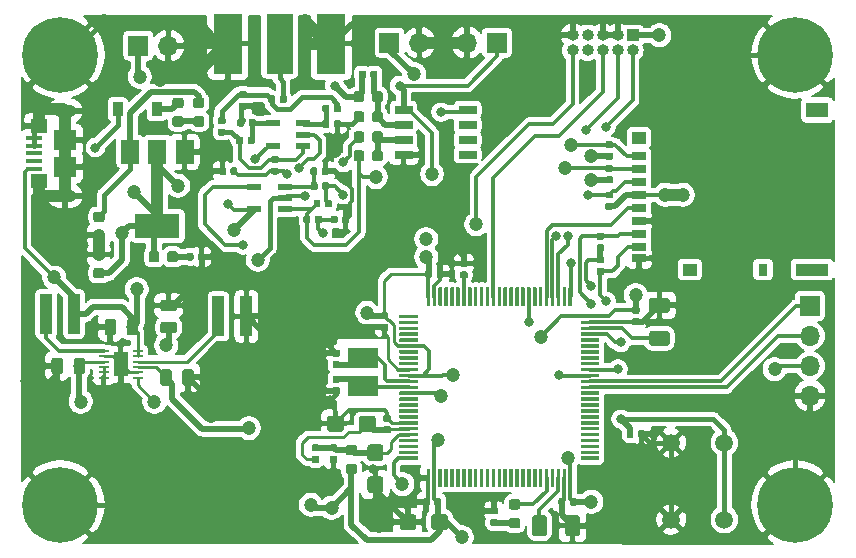
<source format=gbr>
G04 #@! TF.GenerationSoftware,KiCad,Pcbnew,(5.1.4)-1*
G04 #@! TF.CreationDate,2020-09-14T15:12:37+01:00*
G04 #@! TF.ProjectId,F7_100pin,46375f31-3030-4706-996e-2e6b69636164,rev?*
G04 #@! TF.SameCoordinates,Original*
G04 #@! TF.FileFunction,Copper,L1,Top*
G04 #@! TF.FilePolarity,Positive*
%FSLAX46Y46*%
G04 Gerber Fmt 4.6, Leading zero omitted, Abs format (unit mm)*
G04 Created by KiCad (PCBNEW (5.1.4)-1) date 2020-09-14 15:12:37*
%MOMM*%
%LPD*%
G04 APERTURE LIST*
%ADD10R,1.450000X1.150000*%
%ADD11O,1.900000X1.050000*%
%ADD12R,1.900000X1.750000*%
%ADD13R,1.400000X0.400000*%
%ADD14C,1.500000*%
%ADD15C,0.100000*%
%ADD16C,0.590000*%
%ADD17C,0.300000*%
%ADD18R,1.200000X0.700000*%
%ADD19R,1.200000X1.000000*%
%ADD20R,0.800000X1.000000*%
%ADD21R,2.800000X1.000000*%
%ADD22R,1.900000X1.300000*%
%ADD23R,0.980000X3.400000*%
%ADD24R,1.310000X2.120000*%
%ADD25R,0.850000X0.250000*%
%ADD26C,0.975000*%
%ADD27C,1.250000*%
%ADD28C,0.875000*%
%ADD29C,1.350000*%
%ADD30R,0.900000X1.200000*%
%ADD31C,6.400000*%
%ADD32C,0.800000*%
%ADD33R,1.270000X0.558800*%
%ADD34R,1.525000X0.650000*%
%ADD35R,2.413000X5.080000*%
%ADD36R,2.286000X5.080000*%
%ADD37R,1.700000X1.700000*%
%ADD38O,1.700000X1.700000*%
%ADD39R,1.000000X1.000000*%
%ADD40O,1.000000X1.000000*%
%ADD41R,3.800000X2.000000*%
%ADD42R,1.500000X2.000000*%
%ADD43R,2.650000X1.750000*%
%ADD44C,1.200000*%
%ADD45C,0.300000*%
%ADD46C,0.400000*%
%ADD47C,0.500000*%
%ADD48C,0.250000*%
%ADD49C,1.000000*%
%ADD50C,0.200000*%
G04 APERTURE END LIST*
D10*
X64220000Y-34820000D03*
X64220000Y-30180000D03*
D11*
X66450000Y-28925000D03*
X66450000Y-36075000D03*
D12*
X66450000Y-33625000D03*
D13*
X63800000Y-32500000D03*
X63800000Y-31850000D03*
X63800000Y-31200000D03*
X63800000Y-33800000D03*
X63800000Y-33150000D03*
D12*
X66450000Y-31375000D03*
D14*
X117750000Y-63500000D03*
X117750000Y-57000000D03*
X122250000Y-57000000D03*
X122250000Y-63500000D03*
D15*
G36*
X111936958Y-40190710D02*
G01*
X111951276Y-40192834D01*
X111965317Y-40196351D01*
X111978946Y-40201228D01*
X111992031Y-40207417D01*
X112004447Y-40214858D01*
X112016073Y-40223481D01*
X112026798Y-40233202D01*
X112036519Y-40243927D01*
X112045142Y-40255553D01*
X112052583Y-40267969D01*
X112058772Y-40281054D01*
X112063649Y-40294683D01*
X112067166Y-40308724D01*
X112069290Y-40323042D01*
X112070000Y-40337500D01*
X112070000Y-40632500D01*
X112069290Y-40646958D01*
X112067166Y-40661276D01*
X112063649Y-40675317D01*
X112058772Y-40688946D01*
X112052583Y-40702031D01*
X112045142Y-40714447D01*
X112036519Y-40726073D01*
X112026798Y-40736798D01*
X112016073Y-40746519D01*
X112004447Y-40755142D01*
X111992031Y-40762583D01*
X111978946Y-40768772D01*
X111965317Y-40773649D01*
X111951276Y-40777166D01*
X111936958Y-40779290D01*
X111922500Y-40780000D01*
X111577500Y-40780000D01*
X111563042Y-40779290D01*
X111548724Y-40777166D01*
X111534683Y-40773649D01*
X111521054Y-40768772D01*
X111507969Y-40762583D01*
X111495553Y-40755142D01*
X111483927Y-40746519D01*
X111473202Y-40736798D01*
X111463481Y-40726073D01*
X111454858Y-40714447D01*
X111447417Y-40702031D01*
X111441228Y-40688946D01*
X111436351Y-40675317D01*
X111432834Y-40661276D01*
X111430710Y-40646958D01*
X111430000Y-40632500D01*
X111430000Y-40337500D01*
X111430710Y-40323042D01*
X111432834Y-40308724D01*
X111436351Y-40294683D01*
X111441228Y-40281054D01*
X111447417Y-40267969D01*
X111454858Y-40255553D01*
X111463481Y-40243927D01*
X111473202Y-40233202D01*
X111483927Y-40223481D01*
X111495553Y-40214858D01*
X111507969Y-40207417D01*
X111521054Y-40201228D01*
X111534683Y-40196351D01*
X111548724Y-40192834D01*
X111563042Y-40190710D01*
X111577500Y-40190000D01*
X111922500Y-40190000D01*
X111936958Y-40190710D01*
X111936958Y-40190710D01*
G37*
D16*
X111750000Y-40485000D03*
D15*
G36*
X111936958Y-39220710D02*
G01*
X111951276Y-39222834D01*
X111965317Y-39226351D01*
X111978946Y-39231228D01*
X111992031Y-39237417D01*
X112004447Y-39244858D01*
X112016073Y-39253481D01*
X112026798Y-39263202D01*
X112036519Y-39273927D01*
X112045142Y-39285553D01*
X112052583Y-39297969D01*
X112058772Y-39311054D01*
X112063649Y-39324683D01*
X112067166Y-39338724D01*
X112069290Y-39353042D01*
X112070000Y-39367500D01*
X112070000Y-39662500D01*
X112069290Y-39676958D01*
X112067166Y-39691276D01*
X112063649Y-39705317D01*
X112058772Y-39718946D01*
X112052583Y-39732031D01*
X112045142Y-39744447D01*
X112036519Y-39756073D01*
X112026798Y-39766798D01*
X112016073Y-39776519D01*
X112004447Y-39785142D01*
X111992031Y-39792583D01*
X111978946Y-39798772D01*
X111965317Y-39803649D01*
X111951276Y-39807166D01*
X111936958Y-39809290D01*
X111922500Y-39810000D01*
X111577500Y-39810000D01*
X111563042Y-39809290D01*
X111548724Y-39807166D01*
X111534683Y-39803649D01*
X111521054Y-39798772D01*
X111507969Y-39792583D01*
X111495553Y-39785142D01*
X111483927Y-39776519D01*
X111473202Y-39766798D01*
X111463481Y-39756073D01*
X111454858Y-39744447D01*
X111447417Y-39732031D01*
X111441228Y-39718946D01*
X111436351Y-39705317D01*
X111432834Y-39691276D01*
X111430710Y-39676958D01*
X111430000Y-39662500D01*
X111430000Y-39367500D01*
X111430710Y-39353042D01*
X111432834Y-39338724D01*
X111436351Y-39324683D01*
X111441228Y-39311054D01*
X111447417Y-39297969D01*
X111454858Y-39285553D01*
X111463481Y-39273927D01*
X111473202Y-39263202D01*
X111483927Y-39253481D01*
X111495553Y-39244858D01*
X111507969Y-39237417D01*
X111521054Y-39231228D01*
X111534683Y-39226351D01*
X111548724Y-39222834D01*
X111563042Y-39220710D01*
X111577500Y-39220000D01*
X111922500Y-39220000D01*
X111936958Y-39220710D01*
X111936958Y-39220710D01*
G37*
D16*
X111750000Y-39515000D03*
D15*
G36*
X96257351Y-46150361D02*
G01*
X96264632Y-46151441D01*
X96271771Y-46153229D01*
X96278701Y-46155709D01*
X96285355Y-46158856D01*
X96291668Y-46162640D01*
X96297579Y-46167024D01*
X96303033Y-46171967D01*
X96307976Y-46177421D01*
X96312360Y-46183332D01*
X96316144Y-46189645D01*
X96319291Y-46196299D01*
X96321771Y-46203229D01*
X96323559Y-46210368D01*
X96324639Y-46217649D01*
X96325000Y-46225000D01*
X96325000Y-46375000D01*
X96324639Y-46382351D01*
X96323559Y-46389632D01*
X96321771Y-46396771D01*
X96319291Y-46403701D01*
X96316144Y-46410355D01*
X96312360Y-46416668D01*
X96307976Y-46422579D01*
X96303033Y-46428033D01*
X96297579Y-46432976D01*
X96291668Y-46437360D01*
X96285355Y-46441144D01*
X96278701Y-46444291D01*
X96271771Y-46446771D01*
X96264632Y-46448559D01*
X96257351Y-46449639D01*
X96250000Y-46450000D01*
X94800000Y-46450000D01*
X94792649Y-46449639D01*
X94785368Y-46448559D01*
X94778229Y-46446771D01*
X94771299Y-46444291D01*
X94764645Y-46441144D01*
X94758332Y-46437360D01*
X94752421Y-46432976D01*
X94746967Y-46428033D01*
X94742024Y-46422579D01*
X94737640Y-46416668D01*
X94733856Y-46410355D01*
X94730709Y-46403701D01*
X94728229Y-46396771D01*
X94726441Y-46389632D01*
X94725361Y-46382351D01*
X94725000Y-46375000D01*
X94725000Y-46225000D01*
X94725361Y-46217649D01*
X94726441Y-46210368D01*
X94728229Y-46203229D01*
X94730709Y-46196299D01*
X94733856Y-46189645D01*
X94737640Y-46183332D01*
X94742024Y-46177421D01*
X94746967Y-46171967D01*
X94752421Y-46167024D01*
X94758332Y-46162640D01*
X94764645Y-46158856D01*
X94771299Y-46155709D01*
X94778229Y-46153229D01*
X94785368Y-46151441D01*
X94792649Y-46150361D01*
X94800000Y-46150000D01*
X96250000Y-46150000D01*
X96257351Y-46150361D01*
X96257351Y-46150361D01*
G37*
D17*
X95525000Y-46300000D03*
D15*
G36*
X96257351Y-46650361D02*
G01*
X96264632Y-46651441D01*
X96271771Y-46653229D01*
X96278701Y-46655709D01*
X96285355Y-46658856D01*
X96291668Y-46662640D01*
X96297579Y-46667024D01*
X96303033Y-46671967D01*
X96307976Y-46677421D01*
X96312360Y-46683332D01*
X96316144Y-46689645D01*
X96319291Y-46696299D01*
X96321771Y-46703229D01*
X96323559Y-46710368D01*
X96324639Y-46717649D01*
X96325000Y-46725000D01*
X96325000Y-46875000D01*
X96324639Y-46882351D01*
X96323559Y-46889632D01*
X96321771Y-46896771D01*
X96319291Y-46903701D01*
X96316144Y-46910355D01*
X96312360Y-46916668D01*
X96307976Y-46922579D01*
X96303033Y-46928033D01*
X96297579Y-46932976D01*
X96291668Y-46937360D01*
X96285355Y-46941144D01*
X96278701Y-46944291D01*
X96271771Y-46946771D01*
X96264632Y-46948559D01*
X96257351Y-46949639D01*
X96250000Y-46950000D01*
X94800000Y-46950000D01*
X94792649Y-46949639D01*
X94785368Y-46948559D01*
X94778229Y-46946771D01*
X94771299Y-46944291D01*
X94764645Y-46941144D01*
X94758332Y-46937360D01*
X94752421Y-46932976D01*
X94746967Y-46928033D01*
X94742024Y-46922579D01*
X94737640Y-46916668D01*
X94733856Y-46910355D01*
X94730709Y-46903701D01*
X94728229Y-46896771D01*
X94726441Y-46889632D01*
X94725361Y-46882351D01*
X94725000Y-46875000D01*
X94725000Y-46725000D01*
X94725361Y-46717649D01*
X94726441Y-46710368D01*
X94728229Y-46703229D01*
X94730709Y-46696299D01*
X94733856Y-46689645D01*
X94737640Y-46683332D01*
X94742024Y-46677421D01*
X94746967Y-46671967D01*
X94752421Y-46667024D01*
X94758332Y-46662640D01*
X94764645Y-46658856D01*
X94771299Y-46655709D01*
X94778229Y-46653229D01*
X94785368Y-46651441D01*
X94792649Y-46650361D01*
X94800000Y-46650000D01*
X96250000Y-46650000D01*
X96257351Y-46650361D01*
X96257351Y-46650361D01*
G37*
D17*
X95525000Y-46800000D03*
D15*
G36*
X96257351Y-47150361D02*
G01*
X96264632Y-47151441D01*
X96271771Y-47153229D01*
X96278701Y-47155709D01*
X96285355Y-47158856D01*
X96291668Y-47162640D01*
X96297579Y-47167024D01*
X96303033Y-47171967D01*
X96307976Y-47177421D01*
X96312360Y-47183332D01*
X96316144Y-47189645D01*
X96319291Y-47196299D01*
X96321771Y-47203229D01*
X96323559Y-47210368D01*
X96324639Y-47217649D01*
X96325000Y-47225000D01*
X96325000Y-47375000D01*
X96324639Y-47382351D01*
X96323559Y-47389632D01*
X96321771Y-47396771D01*
X96319291Y-47403701D01*
X96316144Y-47410355D01*
X96312360Y-47416668D01*
X96307976Y-47422579D01*
X96303033Y-47428033D01*
X96297579Y-47432976D01*
X96291668Y-47437360D01*
X96285355Y-47441144D01*
X96278701Y-47444291D01*
X96271771Y-47446771D01*
X96264632Y-47448559D01*
X96257351Y-47449639D01*
X96250000Y-47450000D01*
X94800000Y-47450000D01*
X94792649Y-47449639D01*
X94785368Y-47448559D01*
X94778229Y-47446771D01*
X94771299Y-47444291D01*
X94764645Y-47441144D01*
X94758332Y-47437360D01*
X94752421Y-47432976D01*
X94746967Y-47428033D01*
X94742024Y-47422579D01*
X94737640Y-47416668D01*
X94733856Y-47410355D01*
X94730709Y-47403701D01*
X94728229Y-47396771D01*
X94726441Y-47389632D01*
X94725361Y-47382351D01*
X94725000Y-47375000D01*
X94725000Y-47225000D01*
X94725361Y-47217649D01*
X94726441Y-47210368D01*
X94728229Y-47203229D01*
X94730709Y-47196299D01*
X94733856Y-47189645D01*
X94737640Y-47183332D01*
X94742024Y-47177421D01*
X94746967Y-47171967D01*
X94752421Y-47167024D01*
X94758332Y-47162640D01*
X94764645Y-47158856D01*
X94771299Y-47155709D01*
X94778229Y-47153229D01*
X94785368Y-47151441D01*
X94792649Y-47150361D01*
X94800000Y-47150000D01*
X96250000Y-47150000D01*
X96257351Y-47150361D01*
X96257351Y-47150361D01*
G37*
D17*
X95525000Y-47300000D03*
D15*
G36*
X96257351Y-47650361D02*
G01*
X96264632Y-47651441D01*
X96271771Y-47653229D01*
X96278701Y-47655709D01*
X96285355Y-47658856D01*
X96291668Y-47662640D01*
X96297579Y-47667024D01*
X96303033Y-47671967D01*
X96307976Y-47677421D01*
X96312360Y-47683332D01*
X96316144Y-47689645D01*
X96319291Y-47696299D01*
X96321771Y-47703229D01*
X96323559Y-47710368D01*
X96324639Y-47717649D01*
X96325000Y-47725000D01*
X96325000Y-47875000D01*
X96324639Y-47882351D01*
X96323559Y-47889632D01*
X96321771Y-47896771D01*
X96319291Y-47903701D01*
X96316144Y-47910355D01*
X96312360Y-47916668D01*
X96307976Y-47922579D01*
X96303033Y-47928033D01*
X96297579Y-47932976D01*
X96291668Y-47937360D01*
X96285355Y-47941144D01*
X96278701Y-47944291D01*
X96271771Y-47946771D01*
X96264632Y-47948559D01*
X96257351Y-47949639D01*
X96250000Y-47950000D01*
X94800000Y-47950000D01*
X94792649Y-47949639D01*
X94785368Y-47948559D01*
X94778229Y-47946771D01*
X94771299Y-47944291D01*
X94764645Y-47941144D01*
X94758332Y-47937360D01*
X94752421Y-47932976D01*
X94746967Y-47928033D01*
X94742024Y-47922579D01*
X94737640Y-47916668D01*
X94733856Y-47910355D01*
X94730709Y-47903701D01*
X94728229Y-47896771D01*
X94726441Y-47889632D01*
X94725361Y-47882351D01*
X94725000Y-47875000D01*
X94725000Y-47725000D01*
X94725361Y-47717649D01*
X94726441Y-47710368D01*
X94728229Y-47703229D01*
X94730709Y-47696299D01*
X94733856Y-47689645D01*
X94737640Y-47683332D01*
X94742024Y-47677421D01*
X94746967Y-47671967D01*
X94752421Y-47667024D01*
X94758332Y-47662640D01*
X94764645Y-47658856D01*
X94771299Y-47655709D01*
X94778229Y-47653229D01*
X94785368Y-47651441D01*
X94792649Y-47650361D01*
X94800000Y-47650000D01*
X96250000Y-47650000D01*
X96257351Y-47650361D01*
X96257351Y-47650361D01*
G37*
D17*
X95525000Y-47800000D03*
D15*
G36*
X96257351Y-48150361D02*
G01*
X96264632Y-48151441D01*
X96271771Y-48153229D01*
X96278701Y-48155709D01*
X96285355Y-48158856D01*
X96291668Y-48162640D01*
X96297579Y-48167024D01*
X96303033Y-48171967D01*
X96307976Y-48177421D01*
X96312360Y-48183332D01*
X96316144Y-48189645D01*
X96319291Y-48196299D01*
X96321771Y-48203229D01*
X96323559Y-48210368D01*
X96324639Y-48217649D01*
X96325000Y-48225000D01*
X96325000Y-48375000D01*
X96324639Y-48382351D01*
X96323559Y-48389632D01*
X96321771Y-48396771D01*
X96319291Y-48403701D01*
X96316144Y-48410355D01*
X96312360Y-48416668D01*
X96307976Y-48422579D01*
X96303033Y-48428033D01*
X96297579Y-48432976D01*
X96291668Y-48437360D01*
X96285355Y-48441144D01*
X96278701Y-48444291D01*
X96271771Y-48446771D01*
X96264632Y-48448559D01*
X96257351Y-48449639D01*
X96250000Y-48450000D01*
X94800000Y-48450000D01*
X94792649Y-48449639D01*
X94785368Y-48448559D01*
X94778229Y-48446771D01*
X94771299Y-48444291D01*
X94764645Y-48441144D01*
X94758332Y-48437360D01*
X94752421Y-48432976D01*
X94746967Y-48428033D01*
X94742024Y-48422579D01*
X94737640Y-48416668D01*
X94733856Y-48410355D01*
X94730709Y-48403701D01*
X94728229Y-48396771D01*
X94726441Y-48389632D01*
X94725361Y-48382351D01*
X94725000Y-48375000D01*
X94725000Y-48225000D01*
X94725361Y-48217649D01*
X94726441Y-48210368D01*
X94728229Y-48203229D01*
X94730709Y-48196299D01*
X94733856Y-48189645D01*
X94737640Y-48183332D01*
X94742024Y-48177421D01*
X94746967Y-48171967D01*
X94752421Y-48167024D01*
X94758332Y-48162640D01*
X94764645Y-48158856D01*
X94771299Y-48155709D01*
X94778229Y-48153229D01*
X94785368Y-48151441D01*
X94792649Y-48150361D01*
X94800000Y-48150000D01*
X96250000Y-48150000D01*
X96257351Y-48150361D01*
X96257351Y-48150361D01*
G37*
D17*
X95525000Y-48300000D03*
D15*
G36*
X96257351Y-48650361D02*
G01*
X96264632Y-48651441D01*
X96271771Y-48653229D01*
X96278701Y-48655709D01*
X96285355Y-48658856D01*
X96291668Y-48662640D01*
X96297579Y-48667024D01*
X96303033Y-48671967D01*
X96307976Y-48677421D01*
X96312360Y-48683332D01*
X96316144Y-48689645D01*
X96319291Y-48696299D01*
X96321771Y-48703229D01*
X96323559Y-48710368D01*
X96324639Y-48717649D01*
X96325000Y-48725000D01*
X96325000Y-48875000D01*
X96324639Y-48882351D01*
X96323559Y-48889632D01*
X96321771Y-48896771D01*
X96319291Y-48903701D01*
X96316144Y-48910355D01*
X96312360Y-48916668D01*
X96307976Y-48922579D01*
X96303033Y-48928033D01*
X96297579Y-48932976D01*
X96291668Y-48937360D01*
X96285355Y-48941144D01*
X96278701Y-48944291D01*
X96271771Y-48946771D01*
X96264632Y-48948559D01*
X96257351Y-48949639D01*
X96250000Y-48950000D01*
X94800000Y-48950000D01*
X94792649Y-48949639D01*
X94785368Y-48948559D01*
X94778229Y-48946771D01*
X94771299Y-48944291D01*
X94764645Y-48941144D01*
X94758332Y-48937360D01*
X94752421Y-48932976D01*
X94746967Y-48928033D01*
X94742024Y-48922579D01*
X94737640Y-48916668D01*
X94733856Y-48910355D01*
X94730709Y-48903701D01*
X94728229Y-48896771D01*
X94726441Y-48889632D01*
X94725361Y-48882351D01*
X94725000Y-48875000D01*
X94725000Y-48725000D01*
X94725361Y-48717649D01*
X94726441Y-48710368D01*
X94728229Y-48703229D01*
X94730709Y-48696299D01*
X94733856Y-48689645D01*
X94737640Y-48683332D01*
X94742024Y-48677421D01*
X94746967Y-48671967D01*
X94752421Y-48667024D01*
X94758332Y-48662640D01*
X94764645Y-48658856D01*
X94771299Y-48655709D01*
X94778229Y-48653229D01*
X94785368Y-48651441D01*
X94792649Y-48650361D01*
X94800000Y-48650000D01*
X96250000Y-48650000D01*
X96257351Y-48650361D01*
X96257351Y-48650361D01*
G37*
D17*
X95525000Y-48800000D03*
D15*
G36*
X96257351Y-49150361D02*
G01*
X96264632Y-49151441D01*
X96271771Y-49153229D01*
X96278701Y-49155709D01*
X96285355Y-49158856D01*
X96291668Y-49162640D01*
X96297579Y-49167024D01*
X96303033Y-49171967D01*
X96307976Y-49177421D01*
X96312360Y-49183332D01*
X96316144Y-49189645D01*
X96319291Y-49196299D01*
X96321771Y-49203229D01*
X96323559Y-49210368D01*
X96324639Y-49217649D01*
X96325000Y-49225000D01*
X96325000Y-49375000D01*
X96324639Y-49382351D01*
X96323559Y-49389632D01*
X96321771Y-49396771D01*
X96319291Y-49403701D01*
X96316144Y-49410355D01*
X96312360Y-49416668D01*
X96307976Y-49422579D01*
X96303033Y-49428033D01*
X96297579Y-49432976D01*
X96291668Y-49437360D01*
X96285355Y-49441144D01*
X96278701Y-49444291D01*
X96271771Y-49446771D01*
X96264632Y-49448559D01*
X96257351Y-49449639D01*
X96250000Y-49450000D01*
X94800000Y-49450000D01*
X94792649Y-49449639D01*
X94785368Y-49448559D01*
X94778229Y-49446771D01*
X94771299Y-49444291D01*
X94764645Y-49441144D01*
X94758332Y-49437360D01*
X94752421Y-49432976D01*
X94746967Y-49428033D01*
X94742024Y-49422579D01*
X94737640Y-49416668D01*
X94733856Y-49410355D01*
X94730709Y-49403701D01*
X94728229Y-49396771D01*
X94726441Y-49389632D01*
X94725361Y-49382351D01*
X94725000Y-49375000D01*
X94725000Y-49225000D01*
X94725361Y-49217649D01*
X94726441Y-49210368D01*
X94728229Y-49203229D01*
X94730709Y-49196299D01*
X94733856Y-49189645D01*
X94737640Y-49183332D01*
X94742024Y-49177421D01*
X94746967Y-49171967D01*
X94752421Y-49167024D01*
X94758332Y-49162640D01*
X94764645Y-49158856D01*
X94771299Y-49155709D01*
X94778229Y-49153229D01*
X94785368Y-49151441D01*
X94792649Y-49150361D01*
X94800000Y-49150000D01*
X96250000Y-49150000D01*
X96257351Y-49150361D01*
X96257351Y-49150361D01*
G37*
D17*
X95525000Y-49300000D03*
D15*
G36*
X96257351Y-49650361D02*
G01*
X96264632Y-49651441D01*
X96271771Y-49653229D01*
X96278701Y-49655709D01*
X96285355Y-49658856D01*
X96291668Y-49662640D01*
X96297579Y-49667024D01*
X96303033Y-49671967D01*
X96307976Y-49677421D01*
X96312360Y-49683332D01*
X96316144Y-49689645D01*
X96319291Y-49696299D01*
X96321771Y-49703229D01*
X96323559Y-49710368D01*
X96324639Y-49717649D01*
X96325000Y-49725000D01*
X96325000Y-49875000D01*
X96324639Y-49882351D01*
X96323559Y-49889632D01*
X96321771Y-49896771D01*
X96319291Y-49903701D01*
X96316144Y-49910355D01*
X96312360Y-49916668D01*
X96307976Y-49922579D01*
X96303033Y-49928033D01*
X96297579Y-49932976D01*
X96291668Y-49937360D01*
X96285355Y-49941144D01*
X96278701Y-49944291D01*
X96271771Y-49946771D01*
X96264632Y-49948559D01*
X96257351Y-49949639D01*
X96250000Y-49950000D01*
X94800000Y-49950000D01*
X94792649Y-49949639D01*
X94785368Y-49948559D01*
X94778229Y-49946771D01*
X94771299Y-49944291D01*
X94764645Y-49941144D01*
X94758332Y-49937360D01*
X94752421Y-49932976D01*
X94746967Y-49928033D01*
X94742024Y-49922579D01*
X94737640Y-49916668D01*
X94733856Y-49910355D01*
X94730709Y-49903701D01*
X94728229Y-49896771D01*
X94726441Y-49889632D01*
X94725361Y-49882351D01*
X94725000Y-49875000D01*
X94725000Y-49725000D01*
X94725361Y-49717649D01*
X94726441Y-49710368D01*
X94728229Y-49703229D01*
X94730709Y-49696299D01*
X94733856Y-49689645D01*
X94737640Y-49683332D01*
X94742024Y-49677421D01*
X94746967Y-49671967D01*
X94752421Y-49667024D01*
X94758332Y-49662640D01*
X94764645Y-49658856D01*
X94771299Y-49655709D01*
X94778229Y-49653229D01*
X94785368Y-49651441D01*
X94792649Y-49650361D01*
X94800000Y-49650000D01*
X96250000Y-49650000D01*
X96257351Y-49650361D01*
X96257351Y-49650361D01*
G37*
D17*
X95525000Y-49800000D03*
D15*
G36*
X96257351Y-50150361D02*
G01*
X96264632Y-50151441D01*
X96271771Y-50153229D01*
X96278701Y-50155709D01*
X96285355Y-50158856D01*
X96291668Y-50162640D01*
X96297579Y-50167024D01*
X96303033Y-50171967D01*
X96307976Y-50177421D01*
X96312360Y-50183332D01*
X96316144Y-50189645D01*
X96319291Y-50196299D01*
X96321771Y-50203229D01*
X96323559Y-50210368D01*
X96324639Y-50217649D01*
X96325000Y-50225000D01*
X96325000Y-50375000D01*
X96324639Y-50382351D01*
X96323559Y-50389632D01*
X96321771Y-50396771D01*
X96319291Y-50403701D01*
X96316144Y-50410355D01*
X96312360Y-50416668D01*
X96307976Y-50422579D01*
X96303033Y-50428033D01*
X96297579Y-50432976D01*
X96291668Y-50437360D01*
X96285355Y-50441144D01*
X96278701Y-50444291D01*
X96271771Y-50446771D01*
X96264632Y-50448559D01*
X96257351Y-50449639D01*
X96250000Y-50450000D01*
X94800000Y-50450000D01*
X94792649Y-50449639D01*
X94785368Y-50448559D01*
X94778229Y-50446771D01*
X94771299Y-50444291D01*
X94764645Y-50441144D01*
X94758332Y-50437360D01*
X94752421Y-50432976D01*
X94746967Y-50428033D01*
X94742024Y-50422579D01*
X94737640Y-50416668D01*
X94733856Y-50410355D01*
X94730709Y-50403701D01*
X94728229Y-50396771D01*
X94726441Y-50389632D01*
X94725361Y-50382351D01*
X94725000Y-50375000D01*
X94725000Y-50225000D01*
X94725361Y-50217649D01*
X94726441Y-50210368D01*
X94728229Y-50203229D01*
X94730709Y-50196299D01*
X94733856Y-50189645D01*
X94737640Y-50183332D01*
X94742024Y-50177421D01*
X94746967Y-50171967D01*
X94752421Y-50167024D01*
X94758332Y-50162640D01*
X94764645Y-50158856D01*
X94771299Y-50155709D01*
X94778229Y-50153229D01*
X94785368Y-50151441D01*
X94792649Y-50150361D01*
X94800000Y-50150000D01*
X96250000Y-50150000D01*
X96257351Y-50150361D01*
X96257351Y-50150361D01*
G37*
D17*
X95525000Y-50300000D03*
D15*
G36*
X96257351Y-50650361D02*
G01*
X96264632Y-50651441D01*
X96271771Y-50653229D01*
X96278701Y-50655709D01*
X96285355Y-50658856D01*
X96291668Y-50662640D01*
X96297579Y-50667024D01*
X96303033Y-50671967D01*
X96307976Y-50677421D01*
X96312360Y-50683332D01*
X96316144Y-50689645D01*
X96319291Y-50696299D01*
X96321771Y-50703229D01*
X96323559Y-50710368D01*
X96324639Y-50717649D01*
X96325000Y-50725000D01*
X96325000Y-50875000D01*
X96324639Y-50882351D01*
X96323559Y-50889632D01*
X96321771Y-50896771D01*
X96319291Y-50903701D01*
X96316144Y-50910355D01*
X96312360Y-50916668D01*
X96307976Y-50922579D01*
X96303033Y-50928033D01*
X96297579Y-50932976D01*
X96291668Y-50937360D01*
X96285355Y-50941144D01*
X96278701Y-50944291D01*
X96271771Y-50946771D01*
X96264632Y-50948559D01*
X96257351Y-50949639D01*
X96250000Y-50950000D01*
X94800000Y-50950000D01*
X94792649Y-50949639D01*
X94785368Y-50948559D01*
X94778229Y-50946771D01*
X94771299Y-50944291D01*
X94764645Y-50941144D01*
X94758332Y-50937360D01*
X94752421Y-50932976D01*
X94746967Y-50928033D01*
X94742024Y-50922579D01*
X94737640Y-50916668D01*
X94733856Y-50910355D01*
X94730709Y-50903701D01*
X94728229Y-50896771D01*
X94726441Y-50889632D01*
X94725361Y-50882351D01*
X94725000Y-50875000D01*
X94725000Y-50725000D01*
X94725361Y-50717649D01*
X94726441Y-50710368D01*
X94728229Y-50703229D01*
X94730709Y-50696299D01*
X94733856Y-50689645D01*
X94737640Y-50683332D01*
X94742024Y-50677421D01*
X94746967Y-50671967D01*
X94752421Y-50667024D01*
X94758332Y-50662640D01*
X94764645Y-50658856D01*
X94771299Y-50655709D01*
X94778229Y-50653229D01*
X94785368Y-50651441D01*
X94792649Y-50650361D01*
X94800000Y-50650000D01*
X96250000Y-50650000D01*
X96257351Y-50650361D01*
X96257351Y-50650361D01*
G37*
D17*
X95525000Y-50800000D03*
D15*
G36*
X96257351Y-51150361D02*
G01*
X96264632Y-51151441D01*
X96271771Y-51153229D01*
X96278701Y-51155709D01*
X96285355Y-51158856D01*
X96291668Y-51162640D01*
X96297579Y-51167024D01*
X96303033Y-51171967D01*
X96307976Y-51177421D01*
X96312360Y-51183332D01*
X96316144Y-51189645D01*
X96319291Y-51196299D01*
X96321771Y-51203229D01*
X96323559Y-51210368D01*
X96324639Y-51217649D01*
X96325000Y-51225000D01*
X96325000Y-51375000D01*
X96324639Y-51382351D01*
X96323559Y-51389632D01*
X96321771Y-51396771D01*
X96319291Y-51403701D01*
X96316144Y-51410355D01*
X96312360Y-51416668D01*
X96307976Y-51422579D01*
X96303033Y-51428033D01*
X96297579Y-51432976D01*
X96291668Y-51437360D01*
X96285355Y-51441144D01*
X96278701Y-51444291D01*
X96271771Y-51446771D01*
X96264632Y-51448559D01*
X96257351Y-51449639D01*
X96250000Y-51450000D01*
X94800000Y-51450000D01*
X94792649Y-51449639D01*
X94785368Y-51448559D01*
X94778229Y-51446771D01*
X94771299Y-51444291D01*
X94764645Y-51441144D01*
X94758332Y-51437360D01*
X94752421Y-51432976D01*
X94746967Y-51428033D01*
X94742024Y-51422579D01*
X94737640Y-51416668D01*
X94733856Y-51410355D01*
X94730709Y-51403701D01*
X94728229Y-51396771D01*
X94726441Y-51389632D01*
X94725361Y-51382351D01*
X94725000Y-51375000D01*
X94725000Y-51225000D01*
X94725361Y-51217649D01*
X94726441Y-51210368D01*
X94728229Y-51203229D01*
X94730709Y-51196299D01*
X94733856Y-51189645D01*
X94737640Y-51183332D01*
X94742024Y-51177421D01*
X94746967Y-51171967D01*
X94752421Y-51167024D01*
X94758332Y-51162640D01*
X94764645Y-51158856D01*
X94771299Y-51155709D01*
X94778229Y-51153229D01*
X94785368Y-51151441D01*
X94792649Y-51150361D01*
X94800000Y-51150000D01*
X96250000Y-51150000D01*
X96257351Y-51150361D01*
X96257351Y-51150361D01*
G37*
D17*
X95525000Y-51300000D03*
D15*
G36*
X96257351Y-51650361D02*
G01*
X96264632Y-51651441D01*
X96271771Y-51653229D01*
X96278701Y-51655709D01*
X96285355Y-51658856D01*
X96291668Y-51662640D01*
X96297579Y-51667024D01*
X96303033Y-51671967D01*
X96307976Y-51677421D01*
X96312360Y-51683332D01*
X96316144Y-51689645D01*
X96319291Y-51696299D01*
X96321771Y-51703229D01*
X96323559Y-51710368D01*
X96324639Y-51717649D01*
X96325000Y-51725000D01*
X96325000Y-51875000D01*
X96324639Y-51882351D01*
X96323559Y-51889632D01*
X96321771Y-51896771D01*
X96319291Y-51903701D01*
X96316144Y-51910355D01*
X96312360Y-51916668D01*
X96307976Y-51922579D01*
X96303033Y-51928033D01*
X96297579Y-51932976D01*
X96291668Y-51937360D01*
X96285355Y-51941144D01*
X96278701Y-51944291D01*
X96271771Y-51946771D01*
X96264632Y-51948559D01*
X96257351Y-51949639D01*
X96250000Y-51950000D01*
X94800000Y-51950000D01*
X94792649Y-51949639D01*
X94785368Y-51948559D01*
X94778229Y-51946771D01*
X94771299Y-51944291D01*
X94764645Y-51941144D01*
X94758332Y-51937360D01*
X94752421Y-51932976D01*
X94746967Y-51928033D01*
X94742024Y-51922579D01*
X94737640Y-51916668D01*
X94733856Y-51910355D01*
X94730709Y-51903701D01*
X94728229Y-51896771D01*
X94726441Y-51889632D01*
X94725361Y-51882351D01*
X94725000Y-51875000D01*
X94725000Y-51725000D01*
X94725361Y-51717649D01*
X94726441Y-51710368D01*
X94728229Y-51703229D01*
X94730709Y-51696299D01*
X94733856Y-51689645D01*
X94737640Y-51683332D01*
X94742024Y-51677421D01*
X94746967Y-51671967D01*
X94752421Y-51667024D01*
X94758332Y-51662640D01*
X94764645Y-51658856D01*
X94771299Y-51655709D01*
X94778229Y-51653229D01*
X94785368Y-51651441D01*
X94792649Y-51650361D01*
X94800000Y-51650000D01*
X96250000Y-51650000D01*
X96257351Y-51650361D01*
X96257351Y-51650361D01*
G37*
D17*
X95525000Y-51800000D03*
D15*
G36*
X96257351Y-52150361D02*
G01*
X96264632Y-52151441D01*
X96271771Y-52153229D01*
X96278701Y-52155709D01*
X96285355Y-52158856D01*
X96291668Y-52162640D01*
X96297579Y-52167024D01*
X96303033Y-52171967D01*
X96307976Y-52177421D01*
X96312360Y-52183332D01*
X96316144Y-52189645D01*
X96319291Y-52196299D01*
X96321771Y-52203229D01*
X96323559Y-52210368D01*
X96324639Y-52217649D01*
X96325000Y-52225000D01*
X96325000Y-52375000D01*
X96324639Y-52382351D01*
X96323559Y-52389632D01*
X96321771Y-52396771D01*
X96319291Y-52403701D01*
X96316144Y-52410355D01*
X96312360Y-52416668D01*
X96307976Y-52422579D01*
X96303033Y-52428033D01*
X96297579Y-52432976D01*
X96291668Y-52437360D01*
X96285355Y-52441144D01*
X96278701Y-52444291D01*
X96271771Y-52446771D01*
X96264632Y-52448559D01*
X96257351Y-52449639D01*
X96250000Y-52450000D01*
X94800000Y-52450000D01*
X94792649Y-52449639D01*
X94785368Y-52448559D01*
X94778229Y-52446771D01*
X94771299Y-52444291D01*
X94764645Y-52441144D01*
X94758332Y-52437360D01*
X94752421Y-52432976D01*
X94746967Y-52428033D01*
X94742024Y-52422579D01*
X94737640Y-52416668D01*
X94733856Y-52410355D01*
X94730709Y-52403701D01*
X94728229Y-52396771D01*
X94726441Y-52389632D01*
X94725361Y-52382351D01*
X94725000Y-52375000D01*
X94725000Y-52225000D01*
X94725361Y-52217649D01*
X94726441Y-52210368D01*
X94728229Y-52203229D01*
X94730709Y-52196299D01*
X94733856Y-52189645D01*
X94737640Y-52183332D01*
X94742024Y-52177421D01*
X94746967Y-52171967D01*
X94752421Y-52167024D01*
X94758332Y-52162640D01*
X94764645Y-52158856D01*
X94771299Y-52155709D01*
X94778229Y-52153229D01*
X94785368Y-52151441D01*
X94792649Y-52150361D01*
X94800000Y-52150000D01*
X96250000Y-52150000D01*
X96257351Y-52150361D01*
X96257351Y-52150361D01*
G37*
D17*
X95525000Y-52300000D03*
D15*
G36*
X96257351Y-52650361D02*
G01*
X96264632Y-52651441D01*
X96271771Y-52653229D01*
X96278701Y-52655709D01*
X96285355Y-52658856D01*
X96291668Y-52662640D01*
X96297579Y-52667024D01*
X96303033Y-52671967D01*
X96307976Y-52677421D01*
X96312360Y-52683332D01*
X96316144Y-52689645D01*
X96319291Y-52696299D01*
X96321771Y-52703229D01*
X96323559Y-52710368D01*
X96324639Y-52717649D01*
X96325000Y-52725000D01*
X96325000Y-52875000D01*
X96324639Y-52882351D01*
X96323559Y-52889632D01*
X96321771Y-52896771D01*
X96319291Y-52903701D01*
X96316144Y-52910355D01*
X96312360Y-52916668D01*
X96307976Y-52922579D01*
X96303033Y-52928033D01*
X96297579Y-52932976D01*
X96291668Y-52937360D01*
X96285355Y-52941144D01*
X96278701Y-52944291D01*
X96271771Y-52946771D01*
X96264632Y-52948559D01*
X96257351Y-52949639D01*
X96250000Y-52950000D01*
X94800000Y-52950000D01*
X94792649Y-52949639D01*
X94785368Y-52948559D01*
X94778229Y-52946771D01*
X94771299Y-52944291D01*
X94764645Y-52941144D01*
X94758332Y-52937360D01*
X94752421Y-52932976D01*
X94746967Y-52928033D01*
X94742024Y-52922579D01*
X94737640Y-52916668D01*
X94733856Y-52910355D01*
X94730709Y-52903701D01*
X94728229Y-52896771D01*
X94726441Y-52889632D01*
X94725361Y-52882351D01*
X94725000Y-52875000D01*
X94725000Y-52725000D01*
X94725361Y-52717649D01*
X94726441Y-52710368D01*
X94728229Y-52703229D01*
X94730709Y-52696299D01*
X94733856Y-52689645D01*
X94737640Y-52683332D01*
X94742024Y-52677421D01*
X94746967Y-52671967D01*
X94752421Y-52667024D01*
X94758332Y-52662640D01*
X94764645Y-52658856D01*
X94771299Y-52655709D01*
X94778229Y-52653229D01*
X94785368Y-52651441D01*
X94792649Y-52650361D01*
X94800000Y-52650000D01*
X96250000Y-52650000D01*
X96257351Y-52650361D01*
X96257351Y-52650361D01*
G37*
D17*
X95525000Y-52800000D03*
D15*
G36*
X96257351Y-53150361D02*
G01*
X96264632Y-53151441D01*
X96271771Y-53153229D01*
X96278701Y-53155709D01*
X96285355Y-53158856D01*
X96291668Y-53162640D01*
X96297579Y-53167024D01*
X96303033Y-53171967D01*
X96307976Y-53177421D01*
X96312360Y-53183332D01*
X96316144Y-53189645D01*
X96319291Y-53196299D01*
X96321771Y-53203229D01*
X96323559Y-53210368D01*
X96324639Y-53217649D01*
X96325000Y-53225000D01*
X96325000Y-53375000D01*
X96324639Y-53382351D01*
X96323559Y-53389632D01*
X96321771Y-53396771D01*
X96319291Y-53403701D01*
X96316144Y-53410355D01*
X96312360Y-53416668D01*
X96307976Y-53422579D01*
X96303033Y-53428033D01*
X96297579Y-53432976D01*
X96291668Y-53437360D01*
X96285355Y-53441144D01*
X96278701Y-53444291D01*
X96271771Y-53446771D01*
X96264632Y-53448559D01*
X96257351Y-53449639D01*
X96250000Y-53450000D01*
X94800000Y-53450000D01*
X94792649Y-53449639D01*
X94785368Y-53448559D01*
X94778229Y-53446771D01*
X94771299Y-53444291D01*
X94764645Y-53441144D01*
X94758332Y-53437360D01*
X94752421Y-53432976D01*
X94746967Y-53428033D01*
X94742024Y-53422579D01*
X94737640Y-53416668D01*
X94733856Y-53410355D01*
X94730709Y-53403701D01*
X94728229Y-53396771D01*
X94726441Y-53389632D01*
X94725361Y-53382351D01*
X94725000Y-53375000D01*
X94725000Y-53225000D01*
X94725361Y-53217649D01*
X94726441Y-53210368D01*
X94728229Y-53203229D01*
X94730709Y-53196299D01*
X94733856Y-53189645D01*
X94737640Y-53183332D01*
X94742024Y-53177421D01*
X94746967Y-53171967D01*
X94752421Y-53167024D01*
X94758332Y-53162640D01*
X94764645Y-53158856D01*
X94771299Y-53155709D01*
X94778229Y-53153229D01*
X94785368Y-53151441D01*
X94792649Y-53150361D01*
X94800000Y-53150000D01*
X96250000Y-53150000D01*
X96257351Y-53150361D01*
X96257351Y-53150361D01*
G37*
D17*
X95525000Y-53300000D03*
D15*
G36*
X96257351Y-53650361D02*
G01*
X96264632Y-53651441D01*
X96271771Y-53653229D01*
X96278701Y-53655709D01*
X96285355Y-53658856D01*
X96291668Y-53662640D01*
X96297579Y-53667024D01*
X96303033Y-53671967D01*
X96307976Y-53677421D01*
X96312360Y-53683332D01*
X96316144Y-53689645D01*
X96319291Y-53696299D01*
X96321771Y-53703229D01*
X96323559Y-53710368D01*
X96324639Y-53717649D01*
X96325000Y-53725000D01*
X96325000Y-53875000D01*
X96324639Y-53882351D01*
X96323559Y-53889632D01*
X96321771Y-53896771D01*
X96319291Y-53903701D01*
X96316144Y-53910355D01*
X96312360Y-53916668D01*
X96307976Y-53922579D01*
X96303033Y-53928033D01*
X96297579Y-53932976D01*
X96291668Y-53937360D01*
X96285355Y-53941144D01*
X96278701Y-53944291D01*
X96271771Y-53946771D01*
X96264632Y-53948559D01*
X96257351Y-53949639D01*
X96250000Y-53950000D01*
X94800000Y-53950000D01*
X94792649Y-53949639D01*
X94785368Y-53948559D01*
X94778229Y-53946771D01*
X94771299Y-53944291D01*
X94764645Y-53941144D01*
X94758332Y-53937360D01*
X94752421Y-53932976D01*
X94746967Y-53928033D01*
X94742024Y-53922579D01*
X94737640Y-53916668D01*
X94733856Y-53910355D01*
X94730709Y-53903701D01*
X94728229Y-53896771D01*
X94726441Y-53889632D01*
X94725361Y-53882351D01*
X94725000Y-53875000D01*
X94725000Y-53725000D01*
X94725361Y-53717649D01*
X94726441Y-53710368D01*
X94728229Y-53703229D01*
X94730709Y-53696299D01*
X94733856Y-53689645D01*
X94737640Y-53683332D01*
X94742024Y-53677421D01*
X94746967Y-53671967D01*
X94752421Y-53667024D01*
X94758332Y-53662640D01*
X94764645Y-53658856D01*
X94771299Y-53655709D01*
X94778229Y-53653229D01*
X94785368Y-53651441D01*
X94792649Y-53650361D01*
X94800000Y-53650000D01*
X96250000Y-53650000D01*
X96257351Y-53650361D01*
X96257351Y-53650361D01*
G37*
D17*
X95525000Y-53800000D03*
D15*
G36*
X96257351Y-54150361D02*
G01*
X96264632Y-54151441D01*
X96271771Y-54153229D01*
X96278701Y-54155709D01*
X96285355Y-54158856D01*
X96291668Y-54162640D01*
X96297579Y-54167024D01*
X96303033Y-54171967D01*
X96307976Y-54177421D01*
X96312360Y-54183332D01*
X96316144Y-54189645D01*
X96319291Y-54196299D01*
X96321771Y-54203229D01*
X96323559Y-54210368D01*
X96324639Y-54217649D01*
X96325000Y-54225000D01*
X96325000Y-54375000D01*
X96324639Y-54382351D01*
X96323559Y-54389632D01*
X96321771Y-54396771D01*
X96319291Y-54403701D01*
X96316144Y-54410355D01*
X96312360Y-54416668D01*
X96307976Y-54422579D01*
X96303033Y-54428033D01*
X96297579Y-54432976D01*
X96291668Y-54437360D01*
X96285355Y-54441144D01*
X96278701Y-54444291D01*
X96271771Y-54446771D01*
X96264632Y-54448559D01*
X96257351Y-54449639D01*
X96250000Y-54450000D01*
X94800000Y-54450000D01*
X94792649Y-54449639D01*
X94785368Y-54448559D01*
X94778229Y-54446771D01*
X94771299Y-54444291D01*
X94764645Y-54441144D01*
X94758332Y-54437360D01*
X94752421Y-54432976D01*
X94746967Y-54428033D01*
X94742024Y-54422579D01*
X94737640Y-54416668D01*
X94733856Y-54410355D01*
X94730709Y-54403701D01*
X94728229Y-54396771D01*
X94726441Y-54389632D01*
X94725361Y-54382351D01*
X94725000Y-54375000D01*
X94725000Y-54225000D01*
X94725361Y-54217649D01*
X94726441Y-54210368D01*
X94728229Y-54203229D01*
X94730709Y-54196299D01*
X94733856Y-54189645D01*
X94737640Y-54183332D01*
X94742024Y-54177421D01*
X94746967Y-54171967D01*
X94752421Y-54167024D01*
X94758332Y-54162640D01*
X94764645Y-54158856D01*
X94771299Y-54155709D01*
X94778229Y-54153229D01*
X94785368Y-54151441D01*
X94792649Y-54150361D01*
X94800000Y-54150000D01*
X96250000Y-54150000D01*
X96257351Y-54150361D01*
X96257351Y-54150361D01*
G37*
D17*
X95525000Y-54300000D03*
D15*
G36*
X96257351Y-54650361D02*
G01*
X96264632Y-54651441D01*
X96271771Y-54653229D01*
X96278701Y-54655709D01*
X96285355Y-54658856D01*
X96291668Y-54662640D01*
X96297579Y-54667024D01*
X96303033Y-54671967D01*
X96307976Y-54677421D01*
X96312360Y-54683332D01*
X96316144Y-54689645D01*
X96319291Y-54696299D01*
X96321771Y-54703229D01*
X96323559Y-54710368D01*
X96324639Y-54717649D01*
X96325000Y-54725000D01*
X96325000Y-54875000D01*
X96324639Y-54882351D01*
X96323559Y-54889632D01*
X96321771Y-54896771D01*
X96319291Y-54903701D01*
X96316144Y-54910355D01*
X96312360Y-54916668D01*
X96307976Y-54922579D01*
X96303033Y-54928033D01*
X96297579Y-54932976D01*
X96291668Y-54937360D01*
X96285355Y-54941144D01*
X96278701Y-54944291D01*
X96271771Y-54946771D01*
X96264632Y-54948559D01*
X96257351Y-54949639D01*
X96250000Y-54950000D01*
X94800000Y-54950000D01*
X94792649Y-54949639D01*
X94785368Y-54948559D01*
X94778229Y-54946771D01*
X94771299Y-54944291D01*
X94764645Y-54941144D01*
X94758332Y-54937360D01*
X94752421Y-54932976D01*
X94746967Y-54928033D01*
X94742024Y-54922579D01*
X94737640Y-54916668D01*
X94733856Y-54910355D01*
X94730709Y-54903701D01*
X94728229Y-54896771D01*
X94726441Y-54889632D01*
X94725361Y-54882351D01*
X94725000Y-54875000D01*
X94725000Y-54725000D01*
X94725361Y-54717649D01*
X94726441Y-54710368D01*
X94728229Y-54703229D01*
X94730709Y-54696299D01*
X94733856Y-54689645D01*
X94737640Y-54683332D01*
X94742024Y-54677421D01*
X94746967Y-54671967D01*
X94752421Y-54667024D01*
X94758332Y-54662640D01*
X94764645Y-54658856D01*
X94771299Y-54655709D01*
X94778229Y-54653229D01*
X94785368Y-54651441D01*
X94792649Y-54650361D01*
X94800000Y-54650000D01*
X96250000Y-54650000D01*
X96257351Y-54650361D01*
X96257351Y-54650361D01*
G37*
D17*
X95525000Y-54800000D03*
D15*
G36*
X96257351Y-55150361D02*
G01*
X96264632Y-55151441D01*
X96271771Y-55153229D01*
X96278701Y-55155709D01*
X96285355Y-55158856D01*
X96291668Y-55162640D01*
X96297579Y-55167024D01*
X96303033Y-55171967D01*
X96307976Y-55177421D01*
X96312360Y-55183332D01*
X96316144Y-55189645D01*
X96319291Y-55196299D01*
X96321771Y-55203229D01*
X96323559Y-55210368D01*
X96324639Y-55217649D01*
X96325000Y-55225000D01*
X96325000Y-55375000D01*
X96324639Y-55382351D01*
X96323559Y-55389632D01*
X96321771Y-55396771D01*
X96319291Y-55403701D01*
X96316144Y-55410355D01*
X96312360Y-55416668D01*
X96307976Y-55422579D01*
X96303033Y-55428033D01*
X96297579Y-55432976D01*
X96291668Y-55437360D01*
X96285355Y-55441144D01*
X96278701Y-55444291D01*
X96271771Y-55446771D01*
X96264632Y-55448559D01*
X96257351Y-55449639D01*
X96250000Y-55450000D01*
X94800000Y-55450000D01*
X94792649Y-55449639D01*
X94785368Y-55448559D01*
X94778229Y-55446771D01*
X94771299Y-55444291D01*
X94764645Y-55441144D01*
X94758332Y-55437360D01*
X94752421Y-55432976D01*
X94746967Y-55428033D01*
X94742024Y-55422579D01*
X94737640Y-55416668D01*
X94733856Y-55410355D01*
X94730709Y-55403701D01*
X94728229Y-55396771D01*
X94726441Y-55389632D01*
X94725361Y-55382351D01*
X94725000Y-55375000D01*
X94725000Y-55225000D01*
X94725361Y-55217649D01*
X94726441Y-55210368D01*
X94728229Y-55203229D01*
X94730709Y-55196299D01*
X94733856Y-55189645D01*
X94737640Y-55183332D01*
X94742024Y-55177421D01*
X94746967Y-55171967D01*
X94752421Y-55167024D01*
X94758332Y-55162640D01*
X94764645Y-55158856D01*
X94771299Y-55155709D01*
X94778229Y-55153229D01*
X94785368Y-55151441D01*
X94792649Y-55150361D01*
X94800000Y-55150000D01*
X96250000Y-55150000D01*
X96257351Y-55150361D01*
X96257351Y-55150361D01*
G37*
D17*
X95525000Y-55300000D03*
D15*
G36*
X96257351Y-55650361D02*
G01*
X96264632Y-55651441D01*
X96271771Y-55653229D01*
X96278701Y-55655709D01*
X96285355Y-55658856D01*
X96291668Y-55662640D01*
X96297579Y-55667024D01*
X96303033Y-55671967D01*
X96307976Y-55677421D01*
X96312360Y-55683332D01*
X96316144Y-55689645D01*
X96319291Y-55696299D01*
X96321771Y-55703229D01*
X96323559Y-55710368D01*
X96324639Y-55717649D01*
X96325000Y-55725000D01*
X96325000Y-55875000D01*
X96324639Y-55882351D01*
X96323559Y-55889632D01*
X96321771Y-55896771D01*
X96319291Y-55903701D01*
X96316144Y-55910355D01*
X96312360Y-55916668D01*
X96307976Y-55922579D01*
X96303033Y-55928033D01*
X96297579Y-55932976D01*
X96291668Y-55937360D01*
X96285355Y-55941144D01*
X96278701Y-55944291D01*
X96271771Y-55946771D01*
X96264632Y-55948559D01*
X96257351Y-55949639D01*
X96250000Y-55950000D01*
X94800000Y-55950000D01*
X94792649Y-55949639D01*
X94785368Y-55948559D01*
X94778229Y-55946771D01*
X94771299Y-55944291D01*
X94764645Y-55941144D01*
X94758332Y-55937360D01*
X94752421Y-55932976D01*
X94746967Y-55928033D01*
X94742024Y-55922579D01*
X94737640Y-55916668D01*
X94733856Y-55910355D01*
X94730709Y-55903701D01*
X94728229Y-55896771D01*
X94726441Y-55889632D01*
X94725361Y-55882351D01*
X94725000Y-55875000D01*
X94725000Y-55725000D01*
X94725361Y-55717649D01*
X94726441Y-55710368D01*
X94728229Y-55703229D01*
X94730709Y-55696299D01*
X94733856Y-55689645D01*
X94737640Y-55683332D01*
X94742024Y-55677421D01*
X94746967Y-55671967D01*
X94752421Y-55667024D01*
X94758332Y-55662640D01*
X94764645Y-55658856D01*
X94771299Y-55655709D01*
X94778229Y-55653229D01*
X94785368Y-55651441D01*
X94792649Y-55650361D01*
X94800000Y-55650000D01*
X96250000Y-55650000D01*
X96257351Y-55650361D01*
X96257351Y-55650361D01*
G37*
D17*
X95525000Y-55800000D03*
D15*
G36*
X96257351Y-56150361D02*
G01*
X96264632Y-56151441D01*
X96271771Y-56153229D01*
X96278701Y-56155709D01*
X96285355Y-56158856D01*
X96291668Y-56162640D01*
X96297579Y-56167024D01*
X96303033Y-56171967D01*
X96307976Y-56177421D01*
X96312360Y-56183332D01*
X96316144Y-56189645D01*
X96319291Y-56196299D01*
X96321771Y-56203229D01*
X96323559Y-56210368D01*
X96324639Y-56217649D01*
X96325000Y-56225000D01*
X96325000Y-56375000D01*
X96324639Y-56382351D01*
X96323559Y-56389632D01*
X96321771Y-56396771D01*
X96319291Y-56403701D01*
X96316144Y-56410355D01*
X96312360Y-56416668D01*
X96307976Y-56422579D01*
X96303033Y-56428033D01*
X96297579Y-56432976D01*
X96291668Y-56437360D01*
X96285355Y-56441144D01*
X96278701Y-56444291D01*
X96271771Y-56446771D01*
X96264632Y-56448559D01*
X96257351Y-56449639D01*
X96250000Y-56450000D01*
X94800000Y-56450000D01*
X94792649Y-56449639D01*
X94785368Y-56448559D01*
X94778229Y-56446771D01*
X94771299Y-56444291D01*
X94764645Y-56441144D01*
X94758332Y-56437360D01*
X94752421Y-56432976D01*
X94746967Y-56428033D01*
X94742024Y-56422579D01*
X94737640Y-56416668D01*
X94733856Y-56410355D01*
X94730709Y-56403701D01*
X94728229Y-56396771D01*
X94726441Y-56389632D01*
X94725361Y-56382351D01*
X94725000Y-56375000D01*
X94725000Y-56225000D01*
X94725361Y-56217649D01*
X94726441Y-56210368D01*
X94728229Y-56203229D01*
X94730709Y-56196299D01*
X94733856Y-56189645D01*
X94737640Y-56183332D01*
X94742024Y-56177421D01*
X94746967Y-56171967D01*
X94752421Y-56167024D01*
X94758332Y-56162640D01*
X94764645Y-56158856D01*
X94771299Y-56155709D01*
X94778229Y-56153229D01*
X94785368Y-56151441D01*
X94792649Y-56150361D01*
X94800000Y-56150000D01*
X96250000Y-56150000D01*
X96257351Y-56150361D01*
X96257351Y-56150361D01*
G37*
D17*
X95525000Y-56300000D03*
D15*
G36*
X96257351Y-56650361D02*
G01*
X96264632Y-56651441D01*
X96271771Y-56653229D01*
X96278701Y-56655709D01*
X96285355Y-56658856D01*
X96291668Y-56662640D01*
X96297579Y-56667024D01*
X96303033Y-56671967D01*
X96307976Y-56677421D01*
X96312360Y-56683332D01*
X96316144Y-56689645D01*
X96319291Y-56696299D01*
X96321771Y-56703229D01*
X96323559Y-56710368D01*
X96324639Y-56717649D01*
X96325000Y-56725000D01*
X96325000Y-56875000D01*
X96324639Y-56882351D01*
X96323559Y-56889632D01*
X96321771Y-56896771D01*
X96319291Y-56903701D01*
X96316144Y-56910355D01*
X96312360Y-56916668D01*
X96307976Y-56922579D01*
X96303033Y-56928033D01*
X96297579Y-56932976D01*
X96291668Y-56937360D01*
X96285355Y-56941144D01*
X96278701Y-56944291D01*
X96271771Y-56946771D01*
X96264632Y-56948559D01*
X96257351Y-56949639D01*
X96250000Y-56950000D01*
X94800000Y-56950000D01*
X94792649Y-56949639D01*
X94785368Y-56948559D01*
X94778229Y-56946771D01*
X94771299Y-56944291D01*
X94764645Y-56941144D01*
X94758332Y-56937360D01*
X94752421Y-56932976D01*
X94746967Y-56928033D01*
X94742024Y-56922579D01*
X94737640Y-56916668D01*
X94733856Y-56910355D01*
X94730709Y-56903701D01*
X94728229Y-56896771D01*
X94726441Y-56889632D01*
X94725361Y-56882351D01*
X94725000Y-56875000D01*
X94725000Y-56725000D01*
X94725361Y-56717649D01*
X94726441Y-56710368D01*
X94728229Y-56703229D01*
X94730709Y-56696299D01*
X94733856Y-56689645D01*
X94737640Y-56683332D01*
X94742024Y-56677421D01*
X94746967Y-56671967D01*
X94752421Y-56667024D01*
X94758332Y-56662640D01*
X94764645Y-56658856D01*
X94771299Y-56655709D01*
X94778229Y-56653229D01*
X94785368Y-56651441D01*
X94792649Y-56650361D01*
X94800000Y-56650000D01*
X96250000Y-56650000D01*
X96257351Y-56650361D01*
X96257351Y-56650361D01*
G37*
D17*
X95525000Y-56800000D03*
D15*
G36*
X96257351Y-57150361D02*
G01*
X96264632Y-57151441D01*
X96271771Y-57153229D01*
X96278701Y-57155709D01*
X96285355Y-57158856D01*
X96291668Y-57162640D01*
X96297579Y-57167024D01*
X96303033Y-57171967D01*
X96307976Y-57177421D01*
X96312360Y-57183332D01*
X96316144Y-57189645D01*
X96319291Y-57196299D01*
X96321771Y-57203229D01*
X96323559Y-57210368D01*
X96324639Y-57217649D01*
X96325000Y-57225000D01*
X96325000Y-57375000D01*
X96324639Y-57382351D01*
X96323559Y-57389632D01*
X96321771Y-57396771D01*
X96319291Y-57403701D01*
X96316144Y-57410355D01*
X96312360Y-57416668D01*
X96307976Y-57422579D01*
X96303033Y-57428033D01*
X96297579Y-57432976D01*
X96291668Y-57437360D01*
X96285355Y-57441144D01*
X96278701Y-57444291D01*
X96271771Y-57446771D01*
X96264632Y-57448559D01*
X96257351Y-57449639D01*
X96250000Y-57450000D01*
X94800000Y-57450000D01*
X94792649Y-57449639D01*
X94785368Y-57448559D01*
X94778229Y-57446771D01*
X94771299Y-57444291D01*
X94764645Y-57441144D01*
X94758332Y-57437360D01*
X94752421Y-57432976D01*
X94746967Y-57428033D01*
X94742024Y-57422579D01*
X94737640Y-57416668D01*
X94733856Y-57410355D01*
X94730709Y-57403701D01*
X94728229Y-57396771D01*
X94726441Y-57389632D01*
X94725361Y-57382351D01*
X94725000Y-57375000D01*
X94725000Y-57225000D01*
X94725361Y-57217649D01*
X94726441Y-57210368D01*
X94728229Y-57203229D01*
X94730709Y-57196299D01*
X94733856Y-57189645D01*
X94737640Y-57183332D01*
X94742024Y-57177421D01*
X94746967Y-57171967D01*
X94752421Y-57167024D01*
X94758332Y-57162640D01*
X94764645Y-57158856D01*
X94771299Y-57155709D01*
X94778229Y-57153229D01*
X94785368Y-57151441D01*
X94792649Y-57150361D01*
X94800000Y-57150000D01*
X96250000Y-57150000D01*
X96257351Y-57150361D01*
X96257351Y-57150361D01*
G37*
D17*
X95525000Y-57300000D03*
D15*
G36*
X96257351Y-57650361D02*
G01*
X96264632Y-57651441D01*
X96271771Y-57653229D01*
X96278701Y-57655709D01*
X96285355Y-57658856D01*
X96291668Y-57662640D01*
X96297579Y-57667024D01*
X96303033Y-57671967D01*
X96307976Y-57677421D01*
X96312360Y-57683332D01*
X96316144Y-57689645D01*
X96319291Y-57696299D01*
X96321771Y-57703229D01*
X96323559Y-57710368D01*
X96324639Y-57717649D01*
X96325000Y-57725000D01*
X96325000Y-57875000D01*
X96324639Y-57882351D01*
X96323559Y-57889632D01*
X96321771Y-57896771D01*
X96319291Y-57903701D01*
X96316144Y-57910355D01*
X96312360Y-57916668D01*
X96307976Y-57922579D01*
X96303033Y-57928033D01*
X96297579Y-57932976D01*
X96291668Y-57937360D01*
X96285355Y-57941144D01*
X96278701Y-57944291D01*
X96271771Y-57946771D01*
X96264632Y-57948559D01*
X96257351Y-57949639D01*
X96250000Y-57950000D01*
X94800000Y-57950000D01*
X94792649Y-57949639D01*
X94785368Y-57948559D01*
X94778229Y-57946771D01*
X94771299Y-57944291D01*
X94764645Y-57941144D01*
X94758332Y-57937360D01*
X94752421Y-57932976D01*
X94746967Y-57928033D01*
X94742024Y-57922579D01*
X94737640Y-57916668D01*
X94733856Y-57910355D01*
X94730709Y-57903701D01*
X94728229Y-57896771D01*
X94726441Y-57889632D01*
X94725361Y-57882351D01*
X94725000Y-57875000D01*
X94725000Y-57725000D01*
X94725361Y-57717649D01*
X94726441Y-57710368D01*
X94728229Y-57703229D01*
X94730709Y-57696299D01*
X94733856Y-57689645D01*
X94737640Y-57683332D01*
X94742024Y-57677421D01*
X94746967Y-57671967D01*
X94752421Y-57667024D01*
X94758332Y-57662640D01*
X94764645Y-57658856D01*
X94771299Y-57655709D01*
X94778229Y-57653229D01*
X94785368Y-57651441D01*
X94792649Y-57650361D01*
X94800000Y-57650000D01*
X96250000Y-57650000D01*
X96257351Y-57650361D01*
X96257351Y-57650361D01*
G37*
D17*
X95525000Y-57800000D03*
D15*
G36*
X96257351Y-58150361D02*
G01*
X96264632Y-58151441D01*
X96271771Y-58153229D01*
X96278701Y-58155709D01*
X96285355Y-58158856D01*
X96291668Y-58162640D01*
X96297579Y-58167024D01*
X96303033Y-58171967D01*
X96307976Y-58177421D01*
X96312360Y-58183332D01*
X96316144Y-58189645D01*
X96319291Y-58196299D01*
X96321771Y-58203229D01*
X96323559Y-58210368D01*
X96324639Y-58217649D01*
X96325000Y-58225000D01*
X96325000Y-58375000D01*
X96324639Y-58382351D01*
X96323559Y-58389632D01*
X96321771Y-58396771D01*
X96319291Y-58403701D01*
X96316144Y-58410355D01*
X96312360Y-58416668D01*
X96307976Y-58422579D01*
X96303033Y-58428033D01*
X96297579Y-58432976D01*
X96291668Y-58437360D01*
X96285355Y-58441144D01*
X96278701Y-58444291D01*
X96271771Y-58446771D01*
X96264632Y-58448559D01*
X96257351Y-58449639D01*
X96250000Y-58450000D01*
X94800000Y-58450000D01*
X94792649Y-58449639D01*
X94785368Y-58448559D01*
X94778229Y-58446771D01*
X94771299Y-58444291D01*
X94764645Y-58441144D01*
X94758332Y-58437360D01*
X94752421Y-58432976D01*
X94746967Y-58428033D01*
X94742024Y-58422579D01*
X94737640Y-58416668D01*
X94733856Y-58410355D01*
X94730709Y-58403701D01*
X94728229Y-58396771D01*
X94726441Y-58389632D01*
X94725361Y-58382351D01*
X94725000Y-58375000D01*
X94725000Y-58225000D01*
X94725361Y-58217649D01*
X94726441Y-58210368D01*
X94728229Y-58203229D01*
X94730709Y-58196299D01*
X94733856Y-58189645D01*
X94737640Y-58183332D01*
X94742024Y-58177421D01*
X94746967Y-58171967D01*
X94752421Y-58167024D01*
X94758332Y-58162640D01*
X94764645Y-58158856D01*
X94771299Y-58155709D01*
X94778229Y-58153229D01*
X94785368Y-58151441D01*
X94792649Y-58150361D01*
X94800000Y-58150000D01*
X96250000Y-58150000D01*
X96257351Y-58150361D01*
X96257351Y-58150361D01*
G37*
D17*
X95525000Y-58300000D03*
D15*
G36*
X97282351Y-59175361D02*
G01*
X97289632Y-59176441D01*
X97296771Y-59178229D01*
X97303701Y-59180709D01*
X97310355Y-59183856D01*
X97316668Y-59187640D01*
X97322579Y-59192024D01*
X97328033Y-59196967D01*
X97332976Y-59202421D01*
X97337360Y-59208332D01*
X97341144Y-59214645D01*
X97344291Y-59221299D01*
X97346771Y-59228229D01*
X97348559Y-59235368D01*
X97349639Y-59242649D01*
X97350000Y-59250000D01*
X97350000Y-60700000D01*
X97349639Y-60707351D01*
X97348559Y-60714632D01*
X97346771Y-60721771D01*
X97344291Y-60728701D01*
X97341144Y-60735355D01*
X97337360Y-60741668D01*
X97332976Y-60747579D01*
X97328033Y-60753033D01*
X97322579Y-60757976D01*
X97316668Y-60762360D01*
X97310355Y-60766144D01*
X97303701Y-60769291D01*
X97296771Y-60771771D01*
X97289632Y-60773559D01*
X97282351Y-60774639D01*
X97275000Y-60775000D01*
X97125000Y-60775000D01*
X97117649Y-60774639D01*
X97110368Y-60773559D01*
X97103229Y-60771771D01*
X97096299Y-60769291D01*
X97089645Y-60766144D01*
X97083332Y-60762360D01*
X97077421Y-60757976D01*
X97071967Y-60753033D01*
X97067024Y-60747579D01*
X97062640Y-60741668D01*
X97058856Y-60735355D01*
X97055709Y-60728701D01*
X97053229Y-60721771D01*
X97051441Y-60714632D01*
X97050361Y-60707351D01*
X97050000Y-60700000D01*
X97050000Y-59250000D01*
X97050361Y-59242649D01*
X97051441Y-59235368D01*
X97053229Y-59228229D01*
X97055709Y-59221299D01*
X97058856Y-59214645D01*
X97062640Y-59208332D01*
X97067024Y-59202421D01*
X97071967Y-59196967D01*
X97077421Y-59192024D01*
X97083332Y-59187640D01*
X97089645Y-59183856D01*
X97096299Y-59180709D01*
X97103229Y-59178229D01*
X97110368Y-59176441D01*
X97117649Y-59175361D01*
X97125000Y-59175000D01*
X97275000Y-59175000D01*
X97282351Y-59175361D01*
X97282351Y-59175361D01*
G37*
D17*
X97200000Y-59975000D03*
D15*
G36*
X97782351Y-59175361D02*
G01*
X97789632Y-59176441D01*
X97796771Y-59178229D01*
X97803701Y-59180709D01*
X97810355Y-59183856D01*
X97816668Y-59187640D01*
X97822579Y-59192024D01*
X97828033Y-59196967D01*
X97832976Y-59202421D01*
X97837360Y-59208332D01*
X97841144Y-59214645D01*
X97844291Y-59221299D01*
X97846771Y-59228229D01*
X97848559Y-59235368D01*
X97849639Y-59242649D01*
X97850000Y-59250000D01*
X97850000Y-60700000D01*
X97849639Y-60707351D01*
X97848559Y-60714632D01*
X97846771Y-60721771D01*
X97844291Y-60728701D01*
X97841144Y-60735355D01*
X97837360Y-60741668D01*
X97832976Y-60747579D01*
X97828033Y-60753033D01*
X97822579Y-60757976D01*
X97816668Y-60762360D01*
X97810355Y-60766144D01*
X97803701Y-60769291D01*
X97796771Y-60771771D01*
X97789632Y-60773559D01*
X97782351Y-60774639D01*
X97775000Y-60775000D01*
X97625000Y-60775000D01*
X97617649Y-60774639D01*
X97610368Y-60773559D01*
X97603229Y-60771771D01*
X97596299Y-60769291D01*
X97589645Y-60766144D01*
X97583332Y-60762360D01*
X97577421Y-60757976D01*
X97571967Y-60753033D01*
X97567024Y-60747579D01*
X97562640Y-60741668D01*
X97558856Y-60735355D01*
X97555709Y-60728701D01*
X97553229Y-60721771D01*
X97551441Y-60714632D01*
X97550361Y-60707351D01*
X97550000Y-60700000D01*
X97550000Y-59250000D01*
X97550361Y-59242649D01*
X97551441Y-59235368D01*
X97553229Y-59228229D01*
X97555709Y-59221299D01*
X97558856Y-59214645D01*
X97562640Y-59208332D01*
X97567024Y-59202421D01*
X97571967Y-59196967D01*
X97577421Y-59192024D01*
X97583332Y-59187640D01*
X97589645Y-59183856D01*
X97596299Y-59180709D01*
X97603229Y-59178229D01*
X97610368Y-59176441D01*
X97617649Y-59175361D01*
X97625000Y-59175000D01*
X97775000Y-59175000D01*
X97782351Y-59175361D01*
X97782351Y-59175361D01*
G37*
D17*
X97700000Y-59975000D03*
D15*
G36*
X98282351Y-59175361D02*
G01*
X98289632Y-59176441D01*
X98296771Y-59178229D01*
X98303701Y-59180709D01*
X98310355Y-59183856D01*
X98316668Y-59187640D01*
X98322579Y-59192024D01*
X98328033Y-59196967D01*
X98332976Y-59202421D01*
X98337360Y-59208332D01*
X98341144Y-59214645D01*
X98344291Y-59221299D01*
X98346771Y-59228229D01*
X98348559Y-59235368D01*
X98349639Y-59242649D01*
X98350000Y-59250000D01*
X98350000Y-60700000D01*
X98349639Y-60707351D01*
X98348559Y-60714632D01*
X98346771Y-60721771D01*
X98344291Y-60728701D01*
X98341144Y-60735355D01*
X98337360Y-60741668D01*
X98332976Y-60747579D01*
X98328033Y-60753033D01*
X98322579Y-60757976D01*
X98316668Y-60762360D01*
X98310355Y-60766144D01*
X98303701Y-60769291D01*
X98296771Y-60771771D01*
X98289632Y-60773559D01*
X98282351Y-60774639D01*
X98275000Y-60775000D01*
X98125000Y-60775000D01*
X98117649Y-60774639D01*
X98110368Y-60773559D01*
X98103229Y-60771771D01*
X98096299Y-60769291D01*
X98089645Y-60766144D01*
X98083332Y-60762360D01*
X98077421Y-60757976D01*
X98071967Y-60753033D01*
X98067024Y-60747579D01*
X98062640Y-60741668D01*
X98058856Y-60735355D01*
X98055709Y-60728701D01*
X98053229Y-60721771D01*
X98051441Y-60714632D01*
X98050361Y-60707351D01*
X98050000Y-60700000D01*
X98050000Y-59250000D01*
X98050361Y-59242649D01*
X98051441Y-59235368D01*
X98053229Y-59228229D01*
X98055709Y-59221299D01*
X98058856Y-59214645D01*
X98062640Y-59208332D01*
X98067024Y-59202421D01*
X98071967Y-59196967D01*
X98077421Y-59192024D01*
X98083332Y-59187640D01*
X98089645Y-59183856D01*
X98096299Y-59180709D01*
X98103229Y-59178229D01*
X98110368Y-59176441D01*
X98117649Y-59175361D01*
X98125000Y-59175000D01*
X98275000Y-59175000D01*
X98282351Y-59175361D01*
X98282351Y-59175361D01*
G37*
D17*
X98200000Y-59975000D03*
D15*
G36*
X98782351Y-59175361D02*
G01*
X98789632Y-59176441D01*
X98796771Y-59178229D01*
X98803701Y-59180709D01*
X98810355Y-59183856D01*
X98816668Y-59187640D01*
X98822579Y-59192024D01*
X98828033Y-59196967D01*
X98832976Y-59202421D01*
X98837360Y-59208332D01*
X98841144Y-59214645D01*
X98844291Y-59221299D01*
X98846771Y-59228229D01*
X98848559Y-59235368D01*
X98849639Y-59242649D01*
X98850000Y-59250000D01*
X98850000Y-60700000D01*
X98849639Y-60707351D01*
X98848559Y-60714632D01*
X98846771Y-60721771D01*
X98844291Y-60728701D01*
X98841144Y-60735355D01*
X98837360Y-60741668D01*
X98832976Y-60747579D01*
X98828033Y-60753033D01*
X98822579Y-60757976D01*
X98816668Y-60762360D01*
X98810355Y-60766144D01*
X98803701Y-60769291D01*
X98796771Y-60771771D01*
X98789632Y-60773559D01*
X98782351Y-60774639D01*
X98775000Y-60775000D01*
X98625000Y-60775000D01*
X98617649Y-60774639D01*
X98610368Y-60773559D01*
X98603229Y-60771771D01*
X98596299Y-60769291D01*
X98589645Y-60766144D01*
X98583332Y-60762360D01*
X98577421Y-60757976D01*
X98571967Y-60753033D01*
X98567024Y-60747579D01*
X98562640Y-60741668D01*
X98558856Y-60735355D01*
X98555709Y-60728701D01*
X98553229Y-60721771D01*
X98551441Y-60714632D01*
X98550361Y-60707351D01*
X98550000Y-60700000D01*
X98550000Y-59250000D01*
X98550361Y-59242649D01*
X98551441Y-59235368D01*
X98553229Y-59228229D01*
X98555709Y-59221299D01*
X98558856Y-59214645D01*
X98562640Y-59208332D01*
X98567024Y-59202421D01*
X98571967Y-59196967D01*
X98577421Y-59192024D01*
X98583332Y-59187640D01*
X98589645Y-59183856D01*
X98596299Y-59180709D01*
X98603229Y-59178229D01*
X98610368Y-59176441D01*
X98617649Y-59175361D01*
X98625000Y-59175000D01*
X98775000Y-59175000D01*
X98782351Y-59175361D01*
X98782351Y-59175361D01*
G37*
D17*
X98700000Y-59975000D03*
D15*
G36*
X99282351Y-59175361D02*
G01*
X99289632Y-59176441D01*
X99296771Y-59178229D01*
X99303701Y-59180709D01*
X99310355Y-59183856D01*
X99316668Y-59187640D01*
X99322579Y-59192024D01*
X99328033Y-59196967D01*
X99332976Y-59202421D01*
X99337360Y-59208332D01*
X99341144Y-59214645D01*
X99344291Y-59221299D01*
X99346771Y-59228229D01*
X99348559Y-59235368D01*
X99349639Y-59242649D01*
X99350000Y-59250000D01*
X99350000Y-60700000D01*
X99349639Y-60707351D01*
X99348559Y-60714632D01*
X99346771Y-60721771D01*
X99344291Y-60728701D01*
X99341144Y-60735355D01*
X99337360Y-60741668D01*
X99332976Y-60747579D01*
X99328033Y-60753033D01*
X99322579Y-60757976D01*
X99316668Y-60762360D01*
X99310355Y-60766144D01*
X99303701Y-60769291D01*
X99296771Y-60771771D01*
X99289632Y-60773559D01*
X99282351Y-60774639D01*
X99275000Y-60775000D01*
X99125000Y-60775000D01*
X99117649Y-60774639D01*
X99110368Y-60773559D01*
X99103229Y-60771771D01*
X99096299Y-60769291D01*
X99089645Y-60766144D01*
X99083332Y-60762360D01*
X99077421Y-60757976D01*
X99071967Y-60753033D01*
X99067024Y-60747579D01*
X99062640Y-60741668D01*
X99058856Y-60735355D01*
X99055709Y-60728701D01*
X99053229Y-60721771D01*
X99051441Y-60714632D01*
X99050361Y-60707351D01*
X99050000Y-60700000D01*
X99050000Y-59250000D01*
X99050361Y-59242649D01*
X99051441Y-59235368D01*
X99053229Y-59228229D01*
X99055709Y-59221299D01*
X99058856Y-59214645D01*
X99062640Y-59208332D01*
X99067024Y-59202421D01*
X99071967Y-59196967D01*
X99077421Y-59192024D01*
X99083332Y-59187640D01*
X99089645Y-59183856D01*
X99096299Y-59180709D01*
X99103229Y-59178229D01*
X99110368Y-59176441D01*
X99117649Y-59175361D01*
X99125000Y-59175000D01*
X99275000Y-59175000D01*
X99282351Y-59175361D01*
X99282351Y-59175361D01*
G37*
D17*
X99200000Y-59975000D03*
D15*
G36*
X99782351Y-59175361D02*
G01*
X99789632Y-59176441D01*
X99796771Y-59178229D01*
X99803701Y-59180709D01*
X99810355Y-59183856D01*
X99816668Y-59187640D01*
X99822579Y-59192024D01*
X99828033Y-59196967D01*
X99832976Y-59202421D01*
X99837360Y-59208332D01*
X99841144Y-59214645D01*
X99844291Y-59221299D01*
X99846771Y-59228229D01*
X99848559Y-59235368D01*
X99849639Y-59242649D01*
X99850000Y-59250000D01*
X99850000Y-60700000D01*
X99849639Y-60707351D01*
X99848559Y-60714632D01*
X99846771Y-60721771D01*
X99844291Y-60728701D01*
X99841144Y-60735355D01*
X99837360Y-60741668D01*
X99832976Y-60747579D01*
X99828033Y-60753033D01*
X99822579Y-60757976D01*
X99816668Y-60762360D01*
X99810355Y-60766144D01*
X99803701Y-60769291D01*
X99796771Y-60771771D01*
X99789632Y-60773559D01*
X99782351Y-60774639D01*
X99775000Y-60775000D01*
X99625000Y-60775000D01*
X99617649Y-60774639D01*
X99610368Y-60773559D01*
X99603229Y-60771771D01*
X99596299Y-60769291D01*
X99589645Y-60766144D01*
X99583332Y-60762360D01*
X99577421Y-60757976D01*
X99571967Y-60753033D01*
X99567024Y-60747579D01*
X99562640Y-60741668D01*
X99558856Y-60735355D01*
X99555709Y-60728701D01*
X99553229Y-60721771D01*
X99551441Y-60714632D01*
X99550361Y-60707351D01*
X99550000Y-60700000D01*
X99550000Y-59250000D01*
X99550361Y-59242649D01*
X99551441Y-59235368D01*
X99553229Y-59228229D01*
X99555709Y-59221299D01*
X99558856Y-59214645D01*
X99562640Y-59208332D01*
X99567024Y-59202421D01*
X99571967Y-59196967D01*
X99577421Y-59192024D01*
X99583332Y-59187640D01*
X99589645Y-59183856D01*
X99596299Y-59180709D01*
X99603229Y-59178229D01*
X99610368Y-59176441D01*
X99617649Y-59175361D01*
X99625000Y-59175000D01*
X99775000Y-59175000D01*
X99782351Y-59175361D01*
X99782351Y-59175361D01*
G37*
D17*
X99700000Y-59975000D03*
D15*
G36*
X100282351Y-59175361D02*
G01*
X100289632Y-59176441D01*
X100296771Y-59178229D01*
X100303701Y-59180709D01*
X100310355Y-59183856D01*
X100316668Y-59187640D01*
X100322579Y-59192024D01*
X100328033Y-59196967D01*
X100332976Y-59202421D01*
X100337360Y-59208332D01*
X100341144Y-59214645D01*
X100344291Y-59221299D01*
X100346771Y-59228229D01*
X100348559Y-59235368D01*
X100349639Y-59242649D01*
X100350000Y-59250000D01*
X100350000Y-60700000D01*
X100349639Y-60707351D01*
X100348559Y-60714632D01*
X100346771Y-60721771D01*
X100344291Y-60728701D01*
X100341144Y-60735355D01*
X100337360Y-60741668D01*
X100332976Y-60747579D01*
X100328033Y-60753033D01*
X100322579Y-60757976D01*
X100316668Y-60762360D01*
X100310355Y-60766144D01*
X100303701Y-60769291D01*
X100296771Y-60771771D01*
X100289632Y-60773559D01*
X100282351Y-60774639D01*
X100275000Y-60775000D01*
X100125000Y-60775000D01*
X100117649Y-60774639D01*
X100110368Y-60773559D01*
X100103229Y-60771771D01*
X100096299Y-60769291D01*
X100089645Y-60766144D01*
X100083332Y-60762360D01*
X100077421Y-60757976D01*
X100071967Y-60753033D01*
X100067024Y-60747579D01*
X100062640Y-60741668D01*
X100058856Y-60735355D01*
X100055709Y-60728701D01*
X100053229Y-60721771D01*
X100051441Y-60714632D01*
X100050361Y-60707351D01*
X100050000Y-60700000D01*
X100050000Y-59250000D01*
X100050361Y-59242649D01*
X100051441Y-59235368D01*
X100053229Y-59228229D01*
X100055709Y-59221299D01*
X100058856Y-59214645D01*
X100062640Y-59208332D01*
X100067024Y-59202421D01*
X100071967Y-59196967D01*
X100077421Y-59192024D01*
X100083332Y-59187640D01*
X100089645Y-59183856D01*
X100096299Y-59180709D01*
X100103229Y-59178229D01*
X100110368Y-59176441D01*
X100117649Y-59175361D01*
X100125000Y-59175000D01*
X100275000Y-59175000D01*
X100282351Y-59175361D01*
X100282351Y-59175361D01*
G37*
D17*
X100200000Y-59975000D03*
D15*
G36*
X100782351Y-59175361D02*
G01*
X100789632Y-59176441D01*
X100796771Y-59178229D01*
X100803701Y-59180709D01*
X100810355Y-59183856D01*
X100816668Y-59187640D01*
X100822579Y-59192024D01*
X100828033Y-59196967D01*
X100832976Y-59202421D01*
X100837360Y-59208332D01*
X100841144Y-59214645D01*
X100844291Y-59221299D01*
X100846771Y-59228229D01*
X100848559Y-59235368D01*
X100849639Y-59242649D01*
X100850000Y-59250000D01*
X100850000Y-60700000D01*
X100849639Y-60707351D01*
X100848559Y-60714632D01*
X100846771Y-60721771D01*
X100844291Y-60728701D01*
X100841144Y-60735355D01*
X100837360Y-60741668D01*
X100832976Y-60747579D01*
X100828033Y-60753033D01*
X100822579Y-60757976D01*
X100816668Y-60762360D01*
X100810355Y-60766144D01*
X100803701Y-60769291D01*
X100796771Y-60771771D01*
X100789632Y-60773559D01*
X100782351Y-60774639D01*
X100775000Y-60775000D01*
X100625000Y-60775000D01*
X100617649Y-60774639D01*
X100610368Y-60773559D01*
X100603229Y-60771771D01*
X100596299Y-60769291D01*
X100589645Y-60766144D01*
X100583332Y-60762360D01*
X100577421Y-60757976D01*
X100571967Y-60753033D01*
X100567024Y-60747579D01*
X100562640Y-60741668D01*
X100558856Y-60735355D01*
X100555709Y-60728701D01*
X100553229Y-60721771D01*
X100551441Y-60714632D01*
X100550361Y-60707351D01*
X100550000Y-60700000D01*
X100550000Y-59250000D01*
X100550361Y-59242649D01*
X100551441Y-59235368D01*
X100553229Y-59228229D01*
X100555709Y-59221299D01*
X100558856Y-59214645D01*
X100562640Y-59208332D01*
X100567024Y-59202421D01*
X100571967Y-59196967D01*
X100577421Y-59192024D01*
X100583332Y-59187640D01*
X100589645Y-59183856D01*
X100596299Y-59180709D01*
X100603229Y-59178229D01*
X100610368Y-59176441D01*
X100617649Y-59175361D01*
X100625000Y-59175000D01*
X100775000Y-59175000D01*
X100782351Y-59175361D01*
X100782351Y-59175361D01*
G37*
D17*
X100700000Y-59975000D03*
D15*
G36*
X101282351Y-59175361D02*
G01*
X101289632Y-59176441D01*
X101296771Y-59178229D01*
X101303701Y-59180709D01*
X101310355Y-59183856D01*
X101316668Y-59187640D01*
X101322579Y-59192024D01*
X101328033Y-59196967D01*
X101332976Y-59202421D01*
X101337360Y-59208332D01*
X101341144Y-59214645D01*
X101344291Y-59221299D01*
X101346771Y-59228229D01*
X101348559Y-59235368D01*
X101349639Y-59242649D01*
X101350000Y-59250000D01*
X101350000Y-60700000D01*
X101349639Y-60707351D01*
X101348559Y-60714632D01*
X101346771Y-60721771D01*
X101344291Y-60728701D01*
X101341144Y-60735355D01*
X101337360Y-60741668D01*
X101332976Y-60747579D01*
X101328033Y-60753033D01*
X101322579Y-60757976D01*
X101316668Y-60762360D01*
X101310355Y-60766144D01*
X101303701Y-60769291D01*
X101296771Y-60771771D01*
X101289632Y-60773559D01*
X101282351Y-60774639D01*
X101275000Y-60775000D01*
X101125000Y-60775000D01*
X101117649Y-60774639D01*
X101110368Y-60773559D01*
X101103229Y-60771771D01*
X101096299Y-60769291D01*
X101089645Y-60766144D01*
X101083332Y-60762360D01*
X101077421Y-60757976D01*
X101071967Y-60753033D01*
X101067024Y-60747579D01*
X101062640Y-60741668D01*
X101058856Y-60735355D01*
X101055709Y-60728701D01*
X101053229Y-60721771D01*
X101051441Y-60714632D01*
X101050361Y-60707351D01*
X101050000Y-60700000D01*
X101050000Y-59250000D01*
X101050361Y-59242649D01*
X101051441Y-59235368D01*
X101053229Y-59228229D01*
X101055709Y-59221299D01*
X101058856Y-59214645D01*
X101062640Y-59208332D01*
X101067024Y-59202421D01*
X101071967Y-59196967D01*
X101077421Y-59192024D01*
X101083332Y-59187640D01*
X101089645Y-59183856D01*
X101096299Y-59180709D01*
X101103229Y-59178229D01*
X101110368Y-59176441D01*
X101117649Y-59175361D01*
X101125000Y-59175000D01*
X101275000Y-59175000D01*
X101282351Y-59175361D01*
X101282351Y-59175361D01*
G37*
D17*
X101200000Y-59975000D03*
D15*
G36*
X101782351Y-59175361D02*
G01*
X101789632Y-59176441D01*
X101796771Y-59178229D01*
X101803701Y-59180709D01*
X101810355Y-59183856D01*
X101816668Y-59187640D01*
X101822579Y-59192024D01*
X101828033Y-59196967D01*
X101832976Y-59202421D01*
X101837360Y-59208332D01*
X101841144Y-59214645D01*
X101844291Y-59221299D01*
X101846771Y-59228229D01*
X101848559Y-59235368D01*
X101849639Y-59242649D01*
X101850000Y-59250000D01*
X101850000Y-60700000D01*
X101849639Y-60707351D01*
X101848559Y-60714632D01*
X101846771Y-60721771D01*
X101844291Y-60728701D01*
X101841144Y-60735355D01*
X101837360Y-60741668D01*
X101832976Y-60747579D01*
X101828033Y-60753033D01*
X101822579Y-60757976D01*
X101816668Y-60762360D01*
X101810355Y-60766144D01*
X101803701Y-60769291D01*
X101796771Y-60771771D01*
X101789632Y-60773559D01*
X101782351Y-60774639D01*
X101775000Y-60775000D01*
X101625000Y-60775000D01*
X101617649Y-60774639D01*
X101610368Y-60773559D01*
X101603229Y-60771771D01*
X101596299Y-60769291D01*
X101589645Y-60766144D01*
X101583332Y-60762360D01*
X101577421Y-60757976D01*
X101571967Y-60753033D01*
X101567024Y-60747579D01*
X101562640Y-60741668D01*
X101558856Y-60735355D01*
X101555709Y-60728701D01*
X101553229Y-60721771D01*
X101551441Y-60714632D01*
X101550361Y-60707351D01*
X101550000Y-60700000D01*
X101550000Y-59250000D01*
X101550361Y-59242649D01*
X101551441Y-59235368D01*
X101553229Y-59228229D01*
X101555709Y-59221299D01*
X101558856Y-59214645D01*
X101562640Y-59208332D01*
X101567024Y-59202421D01*
X101571967Y-59196967D01*
X101577421Y-59192024D01*
X101583332Y-59187640D01*
X101589645Y-59183856D01*
X101596299Y-59180709D01*
X101603229Y-59178229D01*
X101610368Y-59176441D01*
X101617649Y-59175361D01*
X101625000Y-59175000D01*
X101775000Y-59175000D01*
X101782351Y-59175361D01*
X101782351Y-59175361D01*
G37*
D17*
X101700000Y-59975000D03*
D15*
G36*
X102282351Y-59175361D02*
G01*
X102289632Y-59176441D01*
X102296771Y-59178229D01*
X102303701Y-59180709D01*
X102310355Y-59183856D01*
X102316668Y-59187640D01*
X102322579Y-59192024D01*
X102328033Y-59196967D01*
X102332976Y-59202421D01*
X102337360Y-59208332D01*
X102341144Y-59214645D01*
X102344291Y-59221299D01*
X102346771Y-59228229D01*
X102348559Y-59235368D01*
X102349639Y-59242649D01*
X102350000Y-59250000D01*
X102350000Y-60700000D01*
X102349639Y-60707351D01*
X102348559Y-60714632D01*
X102346771Y-60721771D01*
X102344291Y-60728701D01*
X102341144Y-60735355D01*
X102337360Y-60741668D01*
X102332976Y-60747579D01*
X102328033Y-60753033D01*
X102322579Y-60757976D01*
X102316668Y-60762360D01*
X102310355Y-60766144D01*
X102303701Y-60769291D01*
X102296771Y-60771771D01*
X102289632Y-60773559D01*
X102282351Y-60774639D01*
X102275000Y-60775000D01*
X102125000Y-60775000D01*
X102117649Y-60774639D01*
X102110368Y-60773559D01*
X102103229Y-60771771D01*
X102096299Y-60769291D01*
X102089645Y-60766144D01*
X102083332Y-60762360D01*
X102077421Y-60757976D01*
X102071967Y-60753033D01*
X102067024Y-60747579D01*
X102062640Y-60741668D01*
X102058856Y-60735355D01*
X102055709Y-60728701D01*
X102053229Y-60721771D01*
X102051441Y-60714632D01*
X102050361Y-60707351D01*
X102050000Y-60700000D01*
X102050000Y-59250000D01*
X102050361Y-59242649D01*
X102051441Y-59235368D01*
X102053229Y-59228229D01*
X102055709Y-59221299D01*
X102058856Y-59214645D01*
X102062640Y-59208332D01*
X102067024Y-59202421D01*
X102071967Y-59196967D01*
X102077421Y-59192024D01*
X102083332Y-59187640D01*
X102089645Y-59183856D01*
X102096299Y-59180709D01*
X102103229Y-59178229D01*
X102110368Y-59176441D01*
X102117649Y-59175361D01*
X102125000Y-59175000D01*
X102275000Y-59175000D01*
X102282351Y-59175361D01*
X102282351Y-59175361D01*
G37*
D17*
X102200000Y-59975000D03*
D15*
G36*
X102782351Y-59175361D02*
G01*
X102789632Y-59176441D01*
X102796771Y-59178229D01*
X102803701Y-59180709D01*
X102810355Y-59183856D01*
X102816668Y-59187640D01*
X102822579Y-59192024D01*
X102828033Y-59196967D01*
X102832976Y-59202421D01*
X102837360Y-59208332D01*
X102841144Y-59214645D01*
X102844291Y-59221299D01*
X102846771Y-59228229D01*
X102848559Y-59235368D01*
X102849639Y-59242649D01*
X102850000Y-59250000D01*
X102850000Y-60700000D01*
X102849639Y-60707351D01*
X102848559Y-60714632D01*
X102846771Y-60721771D01*
X102844291Y-60728701D01*
X102841144Y-60735355D01*
X102837360Y-60741668D01*
X102832976Y-60747579D01*
X102828033Y-60753033D01*
X102822579Y-60757976D01*
X102816668Y-60762360D01*
X102810355Y-60766144D01*
X102803701Y-60769291D01*
X102796771Y-60771771D01*
X102789632Y-60773559D01*
X102782351Y-60774639D01*
X102775000Y-60775000D01*
X102625000Y-60775000D01*
X102617649Y-60774639D01*
X102610368Y-60773559D01*
X102603229Y-60771771D01*
X102596299Y-60769291D01*
X102589645Y-60766144D01*
X102583332Y-60762360D01*
X102577421Y-60757976D01*
X102571967Y-60753033D01*
X102567024Y-60747579D01*
X102562640Y-60741668D01*
X102558856Y-60735355D01*
X102555709Y-60728701D01*
X102553229Y-60721771D01*
X102551441Y-60714632D01*
X102550361Y-60707351D01*
X102550000Y-60700000D01*
X102550000Y-59250000D01*
X102550361Y-59242649D01*
X102551441Y-59235368D01*
X102553229Y-59228229D01*
X102555709Y-59221299D01*
X102558856Y-59214645D01*
X102562640Y-59208332D01*
X102567024Y-59202421D01*
X102571967Y-59196967D01*
X102577421Y-59192024D01*
X102583332Y-59187640D01*
X102589645Y-59183856D01*
X102596299Y-59180709D01*
X102603229Y-59178229D01*
X102610368Y-59176441D01*
X102617649Y-59175361D01*
X102625000Y-59175000D01*
X102775000Y-59175000D01*
X102782351Y-59175361D01*
X102782351Y-59175361D01*
G37*
D17*
X102700000Y-59975000D03*
D15*
G36*
X103282351Y-59175361D02*
G01*
X103289632Y-59176441D01*
X103296771Y-59178229D01*
X103303701Y-59180709D01*
X103310355Y-59183856D01*
X103316668Y-59187640D01*
X103322579Y-59192024D01*
X103328033Y-59196967D01*
X103332976Y-59202421D01*
X103337360Y-59208332D01*
X103341144Y-59214645D01*
X103344291Y-59221299D01*
X103346771Y-59228229D01*
X103348559Y-59235368D01*
X103349639Y-59242649D01*
X103350000Y-59250000D01*
X103350000Y-60700000D01*
X103349639Y-60707351D01*
X103348559Y-60714632D01*
X103346771Y-60721771D01*
X103344291Y-60728701D01*
X103341144Y-60735355D01*
X103337360Y-60741668D01*
X103332976Y-60747579D01*
X103328033Y-60753033D01*
X103322579Y-60757976D01*
X103316668Y-60762360D01*
X103310355Y-60766144D01*
X103303701Y-60769291D01*
X103296771Y-60771771D01*
X103289632Y-60773559D01*
X103282351Y-60774639D01*
X103275000Y-60775000D01*
X103125000Y-60775000D01*
X103117649Y-60774639D01*
X103110368Y-60773559D01*
X103103229Y-60771771D01*
X103096299Y-60769291D01*
X103089645Y-60766144D01*
X103083332Y-60762360D01*
X103077421Y-60757976D01*
X103071967Y-60753033D01*
X103067024Y-60747579D01*
X103062640Y-60741668D01*
X103058856Y-60735355D01*
X103055709Y-60728701D01*
X103053229Y-60721771D01*
X103051441Y-60714632D01*
X103050361Y-60707351D01*
X103050000Y-60700000D01*
X103050000Y-59250000D01*
X103050361Y-59242649D01*
X103051441Y-59235368D01*
X103053229Y-59228229D01*
X103055709Y-59221299D01*
X103058856Y-59214645D01*
X103062640Y-59208332D01*
X103067024Y-59202421D01*
X103071967Y-59196967D01*
X103077421Y-59192024D01*
X103083332Y-59187640D01*
X103089645Y-59183856D01*
X103096299Y-59180709D01*
X103103229Y-59178229D01*
X103110368Y-59176441D01*
X103117649Y-59175361D01*
X103125000Y-59175000D01*
X103275000Y-59175000D01*
X103282351Y-59175361D01*
X103282351Y-59175361D01*
G37*
D17*
X103200000Y-59975000D03*
D15*
G36*
X103782351Y-59175361D02*
G01*
X103789632Y-59176441D01*
X103796771Y-59178229D01*
X103803701Y-59180709D01*
X103810355Y-59183856D01*
X103816668Y-59187640D01*
X103822579Y-59192024D01*
X103828033Y-59196967D01*
X103832976Y-59202421D01*
X103837360Y-59208332D01*
X103841144Y-59214645D01*
X103844291Y-59221299D01*
X103846771Y-59228229D01*
X103848559Y-59235368D01*
X103849639Y-59242649D01*
X103850000Y-59250000D01*
X103850000Y-60700000D01*
X103849639Y-60707351D01*
X103848559Y-60714632D01*
X103846771Y-60721771D01*
X103844291Y-60728701D01*
X103841144Y-60735355D01*
X103837360Y-60741668D01*
X103832976Y-60747579D01*
X103828033Y-60753033D01*
X103822579Y-60757976D01*
X103816668Y-60762360D01*
X103810355Y-60766144D01*
X103803701Y-60769291D01*
X103796771Y-60771771D01*
X103789632Y-60773559D01*
X103782351Y-60774639D01*
X103775000Y-60775000D01*
X103625000Y-60775000D01*
X103617649Y-60774639D01*
X103610368Y-60773559D01*
X103603229Y-60771771D01*
X103596299Y-60769291D01*
X103589645Y-60766144D01*
X103583332Y-60762360D01*
X103577421Y-60757976D01*
X103571967Y-60753033D01*
X103567024Y-60747579D01*
X103562640Y-60741668D01*
X103558856Y-60735355D01*
X103555709Y-60728701D01*
X103553229Y-60721771D01*
X103551441Y-60714632D01*
X103550361Y-60707351D01*
X103550000Y-60700000D01*
X103550000Y-59250000D01*
X103550361Y-59242649D01*
X103551441Y-59235368D01*
X103553229Y-59228229D01*
X103555709Y-59221299D01*
X103558856Y-59214645D01*
X103562640Y-59208332D01*
X103567024Y-59202421D01*
X103571967Y-59196967D01*
X103577421Y-59192024D01*
X103583332Y-59187640D01*
X103589645Y-59183856D01*
X103596299Y-59180709D01*
X103603229Y-59178229D01*
X103610368Y-59176441D01*
X103617649Y-59175361D01*
X103625000Y-59175000D01*
X103775000Y-59175000D01*
X103782351Y-59175361D01*
X103782351Y-59175361D01*
G37*
D17*
X103700000Y-59975000D03*
D15*
G36*
X104282351Y-59175361D02*
G01*
X104289632Y-59176441D01*
X104296771Y-59178229D01*
X104303701Y-59180709D01*
X104310355Y-59183856D01*
X104316668Y-59187640D01*
X104322579Y-59192024D01*
X104328033Y-59196967D01*
X104332976Y-59202421D01*
X104337360Y-59208332D01*
X104341144Y-59214645D01*
X104344291Y-59221299D01*
X104346771Y-59228229D01*
X104348559Y-59235368D01*
X104349639Y-59242649D01*
X104350000Y-59250000D01*
X104350000Y-60700000D01*
X104349639Y-60707351D01*
X104348559Y-60714632D01*
X104346771Y-60721771D01*
X104344291Y-60728701D01*
X104341144Y-60735355D01*
X104337360Y-60741668D01*
X104332976Y-60747579D01*
X104328033Y-60753033D01*
X104322579Y-60757976D01*
X104316668Y-60762360D01*
X104310355Y-60766144D01*
X104303701Y-60769291D01*
X104296771Y-60771771D01*
X104289632Y-60773559D01*
X104282351Y-60774639D01*
X104275000Y-60775000D01*
X104125000Y-60775000D01*
X104117649Y-60774639D01*
X104110368Y-60773559D01*
X104103229Y-60771771D01*
X104096299Y-60769291D01*
X104089645Y-60766144D01*
X104083332Y-60762360D01*
X104077421Y-60757976D01*
X104071967Y-60753033D01*
X104067024Y-60747579D01*
X104062640Y-60741668D01*
X104058856Y-60735355D01*
X104055709Y-60728701D01*
X104053229Y-60721771D01*
X104051441Y-60714632D01*
X104050361Y-60707351D01*
X104050000Y-60700000D01*
X104050000Y-59250000D01*
X104050361Y-59242649D01*
X104051441Y-59235368D01*
X104053229Y-59228229D01*
X104055709Y-59221299D01*
X104058856Y-59214645D01*
X104062640Y-59208332D01*
X104067024Y-59202421D01*
X104071967Y-59196967D01*
X104077421Y-59192024D01*
X104083332Y-59187640D01*
X104089645Y-59183856D01*
X104096299Y-59180709D01*
X104103229Y-59178229D01*
X104110368Y-59176441D01*
X104117649Y-59175361D01*
X104125000Y-59175000D01*
X104275000Y-59175000D01*
X104282351Y-59175361D01*
X104282351Y-59175361D01*
G37*
D17*
X104200000Y-59975000D03*
D15*
G36*
X104782351Y-59175361D02*
G01*
X104789632Y-59176441D01*
X104796771Y-59178229D01*
X104803701Y-59180709D01*
X104810355Y-59183856D01*
X104816668Y-59187640D01*
X104822579Y-59192024D01*
X104828033Y-59196967D01*
X104832976Y-59202421D01*
X104837360Y-59208332D01*
X104841144Y-59214645D01*
X104844291Y-59221299D01*
X104846771Y-59228229D01*
X104848559Y-59235368D01*
X104849639Y-59242649D01*
X104850000Y-59250000D01*
X104850000Y-60700000D01*
X104849639Y-60707351D01*
X104848559Y-60714632D01*
X104846771Y-60721771D01*
X104844291Y-60728701D01*
X104841144Y-60735355D01*
X104837360Y-60741668D01*
X104832976Y-60747579D01*
X104828033Y-60753033D01*
X104822579Y-60757976D01*
X104816668Y-60762360D01*
X104810355Y-60766144D01*
X104803701Y-60769291D01*
X104796771Y-60771771D01*
X104789632Y-60773559D01*
X104782351Y-60774639D01*
X104775000Y-60775000D01*
X104625000Y-60775000D01*
X104617649Y-60774639D01*
X104610368Y-60773559D01*
X104603229Y-60771771D01*
X104596299Y-60769291D01*
X104589645Y-60766144D01*
X104583332Y-60762360D01*
X104577421Y-60757976D01*
X104571967Y-60753033D01*
X104567024Y-60747579D01*
X104562640Y-60741668D01*
X104558856Y-60735355D01*
X104555709Y-60728701D01*
X104553229Y-60721771D01*
X104551441Y-60714632D01*
X104550361Y-60707351D01*
X104550000Y-60700000D01*
X104550000Y-59250000D01*
X104550361Y-59242649D01*
X104551441Y-59235368D01*
X104553229Y-59228229D01*
X104555709Y-59221299D01*
X104558856Y-59214645D01*
X104562640Y-59208332D01*
X104567024Y-59202421D01*
X104571967Y-59196967D01*
X104577421Y-59192024D01*
X104583332Y-59187640D01*
X104589645Y-59183856D01*
X104596299Y-59180709D01*
X104603229Y-59178229D01*
X104610368Y-59176441D01*
X104617649Y-59175361D01*
X104625000Y-59175000D01*
X104775000Y-59175000D01*
X104782351Y-59175361D01*
X104782351Y-59175361D01*
G37*
D17*
X104700000Y-59975000D03*
D15*
G36*
X105282351Y-59175361D02*
G01*
X105289632Y-59176441D01*
X105296771Y-59178229D01*
X105303701Y-59180709D01*
X105310355Y-59183856D01*
X105316668Y-59187640D01*
X105322579Y-59192024D01*
X105328033Y-59196967D01*
X105332976Y-59202421D01*
X105337360Y-59208332D01*
X105341144Y-59214645D01*
X105344291Y-59221299D01*
X105346771Y-59228229D01*
X105348559Y-59235368D01*
X105349639Y-59242649D01*
X105350000Y-59250000D01*
X105350000Y-60700000D01*
X105349639Y-60707351D01*
X105348559Y-60714632D01*
X105346771Y-60721771D01*
X105344291Y-60728701D01*
X105341144Y-60735355D01*
X105337360Y-60741668D01*
X105332976Y-60747579D01*
X105328033Y-60753033D01*
X105322579Y-60757976D01*
X105316668Y-60762360D01*
X105310355Y-60766144D01*
X105303701Y-60769291D01*
X105296771Y-60771771D01*
X105289632Y-60773559D01*
X105282351Y-60774639D01*
X105275000Y-60775000D01*
X105125000Y-60775000D01*
X105117649Y-60774639D01*
X105110368Y-60773559D01*
X105103229Y-60771771D01*
X105096299Y-60769291D01*
X105089645Y-60766144D01*
X105083332Y-60762360D01*
X105077421Y-60757976D01*
X105071967Y-60753033D01*
X105067024Y-60747579D01*
X105062640Y-60741668D01*
X105058856Y-60735355D01*
X105055709Y-60728701D01*
X105053229Y-60721771D01*
X105051441Y-60714632D01*
X105050361Y-60707351D01*
X105050000Y-60700000D01*
X105050000Y-59250000D01*
X105050361Y-59242649D01*
X105051441Y-59235368D01*
X105053229Y-59228229D01*
X105055709Y-59221299D01*
X105058856Y-59214645D01*
X105062640Y-59208332D01*
X105067024Y-59202421D01*
X105071967Y-59196967D01*
X105077421Y-59192024D01*
X105083332Y-59187640D01*
X105089645Y-59183856D01*
X105096299Y-59180709D01*
X105103229Y-59178229D01*
X105110368Y-59176441D01*
X105117649Y-59175361D01*
X105125000Y-59175000D01*
X105275000Y-59175000D01*
X105282351Y-59175361D01*
X105282351Y-59175361D01*
G37*
D17*
X105200000Y-59975000D03*
D15*
G36*
X105782351Y-59175361D02*
G01*
X105789632Y-59176441D01*
X105796771Y-59178229D01*
X105803701Y-59180709D01*
X105810355Y-59183856D01*
X105816668Y-59187640D01*
X105822579Y-59192024D01*
X105828033Y-59196967D01*
X105832976Y-59202421D01*
X105837360Y-59208332D01*
X105841144Y-59214645D01*
X105844291Y-59221299D01*
X105846771Y-59228229D01*
X105848559Y-59235368D01*
X105849639Y-59242649D01*
X105850000Y-59250000D01*
X105850000Y-60700000D01*
X105849639Y-60707351D01*
X105848559Y-60714632D01*
X105846771Y-60721771D01*
X105844291Y-60728701D01*
X105841144Y-60735355D01*
X105837360Y-60741668D01*
X105832976Y-60747579D01*
X105828033Y-60753033D01*
X105822579Y-60757976D01*
X105816668Y-60762360D01*
X105810355Y-60766144D01*
X105803701Y-60769291D01*
X105796771Y-60771771D01*
X105789632Y-60773559D01*
X105782351Y-60774639D01*
X105775000Y-60775000D01*
X105625000Y-60775000D01*
X105617649Y-60774639D01*
X105610368Y-60773559D01*
X105603229Y-60771771D01*
X105596299Y-60769291D01*
X105589645Y-60766144D01*
X105583332Y-60762360D01*
X105577421Y-60757976D01*
X105571967Y-60753033D01*
X105567024Y-60747579D01*
X105562640Y-60741668D01*
X105558856Y-60735355D01*
X105555709Y-60728701D01*
X105553229Y-60721771D01*
X105551441Y-60714632D01*
X105550361Y-60707351D01*
X105550000Y-60700000D01*
X105550000Y-59250000D01*
X105550361Y-59242649D01*
X105551441Y-59235368D01*
X105553229Y-59228229D01*
X105555709Y-59221299D01*
X105558856Y-59214645D01*
X105562640Y-59208332D01*
X105567024Y-59202421D01*
X105571967Y-59196967D01*
X105577421Y-59192024D01*
X105583332Y-59187640D01*
X105589645Y-59183856D01*
X105596299Y-59180709D01*
X105603229Y-59178229D01*
X105610368Y-59176441D01*
X105617649Y-59175361D01*
X105625000Y-59175000D01*
X105775000Y-59175000D01*
X105782351Y-59175361D01*
X105782351Y-59175361D01*
G37*
D17*
X105700000Y-59975000D03*
D15*
G36*
X106282351Y-59175361D02*
G01*
X106289632Y-59176441D01*
X106296771Y-59178229D01*
X106303701Y-59180709D01*
X106310355Y-59183856D01*
X106316668Y-59187640D01*
X106322579Y-59192024D01*
X106328033Y-59196967D01*
X106332976Y-59202421D01*
X106337360Y-59208332D01*
X106341144Y-59214645D01*
X106344291Y-59221299D01*
X106346771Y-59228229D01*
X106348559Y-59235368D01*
X106349639Y-59242649D01*
X106350000Y-59250000D01*
X106350000Y-60700000D01*
X106349639Y-60707351D01*
X106348559Y-60714632D01*
X106346771Y-60721771D01*
X106344291Y-60728701D01*
X106341144Y-60735355D01*
X106337360Y-60741668D01*
X106332976Y-60747579D01*
X106328033Y-60753033D01*
X106322579Y-60757976D01*
X106316668Y-60762360D01*
X106310355Y-60766144D01*
X106303701Y-60769291D01*
X106296771Y-60771771D01*
X106289632Y-60773559D01*
X106282351Y-60774639D01*
X106275000Y-60775000D01*
X106125000Y-60775000D01*
X106117649Y-60774639D01*
X106110368Y-60773559D01*
X106103229Y-60771771D01*
X106096299Y-60769291D01*
X106089645Y-60766144D01*
X106083332Y-60762360D01*
X106077421Y-60757976D01*
X106071967Y-60753033D01*
X106067024Y-60747579D01*
X106062640Y-60741668D01*
X106058856Y-60735355D01*
X106055709Y-60728701D01*
X106053229Y-60721771D01*
X106051441Y-60714632D01*
X106050361Y-60707351D01*
X106050000Y-60700000D01*
X106050000Y-59250000D01*
X106050361Y-59242649D01*
X106051441Y-59235368D01*
X106053229Y-59228229D01*
X106055709Y-59221299D01*
X106058856Y-59214645D01*
X106062640Y-59208332D01*
X106067024Y-59202421D01*
X106071967Y-59196967D01*
X106077421Y-59192024D01*
X106083332Y-59187640D01*
X106089645Y-59183856D01*
X106096299Y-59180709D01*
X106103229Y-59178229D01*
X106110368Y-59176441D01*
X106117649Y-59175361D01*
X106125000Y-59175000D01*
X106275000Y-59175000D01*
X106282351Y-59175361D01*
X106282351Y-59175361D01*
G37*
D17*
X106200000Y-59975000D03*
D15*
G36*
X106782351Y-59175361D02*
G01*
X106789632Y-59176441D01*
X106796771Y-59178229D01*
X106803701Y-59180709D01*
X106810355Y-59183856D01*
X106816668Y-59187640D01*
X106822579Y-59192024D01*
X106828033Y-59196967D01*
X106832976Y-59202421D01*
X106837360Y-59208332D01*
X106841144Y-59214645D01*
X106844291Y-59221299D01*
X106846771Y-59228229D01*
X106848559Y-59235368D01*
X106849639Y-59242649D01*
X106850000Y-59250000D01*
X106850000Y-60700000D01*
X106849639Y-60707351D01*
X106848559Y-60714632D01*
X106846771Y-60721771D01*
X106844291Y-60728701D01*
X106841144Y-60735355D01*
X106837360Y-60741668D01*
X106832976Y-60747579D01*
X106828033Y-60753033D01*
X106822579Y-60757976D01*
X106816668Y-60762360D01*
X106810355Y-60766144D01*
X106803701Y-60769291D01*
X106796771Y-60771771D01*
X106789632Y-60773559D01*
X106782351Y-60774639D01*
X106775000Y-60775000D01*
X106625000Y-60775000D01*
X106617649Y-60774639D01*
X106610368Y-60773559D01*
X106603229Y-60771771D01*
X106596299Y-60769291D01*
X106589645Y-60766144D01*
X106583332Y-60762360D01*
X106577421Y-60757976D01*
X106571967Y-60753033D01*
X106567024Y-60747579D01*
X106562640Y-60741668D01*
X106558856Y-60735355D01*
X106555709Y-60728701D01*
X106553229Y-60721771D01*
X106551441Y-60714632D01*
X106550361Y-60707351D01*
X106550000Y-60700000D01*
X106550000Y-59250000D01*
X106550361Y-59242649D01*
X106551441Y-59235368D01*
X106553229Y-59228229D01*
X106555709Y-59221299D01*
X106558856Y-59214645D01*
X106562640Y-59208332D01*
X106567024Y-59202421D01*
X106571967Y-59196967D01*
X106577421Y-59192024D01*
X106583332Y-59187640D01*
X106589645Y-59183856D01*
X106596299Y-59180709D01*
X106603229Y-59178229D01*
X106610368Y-59176441D01*
X106617649Y-59175361D01*
X106625000Y-59175000D01*
X106775000Y-59175000D01*
X106782351Y-59175361D01*
X106782351Y-59175361D01*
G37*
D17*
X106700000Y-59975000D03*
D15*
G36*
X107282351Y-59175361D02*
G01*
X107289632Y-59176441D01*
X107296771Y-59178229D01*
X107303701Y-59180709D01*
X107310355Y-59183856D01*
X107316668Y-59187640D01*
X107322579Y-59192024D01*
X107328033Y-59196967D01*
X107332976Y-59202421D01*
X107337360Y-59208332D01*
X107341144Y-59214645D01*
X107344291Y-59221299D01*
X107346771Y-59228229D01*
X107348559Y-59235368D01*
X107349639Y-59242649D01*
X107350000Y-59250000D01*
X107350000Y-60700000D01*
X107349639Y-60707351D01*
X107348559Y-60714632D01*
X107346771Y-60721771D01*
X107344291Y-60728701D01*
X107341144Y-60735355D01*
X107337360Y-60741668D01*
X107332976Y-60747579D01*
X107328033Y-60753033D01*
X107322579Y-60757976D01*
X107316668Y-60762360D01*
X107310355Y-60766144D01*
X107303701Y-60769291D01*
X107296771Y-60771771D01*
X107289632Y-60773559D01*
X107282351Y-60774639D01*
X107275000Y-60775000D01*
X107125000Y-60775000D01*
X107117649Y-60774639D01*
X107110368Y-60773559D01*
X107103229Y-60771771D01*
X107096299Y-60769291D01*
X107089645Y-60766144D01*
X107083332Y-60762360D01*
X107077421Y-60757976D01*
X107071967Y-60753033D01*
X107067024Y-60747579D01*
X107062640Y-60741668D01*
X107058856Y-60735355D01*
X107055709Y-60728701D01*
X107053229Y-60721771D01*
X107051441Y-60714632D01*
X107050361Y-60707351D01*
X107050000Y-60700000D01*
X107050000Y-59250000D01*
X107050361Y-59242649D01*
X107051441Y-59235368D01*
X107053229Y-59228229D01*
X107055709Y-59221299D01*
X107058856Y-59214645D01*
X107062640Y-59208332D01*
X107067024Y-59202421D01*
X107071967Y-59196967D01*
X107077421Y-59192024D01*
X107083332Y-59187640D01*
X107089645Y-59183856D01*
X107096299Y-59180709D01*
X107103229Y-59178229D01*
X107110368Y-59176441D01*
X107117649Y-59175361D01*
X107125000Y-59175000D01*
X107275000Y-59175000D01*
X107282351Y-59175361D01*
X107282351Y-59175361D01*
G37*
D17*
X107200000Y-59975000D03*
D15*
G36*
X107782351Y-59175361D02*
G01*
X107789632Y-59176441D01*
X107796771Y-59178229D01*
X107803701Y-59180709D01*
X107810355Y-59183856D01*
X107816668Y-59187640D01*
X107822579Y-59192024D01*
X107828033Y-59196967D01*
X107832976Y-59202421D01*
X107837360Y-59208332D01*
X107841144Y-59214645D01*
X107844291Y-59221299D01*
X107846771Y-59228229D01*
X107848559Y-59235368D01*
X107849639Y-59242649D01*
X107850000Y-59250000D01*
X107850000Y-60700000D01*
X107849639Y-60707351D01*
X107848559Y-60714632D01*
X107846771Y-60721771D01*
X107844291Y-60728701D01*
X107841144Y-60735355D01*
X107837360Y-60741668D01*
X107832976Y-60747579D01*
X107828033Y-60753033D01*
X107822579Y-60757976D01*
X107816668Y-60762360D01*
X107810355Y-60766144D01*
X107803701Y-60769291D01*
X107796771Y-60771771D01*
X107789632Y-60773559D01*
X107782351Y-60774639D01*
X107775000Y-60775000D01*
X107625000Y-60775000D01*
X107617649Y-60774639D01*
X107610368Y-60773559D01*
X107603229Y-60771771D01*
X107596299Y-60769291D01*
X107589645Y-60766144D01*
X107583332Y-60762360D01*
X107577421Y-60757976D01*
X107571967Y-60753033D01*
X107567024Y-60747579D01*
X107562640Y-60741668D01*
X107558856Y-60735355D01*
X107555709Y-60728701D01*
X107553229Y-60721771D01*
X107551441Y-60714632D01*
X107550361Y-60707351D01*
X107550000Y-60700000D01*
X107550000Y-59250000D01*
X107550361Y-59242649D01*
X107551441Y-59235368D01*
X107553229Y-59228229D01*
X107555709Y-59221299D01*
X107558856Y-59214645D01*
X107562640Y-59208332D01*
X107567024Y-59202421D01*
X107571967Y-59196967D01*
X107577421Y-59192024D01*
X107583332Y-59187640D01*
X107589645Y-59183856D01*
X107596299Y-59180709D01*
X107603229Y-59178229D01*
X107610368Y-59176441D01*
X107617649Y-59175361D01*
X107625000Y-59175000D01*
X107775000Y-59175000D01*
X107782351Y-59175361D01*
X107782351Y-59175361D01*
G37*
D17*
X107700000Y-59975000D03*
D15*
G36*
X108282351Y-59175361D02*
G01*
X108289632Y-59176441D01*
X108296771Y-59178229D01*
X108303701Y-59180709D01*
X108310355Y-59183856D01*
X108316668Y-59187640D01*
X108322579Y-59192024D01*
X108328033Y-59196967D01*
X108332976Y-59202421D01*
X108337360Y-59208332D01*
X108341144Y-59214645D01*
X108344291Y-59221299D01*
X108346771Y-59228229D01*
X108348559Y-59235368D01*
X108349639Y-59242649D01*
X108350000Y-59250000D01*
X108350000Y-60700000D01*
X108349639Y-60707351D01*
X108348559Y-60714632D01*
X108346771Y-60721771D01*
X108344291Y-60728701D01*
X108341144Y-60735355D01*
X108337360Y-60741668D01*
X108332976Y-60747579D01*
X108328033Y-60753033D01*
X108322579Y-60757976D01*
X108316668Y-60762360D01*
X108310355Y-60766144D01*
X108303701Y-60769291D01*
X108296771Y-60771771D01*
X108289632Y-60773559D01*
X108282351Y-60774639D01*
X108275000Y-60775000D01*
X108125000Y-60775000D01*
X108117649Y-60774639D01*
X108110368Y-60773559D01*
X108103229Y-60771771D01*
X108096299Y-60769291D01*
X108089645Y-60766144D01*
X108083332Y-60762360D01*
X108077421Y-60757976D01*
X108071967Y-60753033D01*
X108067024Y-60747579D01*
X108062640Y-60741668D01*
X108058856Y-60735355D01*
X108055709Y-60728701D01*
X108053229Y-60721771D01*
X108051441Y-60714632D01*
X108050361Y-60707351D01*
X108050000Y-60700000D01*
X108050000Y-59250000D01*
X108050361Y-59242649D01*
X108051441Y-59235368D01*
X108053229Y-59228229D01*
X108055709Y-59221299D01*
X108058856Y-59214645D01*
X108062640Y-59208332D01*
X108067024Y-59202421D01*
X108071967Y-59196967D01*
X108077421Y-59192024D01*
X108083332Y-59187640D01*
X108089645Y-59183856D01*
X108096299Y-59180709D01*
X108103229Y-59178229D01*
X108110368Y-59176441D01*
X108117649Y-59175361D01*
X108125000Y-59175000D01*
X108275000Y-59175000D01*
X108282351Y-59175361D01*
X108282351Y-59175361D01*
G37*
D17*
X108200000Y-59975000D03*
D15*
G36*
X108782351Y-59175361D02*
G01*
X108789632Y-59176441D01*
X108796771Y-59178229D01*
X108803701Y-59180709D01*
X108810355Y-59183856D01*
X108816668Y-59187640D01*
X108822579Y-59192024D01*
X108828033Y-59196967D01*
X108832976Y-59202421D01*
X108837360Y-59208332D01*
X108841144Y-59214645D01*
X108844291Y-59221299D01*
X108846771Y-59228229D01*
X108848559Y-59235368D01*
X108849639Y-59242649D01*
X108850000Y-59250000D01*
X108850000Y-60700000D01*
X108849639Y-60707351D01*
X108848559Y-60714632D01*
X108846771Y-60721771D01*
X108844291Y-60728701D01*
X108841144Y-60735355D01*
X108837360Y-60741668D01*
X108832976Y-60747579D01*
X108828033Y-60753033D01*
X108822579Y-60757976D01*
X108816668Y-60762360D01*
X108810355Y-60766144D01*
X108803701Y-60769291D01*
X108796771Y-60771771D01*
X108789632Y-60773559D01*
X108782351Y-60774639D01*
X108775000Y-60775000D01*
X108625000Y-60775000D01*
X108617649Y-60774639D01*
X108610368Y-60773559D01*
X108603229Y-60771771D01*
X108596299Y-60769291D01*
X108589645Y-60766144D01*
X108583332Y-60762360D01*
X108577421Y-60757976D01*
X108571967Y-60753033D01*
X108567024Y-60747579D01*
X108562640Y-60741668D01*
X108558856Y-60735355D01*
X108555709Y-60728701D01*
X108553229Y-60721771D01*
X108551441Y-60714632D01*
X108550361Y-60707351D01*
X108550000Y-60700000D01*
X108550000Y-59250000D01*
X108550361Y-59242649D01*
X108551441Y-59235368D01*
X108553229Y-59228229D01*
X108555709Y-59221299D01*
X108558856Y-59214645D01*
X108562640Y-59208332D01*
X108567024Y-59202421D01*
X108571967Y-59196967D01*
X108577421Y-59192024D01*
X108583332Y-59187640D01*
X108589645Y-59183856D01*
X108596299Y-59180709D01*
X108603229Y-59178229D01*
X108610368Y-59176441D01*
X108617649Y-59175361D01*
X108625000Y-59175000D01*
X108775000Y-59175000D01*
X108782351Y-59175361D01*
X108782351Y-59175361D01*
G37*
D17*
X108700000Y-59975000D03*
D15*
G36*
X109282351Y-59175361D02*
G01*
X109289632Y-59176441D01*
X109296771Y-59178229D01*
X109303701Y-59180709D01*
X109310355Y-59183856D01*
X109316668Y-59187640D01*
X109322579Y-59192024D01*
X109328033Y-59196967D01*
X109332976Y-59202421D01*
X109337360Y-59208332D01*
X109341144Y-59214645D01*
X109344291Y-59221299D01*
X109346771Y-59228229D01*
X109348559Y-59235368D01*
X109349639Y-59242649D01*
X109350000Y-59250000D01*
X109350000Y-60700000D01*
X109349639Y-60707351D01*
X109348559Y-60714632D01*
X109346771Y-60721771D01*
X109344291Y-60728701D01*
X109341144Y-60735355D01*
X109337360Y-60741668D01*
X109332976Y-60747579D01*
X109328033Y-60753033D01*
X109322579Y-60757976D01*
X109316668Y-60762360D01*
X109310355Y-60766144D01*
X109303701Y-60769291D01*
X109296771Y-60771771D01*
X109289632Y-60773559D01*
X109282351Y-60774639D01*
X109275000Y-60775000D01*
X109125000Y-60775000D01*
X109117649Y-60774639D01*
X109110368Y-60773559D01*
X109103229Y-60771771D01*
X109096299Y-60769291D01*
X109089645Y-60766144D01*
X109083332Y-60762360D01*
X109077421Y-60757976D01*
X109071967Y-60753033D01*
X109067024Y-60747579D01*
X109062640Y-60741668D01*
X109058856Y-60735355D01*
X109055709Y-60728701D01*
X109053229Y-60721771D01*
X109051441Y-60714632D01*
X109050361Y-60707351D01*
X109050000Y-60700000D01*
X109050000Y-59250000D01*
X109050361Y-59242649D01*
X109051441Y-59235368D01*
X109053229Y-59228229D01*
X109055709Y-59221299D01*
X109058856Y-59214645D01*
X109062640Y-59208332D01*
X109067024Y-59202421D01*
X109071967Y-59196967D01*
X109077421Y-59192024D01*
X109083332Y-59187640D01*
X109089645Y-59183856D01*
X109096299Y-59180709D01*
X109103229Y-59178229D01*
X109110368Y-59176441D01*
X109117649Y-59175361D01*
X109125000Y-59175000D01*
X109275000Y-59175000D01*
X109282351Y-59175361D01*
X109282351Y-59175361D01*
G37*
D17*
X109200000Y-59975000D03*
D15*
G36*
X111607351Y-58150361D02*
G01*
X111614632Y-58151441D01*
X111621771Y-58153229D01*
X111628701Y-58155709D01*
X111635355Y-58158856D01*
X111641668Y-58162640D01*
X111647579Y-58167024D01*
X111653033Y-58171967D01*
X111657976Y-58177421D01*
X111662360Y-58183332D01*
X111666144Y-58189645D01*
X111669291Y-58196299D01*
X111671771Y-58203229D01*
X111673559Y-58210368D01*
X111674639Y-58217649D01*
X111675000Y-58225000D01*
X111675000Y-58375000D01*
X111674639Y-58382351D01*
X111673559Y-58389632D01*
X111671771Y-58396771D01*
X111669291Y-58403701D01*
X111666144Y-58410355D01*
X111662360Y-58416668D01*
X111657976Y-58422579D01*
X111653033Y-58428033D01*
X111647579Y-58432976D01*
X111641668Y-58437360D01*
X111635355Y-58441144D01*
X111628701Y-58444291D01*
X111621771Y-58446771D01*
X111614632Y-58448559D01*
X111607351Y-58449639D01*
X111600000Y-58450000D01*
X110150000Y-58450000D01*
X110142649Y-58449639D01*
X110135368Y-58448559D01*
X110128229Y-58446771D01*
X110121299Y-58444291D01*
X110114645Y-58441144D01*
X110108332Y-58437360D01*
X110102421Y-58432976D01*
X110096967Y-58428033D01*
X110092024Y-58422579D01*
X110087640Y-58416668D01*
X110083856Y-58410355D01*
X110080709Y-58403701D01*
X110078229Y-58396771D01*
X110076441Y-58389632D01*
X110075361Y-58382351D01*
X110075000Y-58375000D01*
X110075000Y-58225000D01*
X110075361Y-58217649D01*
X110076441Y-58210368D01*
X110078229Y-58203229D01*
X110080709Y-58196299D01*
X110083856Y-58189645D01*
X110087640Y-58183332D01*
X110092024Y-58177421D01*
X110096967Y-58171967D01*
X110102421Y-58167024D01*
X110108332Y-58162640D01*
X110114645Y-58158856D01*
X110121299Y-58155709D01*
X110128229Y-58153229D01*
X110135368Y-58151441D01*
X110142649Y-58150361D01*
X110150000Y-58150000D01*
X111600000Y-58150000D01*
X111607351Y-58150361D01*
X111607351Y-58150361D01*
G37*
D17*
X110875000Y-58300000D03*
D15*
G36*
X111607351Y-57650361D02*
G01*
X111614632Y-57651441D01*
X111621771Y-57653229D01*
X111628701Y-57655709D01*
X111635355Y-57658856D01*
X111641668Y-57662640D01*
X111647579Y-57667024D01*
X111653033Y-57671967D01*
X111657976Y-57677421D01*
X111662360Y-57683332D01*
X111666144Y-57689645D01*
X111669291Y-57696299D01*
X111671771Y-57703229D01*
X111673559Y-57710368D01*
X111674639Y-57717649D01*
X111675000Y-57725000D01*
X111675000Y-57875000D01*
X111674639Y-57882351D01*
X111673559Y-57889632D01*
X111671771Y-57896771D01*
X111669291Y-57903701D01*
X111666144Y-57910355D01*
X111662360Y-57916668D01*
X111657976Y-57922579D01*
X111653033Y-57928033D01*
X111647579Y-57932976D01*
X111641668Y-57937360D01*
X111635355Y-57941144D01*
X111628701Y-57944291D01*
X111621771Y-57946771D01*
X111614632Y-57948559D01*
X111607351Y-57949639D01*
X111600000Y-57950000D01*
X110150000Y-57950000D01*
X110142649Y-57949639D01*
X110135368Y-57948559D01*
X110128229Y-57946771D01*
X110121299Y-57944291D01*
X110114645Y-57941144D01*
X110108332Y-57937360D01*
X110102421Y-57932976D01*
X110096967Y-57928033D01*
X110092024Y-57922579D01*
X110087640Y-57916668D01*
X110083856Y-57910355D01*
X110080709Y-57903701D01*
X110078229Y-57896771D01*
X110076441Y-57889632D01*
X110075361Y-57882351D01*
X110075000Y-57875000D01*
X110075000Y-57725000D01*
X110075361Y-57717649D01*
X110076441Y-57710368D01*
X110078229Y-57703229D01*
X110080709Y-57696299D01*
X110083856Y-57689645D01*
X110087640Y-57683332D01*
X110092024Y-57677421D01*
X110096967Y-57671967D01*
X110102421Y-57667024D01*
X110108332Y-57662640D01*
X110114645Y-57658856D01*
X110121299Y-57655709D01*
X110128229Y-57653229D01*
X110135368Y-57651441D01*
X110142649Y-57650361D01*
X110150000Y-57650000D01*
X111600000Y-57650000D01*
X111607351Y-57650361D01*
X111607351Y-57650361D01*
G37*
D17*
X110875000Y-57800000D03*
D15*
G36*
X111607351Y-57150361D02*
G01*
X111614632Y-57151441D01*
X111621771Y-57153229D01*
X111628701Y-57155709D01*
X111635355Y-57158856D01*
X111641668Y-57162640D01*
X111647579Y-57167024D01*
X111653033Y-57171967D01*
X111657976Y-57177421D01*
X111662360Y-57183332D01*
X111666144Y-57189645D01*
X111669291Y-57196299D01*
X111671771Y-57203229D01*
X111673559Y-57210368D01*
X111674639Y-57217649D01*
X111675000Y-57225000D01*
X111675000Y-57375000D01*
X111674639Y-57382351D01*
X111673559Y-57389632D01*
X111671771Y-57396771D01*
X111669291Y-57403701D01*
X111666144Y-57410355D01*
X111662360Y-57416668D01*
X111657976Y-57422579D01*
X111653033Y-57428033D01*
X111647579Y-57432976D01*
X111641668Y-57437360D01*
X111635355Y-57441144D01*
X111628701Y-57444291D01*
X111621771Y-57446771D01*
X111614632Y-57448559D01*
X111607351Y-57449639D01*
X111600000Y-57450000D01*
X110150000Y-57450000D01*
X110142649Y-57449639D01*
X110135368Y-57448559D01*
X110128229Y-57446771D01*
X110121299Y-57444291D01*
X110114645Y-57441144D01*
X110108332Y-57437360D01*
X110102421Y-57432976D01*
X110096967Y-57428033D01*
X110092024Y-57422579D01*
X110087640Y-57416668D01*
X110083856Y-57410355D01*
X110080709Y-57403701D01*
X110078229Y-57396771D01*
X110076441Y-57389632D01*
X110075361Y-57382351D01*
X110075000Y-57375000D01*
X110075000Y-57225000D01*
X110075361Y-57217649D01*
X110076441Y-57210368D01*
X110078229Y-57203229D01*
X110080709Y-57196299D01*
X110083856Y-57189645D01*
X110087640Y-57183332D01*
X110092024Y-57177421D01*
X110096967Y-57171967D01*
X110102421Y-57167024D01*
X110108332Y-57162640D01*
X110114645Y-57158856D01*
X110121299Y-57155709D01*
X110128229Y-57153229D01*
X110135368Y-57151441D01*
X110142649Y-57150361D01*
X110150000Y-57150000D01*
X111600000Y-57150000D01*
X111607351Y-57150361D01*
X111607351Y-57150361D01*
G37*
D17*
X110875000Y-57300000D03*
D15*
G36*
X111607351Y-56650361D02*
G01*
X111614632Y-56651441D01*
X111621771Y-56653229D01*
X111628701Y-56655709D01*
X111635355Y-56658856D01*
X111641668Y-56662640D01*
X111647579Y-56667024D01*
X111653033Y-56671967D01*
X111657976Y-56677421D01*
X111662360Y-56683332D01*
X111666144Y-56689645D01*
X111669291Y-56696299D01*
X111671771Y-56703229D01*
X111673559Y-56710368D01*
X111674639Y-56717649D01*
X111675000Y-56725000D01*
X111675000Y-56875000D01*
X111674639Y-56882351D01*
X111673559Y-56889632D01*
X111671771Y-56896771D01*
X111669291Y-56903701D01*
X111666144Y-56910355D01*
X111662360Y-56916668D01*
X111657976Y-56922579D01*
X111653033Y-56928033D01*
X111647579Y-56932976D01*
X111641668Y-56937360D01*
X111635355Y-56941144D01*
X111628701Y-56944291D01*
X111621771Y-56946771D01*
X111614632Y-56948559D01*
X111607351Y-56949639D01*
X111600000Y-56950000D01*
X110150000Y-56950000D01*
X110142649Y-56949639D01*
X110135368Y-56948559D01*
X110128229Y-56946771D01*
X110121299Y-56944291D01*
X110114645Y-56941144D01*
X110108332Y-56937360D01*
X110102421Y-56932976D01*
X110096967Y-56928033D01*
X110092024Y-56922579D01*
X110087640Y-56916668D01*
X110083856Y-56910355D01*
X110080709Y-56903701D01*
X110078229Y-56896771D01*
X110076441Y-56889632D01*
X110075361Y-56882351D01*
X110075000Y-56875000D01*
X110075000Y-56725000D01*
X110075361Y-56717649D01*
X110076441Y-56710368D01*
X110078229Y-56703229D01*
X110080709Y-56696299D01*
X110083856Y-56689645D01*
X110087640Y-56683332D01*
X110092024Y-56677421D01*
X110096967Y-56671967D01*
X110102421Y-56667024D01*
X110108332Y-56662640D01*
X110114645Y-56658856D01*
X110121299Y-56655709D01*
X110128229Y-56653229D01*
X110135368Y-56651441D01*
X110142649Y-56650361D01*
X110150000Y-56650000D01*
X111600000Y-56650000D01*
X111607351Y-56650361D01*
X111607351Y-56650361D01*
G37*
D17*
X110875000Y-56800000D03*
D15*
G36*
X111607351Y-56150361D02*
G01*
X111614632Y-56151441D01*
X111621771Y-56153229D01*
X111628701Y-56155709D01*
X111635355Y-56158856D01*
X111641668Y-56162640D01*
X111647579Y-56167024D01*
X111653033Y-56171967D01*
X111657976Y-56177421D01*
X111662360Y-56183332D01*
X111666144Y-56189645D01*
X111669291Y-56196299D01*
X111671771Y-56203229D01*
X111673559Y-56210368D01*
X111674639Y-56217649D01*
X111675000Y-56225000D01*
X111675000Y-56375000D01*
X111674639Y-56382351D01*
X111673559Y-56389632D01*
X111671771Y-56396771D01*
X111669291Y-56403701D01*
X111666144Y-56410355D01*
X111662360Y-56416668D01*
X111657976Y-56422579D01*
X111653033Y-56428033D01*
X111647579Y-56432976D01*
X111641668Y-56437360D01*
X111635355Y-56441144D01*
X111628701Y-56444291D01*
X111621771Y-56446771D01*
X111614632Y-56448559D01*
X111607351Y-56449639D01*
X111600000Y-56450000D01*
X110150000Y-56450000D01*
X110142649Y-56449639D01*
X110135368Y-56448559D01*
X110128229Y-56446771D01*
X110121299Y-56444291D01*
X110114645Y-56441144D01*
X110108332Y-56437360D01*
X110102421Y-56432976D01*
X110096967Y-56428033D01*
X110092024Y-56422579D01*
X110087640Y-56416668D01*
X110083856Y-56410355D01*
X110080709Y-56403701D01*
X110078229Y-56396771D01*
X110076441Y-56389632D01*
X110075361Y-56382351D01*
X110075000Y-56375000D01*
X110075000Y-56225000D01*
X110075361Y-56217649D01*
X110076441Y-56210368D01*
X110078229Y-56203229D01*
X110080709Y-56196299D01*
X110083856Y-56189645D01*
X110087640Y-56183332D01*
X110092024Y-56177421D01*
X110096967Y-56171967D01*
X110102421Y-56167024D01*
X110108332Y-56162640D01*
X110114645Y-56158856D01*
X110121299Y-56155709D01*
X110128229Y-56153229D01*
X110135368Y-56151441D01*
X110142649Y-56150361D01*
X110150000Y-56150000D01*
X111600000Y-56150000D01*
X111607351Y-56150361D01*
X111607351Y-56150361D01*
G37*
D17*
X110875000Y-56300000D03*
D15*
G36*
X111607351Y-55650361D02*
G01*
X111614632Y-55651441D01*
X111621771Y-55653229D01*
X111628701Y-55655709D01*
X111635355Y-55658856D01*
X111641668Y-55662640D01*
X111647579Y-55667024D01*
X111653033Y-55671967D01*
X111657976Y-55677421D01*
X111662360Y-55683332D01*
X111666144Y-55689645D01*
X111669291Y-55696299D01*
X111671771Y-55703229D01*
X111673559Y-55710368D01*
X111674639Y-55717649D01*
X111675000Y-55725000D01*
X111675000Y-55875000D01*
X111674639Y-55882351D01*
X111673559Y-55889632D01*
X111671771Y-55896771D01*
X111669291Y-55903701D01*
X111666144Y-55910355D01*
X111662360Y-55916668D01*
X111657976Y-55922579D01*
X111653033Y-55928033D01*
X111647579Y-55932976D01*
X111641668Y-55937360D01*
X111635355Y-55941144D01*
X111628701Y-55944291D01*
X111621771Y-55946771D01*
X111614632Y-55948559D01*
X111607351Y-55949639D01*
X111600000Y-55950000D01*
X110150000Y-55950000D01*
X110142649Y-55949639D01*
X110135368Y-55948559D01*
X110128229Y-55946771D01*
X110121299Y-55944291D01*
X110114645Y-55941144D01*
X110108332Y-55937360D01*
X110102421Y-55932976D01*
X110096967Y-55928033D01*
X110092024Y-55922579D01*
X110087640Y-55916668D01*
X110083856Y-55910355D01*
X110080709Y-55903701D01*
X110078229Y-55896771D01*
X110076441Y-55889632D01*
X110075361Y-55882351D01*
X110075000Y-55875000D01*
X110075000Y-55725000D01*
X110075361Y-55717649D01*
X110076441Y-55710368D01*
X110078229Y-55703229D01*
X110080709Y-55696299D01*
X110083856Y-55689645D01*
X110087640Y-55683332D01*
X110092024Y-55677421D01*
X110096967Y-55671967D01*
X110102421Y-55667024D01*
X110108332Y-55662640D01*
X110114645Y-55658856D01*
X110121299Y-55655709D01*
X110128229Y-55653229D01*
X110135368Y-55651441D01*
X110142649Y-55650361D01*
X110150000Y-55650000D01*
X111600000Y-55650000D01*
X111607351Y-55650361D01*
X111607351Y-55650361D01*
G37*
D17*
X110875000Y-55800000D03*
D15*
G36*
X111607351Y-55150361D02*
G01*
X111614632Y-55151441D01*
X111621771Y-55153229D01*
X111628701Y-55155709D01*
X111635355Y-55158856D01*
X111641668Y-55162640D01*
X111647579Y-55167024D01*
X111653033Y-55171967D01*
X111657976Y-55177421D01*
X111662360Y-55183332D01*
X111666144Y-55189645D01*
X111669291Y-55196299D01*
X111671771Y-55203229D01*
X111673559Y-55210368D01*
X111674639Y-55217649D01*
X111675000Y-55225000D01*
X111675000Y-55375000D01*
X111674639Y-55382351D01*
X111673559Y-55389632D01*
X111671771Y-55396771D01*
X111669291Y-55403701D01*
X111666144Y-55410355D01*
X111662360Y-55416668D01*
X111657976Y-55422579D01*
X111653033Y-55428033D01*
X111647579Y-55432976D01*
X111641668Y-55437360D01*
X111635355Y-55441144D01*
X111628701Y-55444291D01*
X111621771Y-55446771D01*
X111614632Y-55448559D01*
X111607351Y-55449639D01*
X111600000Y-55450000D01*
X110150000Y-55450000D01*
X110142649Y-55449639D01*
X110135368Y-55448559D01*
X110128229Y-55446771D01*
X110121299Y-55444291D01*
X110114645Y-55441144D01*
X110108332Y-55437360D01*
X110102421Y-55432976D01*
X110096967Y-55428033D01*
X110092024Y-55422579D01*
X110087640Y-55416668D01*
X110083856Y-55410355D01*
X110080709Y-55403701D01*
X110078229Y-55396771D01*
X110076441Y-55389632D01*
X110075361Y-55382351D01*
X110075000Y-55375000D01*
X110075000Y-55225000D01*
X110075361Y-55217649D01*
X110076441Y-55210368D01*
X110078229Y-55203229D01*
X110080709Y-55196299D01*
X110083856Y-55189645D01*
X110087640Y-55183332D01*
X110092024Y-55177421D01*
X110096967Y-55171967D01*
X110102421Y-55167024D01*
X110108332Y-55162640D01*
X110114645Y-55158856D01*
X110121299Y-55155709D01*
X110128229Y-55153229D01*
X110135368Y-55151441D01*
X110142649Y-55150361D01*
X110150000Y-55150000D01*
X111600000Y-55150000D01*
X111607351Y-55150361D01*
X111607351Y-55150361D01*
G37*
D17*
X110875000Y-55300000D03*
D15*
G36*
X111607351Y-54650361D02*
G01*
X111614632Y-54651441D01*
X111621771Y-54653229D01*
X111628701Y-54655709D01*
X111635355Y-54658856D01*
X111641668Y-54662640D01*
X111647579Y-54667024D01*
X111653033Y-54671967D01*
X111657976Y-54677421D01*
X111662360Y-54683332D01*
X111666144Y-54689645D01*
X111669291Y-54696299D01*
X111671771Y-54703229D01*
X111673559Y-54710368D01*
X111674639Y-54717649D01*
X111675000Y-54725000D01*
X111675000Y-54875000D01*
X111674639Y-54882351D01*
X111673559Y-54889632D01*
X111671771Y-54896771D01*
X111669291Y-54903701D01*
X111666144Y-54910355D01*
X111662360Y-54916668D01*
X111657976Y-54922579D01*
X111653033Y-54928033D01*
X111647579Y-54932976D01*
X111641668Y-54937360D01*
X111635355Y-54941144D01*
X111628701Y-54944291D01*
X111621771Y-54946771D01*
X111614632Y-54948559D01*
X111607351Y-54949639D01*
X111600000Y-54950000D01*
X110150000Y-54950000D01*
X110142649Y-54949639D01*
X110135368Y-54948559D01*
X110128229Y-54946771D01*
X110121299Y-54944291D01*
X110114645Y-54941144D01*
X110108332Y-54937360D01*
X110102421Y-54932976D01*
X110096967Y-54928033D01*
X110092024Y-54922579D01*
X110087640Y-54916668D01*
X110083856Y-54910355D01*
X110080709Y-54903701D01*
X110078229Y-54896771D01*
X110076441Y-54889632D01*
X110075361Y-54882351D01*
X110075000Y-54875000D01*
X110075000Y-54725000D01*
X110075361Y-54717649D01*
X110076441Y-54710368D01*
X110078229Y-54703229D01*
X110080709Y-54696299D01*
X110083856Y-54689645D01*
X110087640Y-54683332D01*
X110092024Y-54677421D01*
X110096967Y-54671967D01*
X110102421Y-54667024D01*
X110108332Y-54662640D01*
X110114645Y-54658856D01*
X110121299Y-54655709D01*
X110128229Y-54653229D01*
X110135368Y-54651441D01*
X110142649Y-54650361D01*
X110150000Y-54650000D01*
X111600000Y-54650000D01*
X111607351Y-54650361D01*
X111607351Y-54650361D01*
G37*
D17*
X110875000Y-54800000D03*
D15*
G36*
X111607351Y-54150361D02*
G01*
X111614632Y-54151441D01*
X111621771Y-54153229D01*
X111628701Y-54155709D01*
X111635355Y-54158856D01*
X111641668Y-54162640D01*
X111647579Y-54167024D01*
X111653033Y-54171967D01*
X111657976Y-54177421D01*
X111662360Y-54183332D01*
X111666144Y-54189645D01*
X111669291Y-54196299D01*
X111671771Y-54203229D01*
X111673559Y-54210368D01*
X111674639Y-54217649D01*
X111675000Y-54225000D01*
X111675000Y-54375000D01*
X111674639Y-54382351D01*
X111673559Y-54389632D01*
X111671771Y-54396771D01*
X111669291Y-54403701D01*
X111666144Y-54410355D01*
X111662360Y-54416668D01*
X111657976Y-54422579D01*
X111653033Y-54428033D01*
X111647579Y-54432976D01*
X111641668Y-54437360D01*
X111635355Y-54441144D01*
X111628701Y-54444291D01*
X111621771Y-54446771D01*
X111614632Y-54448559D01*
X111607351Y-54449639D01*
X111600000Y-54450000D01*
X110150000Y-54450000D01*
X110142649Y-54449639D01*
X110135368Y-54448559D01*
X110128229Y-54446771D01*
X110121299Y-54444291D01*
X110114645Y-54441144D01*
X110108332Y-54437360D01*
X110102421Y-54432976D01*
X110096967Y-54428033D01*
X110092024Y-54422579D01*
X110087640Y-54416668D01*
X110083856Y-54410355D01*
X110080709Y-54403701D01*
X110078229Y-54396771D01*
X110076441Y-54389632D01*
X110075361Y-54382351D01*
X110075000Y-54375000D01*
X110075000Y-54225000D01*
X110075361Y-54217649D01*
X110076441Y-54210368D01*
X110078229Y-54203229D01*
X110080709Y-54196299D01*
X110083856Y-54189645D01*
X110087640Y-54183332D01*
X110092024Y-54177421D01*
X110096967Y-54171967D01*
X110102421Y-54167024D01*
X110108332Y-54162640D01*
X110114645Y-54158856D01*
X110121299Y-54155709D01*
X110128229Y-54153229D01*
X110135368Y-54151441D01*
X110142649Y-54150361D01*
X110150000Y-54150000D01*
X111600000Y-54150000D01*
X111607351Y-54150361D01*
X111607351Y-54150361D01*
G37*
D17*
X110875000Y-54300000D03*
D15*
G36*
X111607351Y-53650361D02*
G01*
X111614632Y-53651441D01*
X111621771Y-53653229D01*
X111628701Y-53655709D01*
X111635355Y-53658856D01*
X111641668Y-53662640D01*
X111647579Y-53667024D01*
X111653033Y-53671967D01*
X111657976Y-53677421D01*
X111662360Y-53683332D01*
X111666144Y-53689645D01*
X111669291Y-53696299D01*
X111671771Y-53703229D01*
X111673559Y-53710368D01*
X111674639Y-53717649D01*
X111675000Y-53725000D01*
X111675000Y-53875000D01*
X111674639Y-53882351D01*
X111673559Y-53889632D01*
X111671771Y-53896771D01*
X111669291Y-53903701D01*
X111666144Y-53910355D01*
X111662360Y-53916668D01*
X111657976Y-53922579D01*
X111653033Y-53928033D01*
X111647579Y-53932976D01*
X111641668Y-53937360D01*
X111635355Y-53941144D01*
X111628701Y-53944291D01*
X111621771Y-53946771D01*
X111614632Y-53948559D01*
X111607351Y-53949639D01*
X111600000Y-53950000D01*
X110150000Y-53950000D01*
X110142649Y-53949639D01*
X110135368Y-53948559D01*
X110128229Y-53946771D01*
X110121299Y-53944291D01*
X110114645Y-53941144D01*
X110108332Y-53937360D01*
X110102421Y-53932976D01*
X110096967Y-53928033D01*
X110092024Y-53922579D01*
X110087640Y-53916668D01*
X110083856Y-53910355D01*
X110080709Y-53903701D01*
X110078229Y-53896771D01*
X110076441Y-53889632D01*
X110075361Y-53882351D01*
X110075000Y-53875000D01*
X110075000Y-53725000D01*
X110075361Y-53717649D01*
X110076441Y-53710368D01*
X110078229Y-53703229D01*
X110080709Y-53696299D01*
X110083856Y-53689645D01*
X110087640Y-53683332D01*
X110092024Y-53677421D01*
X110096967Y-53671967D01*
X110102421Y-53667024D01*
X110108332Y-53662640D01*
X110114645Y-53658856D01*
X110121299Y-53655709D01*
X110128229Y-53653229D01*
X110135368Y-53651441D01*
X110142649Y-53650361D01*
X110150000Y-53650000D01*
X111600000Y-53650000D01*
X111607351Y-53650361D01*
X111607351Y-53650361D01*
G37*
D17*
X110875000Y-53800000D03*
D15*
G36*
X111607351Y-53150361D02*
G01*
X111614632Y-53151441D01*
X111621771Y-53153229D01*
X111628701Y-53155709D01*
X111635355Y-53158856D01*
X111641668Y-53162640D01*
X111647579Y-53167024D01*
X111653033Y-53171967D01*
X111657976Y-53177421D01*
X111662360Y-53183332D01*
X111666144Y-53189645D01*
X111669291Y-53196299D01*
X111671771Y-53203229D01*
X111673559Y-53210368D01*
X111674639Y-53217649D01*
X111675000Y-53225000D01*
X111675000Y-53375000D01*
X111674639Y-53382351D01*
X111673559Y-53389632D01*
X111671771Y-53396771D01*
X111669291Y-53403701D01*
X111666144Y-53410355D01*
X111662360Y-53416668D01*
X111657976Y-53422579D01*
X111653033Y-53428033D01*
X111647579Y-53432976D01*
X111641668Y-53437360D01*
X111635355Y-53441144D01*
X111628701Y-53444291D01*
X111621771Y-53446771D01*
X111614632Y-53448559D01*
X111607351Y-53449639D01*
X111600000Y-53450000D01*
X110150000Y-53450000D01*
X110142649Y-53449639D01*
X110135368Y-53448559D01*
X110128229Y-53446771D01*
X110121299Y-53444291D01*
X110114645Y-53441144D01*
X110108332Y-53437360D01*
X110102421Y-53432976D01*
X110096967Y-53428033D01*
X110092024Y-53422579D01*
X110087640Y-53416668D01*
X110083856Y-53410355D01*
X110080709Y-53403701D01*
X110078229Y-53396771D01*
X110076441Y-53389632D01*
X110075361Y-53382351D01*
X110075000Y-53375000D01*
X110075000Y-53225000D01*
X110075361Y-53217649D01*
X110076441Y-53210368D01*
X110078229Y-53203229D01*
X110080709Y-53196299D01*
X110083856Y-53189645D01*
X110087640Y-53183332D01*
X110092024Y-53177421D01*
X110096967Y-53171967D01*
X110102421Y-53167024D01*
X110108332Y-53162640D01*
X110114645Y-53158856D01*
X110121299Y-53155709D01*
X110128229Y-53153229D01*
X110135368Y-53151441D01*
X110142649Y-53150361D01*
X110150000Y-53150000D01*
X111600000Y-53150000D01*
X111607351Y-53150361D01*
X111607351Y-53150361D01*
G37*
D17*
X110875000Y-53300000D03*
D15*
G36*
X111607351Y-52650361D02*
G01*
X111614632Y-52651441D01*
X111621771Y-52653229D01*
X111628701Y-52655709D01*
X111635355Y-52658856D01*
X111641668Y-52662640D01*
X111647579Y-52667024D01*
X111653033Y-52671967D01*
X111657976Y-52677421D01*
X111662360Y-52683332D01*
X111666144Y-52689645D01*
X111669291Y-52696299D01*
X111671771Y-52703229D01*
X111673559Y-52710368D01*
X111674639Y-52717649D01*
X111675000Y-52725000D01*
X111675000Y-52875000D01*
X111674639Y-52882351D01*
X111673559Y-52889632D01*
X111671771Y-52896771D01*
X111669291Y-52903701D01*
X111666144Y-52910355D01*
X111662360Y-52916668D01*
X111657976Y-52922579D01*
X111653033Y-52928033D01*
X111647579Y-52932976D01*
X111641668Y-52937360D01*
X111635355Y-52941144D01*
X111628701Y-52944291D01*
X111621771Y-52946771D01*
X111614632Y-52948559D01*
X111607351Y-52949639D01*
X111600000Y-52950000D01*
X110150000Y-52950000D01*
X110142649Y-52949639D01*
X110135368Y-52948559D01*
X110128229Y-52946771D01*
X110121299Y-52944291D01*
X110114645Y-52941144D01*
X110108332Y-52937360D01*
X110102421Y-52932976D01*
X110096967Y-52928033D01*
X110092024Y-52922579D01*
X110087640Y-52916668D01*
X110083856Y-52910355D01*
X110080709Y-52903701D01*
X110078229Y-52896771D01*
X110076441Y-52889632D01*
X110075361Y-52882351D01*
X110075000Y-52875000D01*
X110075000Y-52725000D01*
X110075361Y-52717649D01*
X110076441Y-52710368D01*
X110078229Y-52703229D01*
X110080709Y-52696299D01*
X110083856Y-52689645D01*
X110087640Y-52683332D01*
X110092024Y-52677421D01*
X110096967Y-52671967D01*
X110102421Y-52667024D01*
X110108332Y-52662640D01*
X110114645Y-52658856D01*
X110121299Y-52655709D01*
X110128229Y-52653229D01*
X110135368Y-52651441D01*
X110142649Y-52650361D01*
X110150000Y-52650000D01*
X111600000Y-52650000D01*
X111607351Y-52650361D01*
X111607351Y-52650361D01*
G37*
D17*
X110875000Y-52800000D03*
D15*
G36*
X111607351Y-52150361D02*
G01*
X111614632Y-52151441D01*
X111621771Y-52153229D01*
X111628701Y-52155709D01*
X111635355Y-52158856D01*
X111641668Y-52162640D01*
X111647579Y-52167024D01*
X111653033Y-52171967D01*
X111657976Y-52177421D01*
X111662360Y-52183332D01*
X111666144Y-52189645D01*
X111669291Y-52196299D01*
X111671771Y-52203229D01*
X111673559Y-52210368D01*
X111674639Y-52217649D01*
X111675000Y-52225000D01*
X111675000Y-52375000D01*
X111674639Y-52382351D01*
X111673559Y-52389632D01*
X111671771Y-52396771D01*
X111669291Y-52403701D01*
X111666144Y-52410355D01*
X111662360Y-52416668D01*
X111657976Y-52422579D01*
X111653033Y-52428033D01*
X111647579Y-52432976D01*
X111641668Y-52437360D01*
X111635355Y-52441144D01*
X111628701Y-52444291D01*
X111621771Y-52446771D01*
X111614632Y-52448559D01*
X111607351Y-52449639D01*
X111600000Y-52450000D01*
X110150000Y-52450000D01*
X110142649Y-52449639D01*
X110135368Y-52448559D01*
X110128229Y-52446771D01*
X110121299Y-52444291D01*
X110114645Y-52441144D01*
X110108332Y-52437360D01*
X110102421Y-52432976D01*
X110096967Y-52428033D01*
X110092024Y-52422579D01*
X110087640Y-52416668D01*
X110083856Y-52410355D01*
X110080709Y-52403701D01*
X110078229Y-52396771D01*
X110076441Y-52389632D01*
X110075361Y-52382351D01*
X110075000Y-52375000D01*
X110075000Y-52225000D01*
X110075361Y-52217649D01*
X110076441Y-52210368D01*
X110078229Y-52203229D01*
X110080709Y-52196299D01*
X110083856Y-52189645D01*
X110087640Y-52183332D01*
X110092024Y-52177421D01*
X110096967Y-52171967D01*
X110102421Y-52167024D01*
X110108332Y-52162640D01*
X110114645Y-52158856D01*
X110121299Y-52155709D01*
X110128229Y-52153229D01*
X110135368Y-52151441D01*
X110142649Y-52150361D01*
X110150000Y-52150000D01*
X111600000Y-52150000D01*
X111607351Y-52150361D01*
X111607351Y-52150361D01*
G37*
D17*
X110875000Y-52300000D03*
D15*
G36*
X111607351Y-51650361D02*
G01*
X111614632Y-51651441D01*
X111621771Y-51653229D01*
X111628701Y-51655709D01*
X111635355Y-51658856D01*
X111641668Y-51662640D01*
X111647579Y-51667024D01*
X111653033Y-51671967D01*
X111657976Y-51677421D01*
X111662360Y-51683332D01*
X111666144Y-51689645D01*
X111669291Y-51696299D01*
X111671771Y-51703229D01*
X111673559Y-51710368D01*
X111674639Y-51717649D01*
X111675000Y-51725000D01*
X111675000Y-51875000D01*
X111674639Y-51882351D01*
X111673559Y-51889632D01*
X111671771Y-51896771D01*
X111669291Y-51903701D01*
X111666144Y-51910355D01*
X111662360Y-51916668D01*
X111657976Y-51922579D01*
X111653033Y-51928033D01*
X111647579Y-51932976D01*
X111641668Y-51937360D01*
X111635355Y-51941144D01*
X111628701Y-51944291D01*
X111621771Y-51946771D01*
X111614632Y-51948559D01*
X111607351Y-51949639D01*
X111600000Y-51950000D01*
X110150000Y-51950000D01*
X110142649Y-51949639D01*
X110135368Y-51948559D01*
X110128229Y-51946771D01*
X110121299Y-51944291D01*
X110114645Y-51941144D01*
X110108332Y-51937360D01*
X110102421Y-51932976D01*
X110096967Y-51928033D01*
X110092024Y-51922579D01*
X110087640Y-51916668D01*
X110083856Y-51910355D01*
X110080709Y-51903701D01*
X110078229Y-51896771D01*
X110076441Y-51889632D01*
X110075361Y-51882351D01*
X110075000Y-51875000D01*
X110075000Y-51725000D01*
X110075361Y-51717649D01*
X110076441Y-51710368D01*
X110078229Y-51703229D01*
X110080709Y-51696299D01*
X110083856Y-51689645D01*
X110087640Y-51683332D01*
X110092024Y-51677421D01*
X110096967Y-51671967D01*
X110102421Y-51667024D01*
X110108332Y-51662640D01*
X110114645Y-51658856D01*
X110121299Y-51655709D01*
X110128229Y-51653229D01*
X110135368Y-51651441D01*
X110142649Y-51650361D01*
X110150000Y-51650000D01*
X111600000Y-51650000D01*
X111607351Y-51650361D01*
X111607351Y-51650361D01*
G37*
D17*
X110875000Y-51800000D03*
D15*
G36*
X111607351Y-51150361D02*
G01*
X111614632Y-51151441D01*
X111621771Y-51153229D01*
X111628701Y-51155709D01*
X111635355Y-51158856D01*
X111641668Y-51162640D01*
X111647579Y-51167024D01*
X111653033Y-51171967D01*
X111657976Y-51177421D01*
X111662360Y-51183332D01*
X111666144Y-51189645D01*
X111669291Y-51196299D01*
X111671771Y-51203229D01*
X111673559Y-51210368D01*
X111674639Y-51217649D01*
X111675000Y-51225000D01*
X111675000Y-51375000D01*
X111674639Y-51382351D01*
X111673559Y-51389632D01*
X111671771Y-51396771D01*
X111669291Y-51403701D01*
X111666144Y-51410355D01*
X111662360Y-51416668D01*
X111657976Y-51422579D01*
X111653033Y-51428033D01*
X111647579Y-51432976D01*
X111641668Y-51437360D01*
X111635355Y-51441144D01*
X111628701Y-51444291D01*
X111621771Y-51446771D01*
X111614632Y-51448559D01*
X111607351Y-51449639D01*
X111600000Y-51450000D01*
X110150000Y-51450000D01*
X110142649Y-51449639D01*
X110135368Y-51448559D01*
X110128229Y-51446771D01*
X110121299Y-51444291D01*
X110114645Y-51441144D01*
X110108332Y-51437360D01*
X110102421Y-51432976D01*
X110096967Y-51428033D01*
X110092024Y-51422579D01*
X110087640Y-51416668D01*
X110083856Y-51410355D01*
X110080709Y-51403701D01*
X110078229Y-51396771D01*
X110076441Y-51389632D01*
X110075361Y-51382351D01*
X110075000Y-51375000D01*
X110075000Y-51225000D01*
X110075361Y-51217649D01*
X110076441Y-51210368D01*
X110078229Y-51203229D01*
X110080709Y-51196299D01*
X110083856Y-51189645D01*
X110087640Y-51183332D01*
X110092024Y-51177421D01*
X110096967Y-51171967D01*
X110102421Y-51167024D01*
X110108332Y-51162640D01*
X110114645Y-51158856D01*
X110121299Y-51155709D01*
X110128229Y-51153229D01*
X110135368Y-51151441D01*
X110142649Y-51150361D01*
X110150000Y-51150000D01*
X111600000Y-51150000D01*
X111607351Y-51150361D01*
X111607351Y-51150361D01*
G37*
D17*
X110875000Y-51300000D03*
D15*
G36*
X111607351Y-50650361D02*
G01*
X111614632Y-50651441D01*
X111621771Y-50653229D01*
X111628701Y-50655709D01*
X111635355Y-50658856D01*
X111641668Y-50662640D01*
X111647579Y-50667024D01*
X111653033Y-50671967D01*
X111657976Y-50677421D01*
X111662360Y-50683332D01*
X111666144Y-50689645D01*
X111669291Y-50696299D01*
X111671771Y-50703229D01*
X111673559Y-50710368D01*
X111674639Y-50717649D01*
X111675000Y-50725000D01*
X111675000Y-50875000D01*
X111674639Y-50882351D01*
X111673559Y-50889632D01*
X111671771Y-50896771D01*
X111669291Y-50903701D01*
X111666144Y-50910355D01*
X111662360Y-50916668D01*
X111657976Y-50922579D01*
X111653033Y-50928033D01*
X111647579Y-50932976D01*
X111641668Y-50937360D01*
X111635355Y-50941144D01*
X111628701Y-50944291D01*
X111621771Y-50946771D01*
X111614632Y-50948559D01*
X111607351Y-50949639D01*
X111600000Y-50950000D01*
X110150000Y-50950000D01*
X110142649Y-50949639D01*
X110135368Y-50948559D01*
X110128229Y-50946771D01*
X110121299Y-50944291D01*
X110114645Y-50941144D01*
X110108332Y-50937360D01*
X110102421Y-50932976D01*
X110096967Y-50928033D01*
X110092024Y-50922579D01*
X110087640Y-50916668D01*
X110083856Y-50910355D01*
X110080709Y-50903701D01*
X110078229Y-50896771D01*
X110076441Y-50889632D01*
X110075361Y-50882351D01*
X110075000Y-50875000D01*
X110075000Y-50725000D01*
X110075361Y-50717649D01*
X110076441Y-50710368D01*
X110078229Y-50703229D01*
X110080709Y-50696299D01*
X110083856Y-50689645D01*
X110087640Y-50683332D01*
X110092024Y-50677421D01*
X110096967Y-50671967D01*
X110102421Y-50667024D01*
X110108332Y-50662640D01*
X110114645Y-50658856D01*
X110121299Y-50655709D01*
X110128229Y-50653229D01*
X110135368Y-50651441D01*
X110142649Y-50650361D01*
X110150000Y-50650000D01*
X111600000Y-50650000D01*
X111607351Y-50650361D01*
X111607351Y-50650361D01*
G37*
D17*
X110875000Y-50800000D03*
D15*
G36*
X111607351Y-50150361D02*
G01*
X111614632Y-50151441D01*
X111621771Y-50153229D01*
X111628701Y-50155709D01*
X111635355Y-50158856D01*
X111641668Y-50162640D01*
X111647579Y-50167024D01*
X111653033Y-50171967D01*
X111657976Y-50177421D01*
X111662360Y-50183332D01*
X111666144Y-50189645D01*
X111669291Y-50196299D01*
X111671771Y-50203229D01*
X111673559Y-50210368D01*
X111674639Y-50217649D01*
X111675000Y-50225000D01*
X111675000Y-50375000D01*
X111674639Y-50382351D01*
X111673559Y-50389632D01*
X111671771Y-50396771D01*
X111669291Y-50403701D01*
X111666144Y-50410355D01*
X111662360Y-50416668D01*
X111657976Y-50422579D01*
X111653033Y-50428033D01*
X111647579Y-50432976D01*
X111641668Y-50437360D01*
X111635355Y-50441144D01*
X111628701Y-50444291D01*
X111621771Y-50446771D01*
X111614632Y-50448559D01*
X111607351Y-50449639D01*
X111600000Y-50450000D01*
X110150000Y-50450000D01*
X110142649Y-50449639D01*
X110135368Y-50448559D01*
X110128229Y-50446771D01*
X110121299Y-50444291D01*
X110114645Y-50441144D01*
X110108332Y-50437360D01*
X110102421Y-50432976D01*
X110096967Y-50428033D01*
X110092024Y-50422579D01*
X110087640Y-50416668D01*
X110083856Y-50410355D01*
X110080709Y-50403701D01*
X110078229Y-50396771D01*
X110076441Y-50389632D01*
X110075361Y-50382351D01*
X110075000Y-50375000D01*
X110075000Y-50225000D01*
X110075361Y-50217649D01*
X110076441Y-50210368D01*
X110078229Y-50203229D01*
X110080709Y-50196299D01*
X110083856Y-50189645D01*
X110087640Y-50183332D01*
X110092024Y-50177421D01*
X110096967Y-50171967D01*
X110102421Y-50167024D01*
X110108332Y-50162640D01*
X110114645Y-50158856D01*
X110121299Y-50155709D01*
X110128229Y-50153229D01*
X110135368Y-50151441D01*
X110142649Y-50150361D01*
X110150000Y-50150000D01*
X111600000Y-50150000D01*
X111607351Y-50150361D01*
X111607351Y-50150361D01*
G37*
D17*
X110875000Y-50300000D03*
D15*
G36*
X111607351Y-49650361D02*
G01*
X111614632Y-49651441D01*
X111621771Y-49653229D01*
X111628701Y-49655709D01*
X111635355Y-49658856D01*
X111641668Y-49662640D01*
X111647579Y-49667024D01*
X111653033Y-49671967D01*
X111657976Y-49677421D01*
X111662360Y-49683332D01*
X111666144Y-49689645D01*
X111669291Y-49696299D01*
X111671771Y-49703229D01*
X111673559Y-49710368D01*
X111674639Y-49717649D01*
X111675000Y-49725000D01*
X111675000Y-49875000D01*
X111674639Y-49882351D01*
X111673559Y-49889632D01*
X111671771Y-49896771D01*
X111669291Y-49903701D01*
X111666144Y-49910355D01*
X111662360Y-49916668D01*
X111657976Y-49922579D01*
X111653033Y-49928033D01*
X111647579Y-49932976D01*
X111641668Y-49937360D01*
X111635355Y-49941144D01*
X111628701Y-49944291D01*
X111621771Y-49946771D01*
X111614632Y-49948559D01*
X111607351Y-49949639D01*
X111600000Y-49950000D01*
X110150000Y-49950000D01*
X110142649Y-49949639D01*
X110135368Y-49948559D01*
X110128229Y-49946771D01*
X110121299Y-49944291D01*
X110114645Y-49941144D01*
X110108332Y-49937360D01*
X110102421Y-49932976D01*
X110096967Y-49928033D01*
X110092024Y-49922579D01*
X110087640Y-49916668D01*
X110083856Y-49910355D01*
X110080709Y-49903701D01*
X110078229Y-49896771D01*
X110076441Y-49889632D01*
X110075361Y-49882351D01*
X110075000Y-49875000D01*
X110075000Y-49725000D01*
X110075361Y-49717649D01*
X110076441Y-49710368D01*
X110078229Y-49703229D01*
X110080709Y-49696299D01*
X110083856Y-49689645D01*
X110087640Y-49683332D01*
X110092024Y-49677421D01*
X110096967Y-49671967D01*
X110102421Y-49667024D01*
X110108332Y-49662640D01*
X110114645Y-49658856D01*
X110121299Y-49655709D01*
X110128229Y-49653229D01*
X110135368Y-49651441D01*
X110142649Y-49650361D01*
X110150000Y-49650000D01*
X111600000Y-49650000D01*
X111607351Y-49650361D01*
X111607351Y-49650361D01*
G37*
D17*
X110875000Y-49800000D03*
D15*
G36*
X111607351Y-49150361D02*
G01*
X111614632Y-49151441D01*
X111621771Y-49153229D01*
X111628701Y-49155709D01*
X111635355Y-49158856D01*
X111641668Y-49162640D01*
X111647579Y-49167024D01*
X111653033Y-49171967D01*
X111657976Y-49177421D01*
X111662360Y-49183332D01*
X111666144Y-49189645D01*
X111669291Y-49196299D01*
X111671771Y-49203229D01*
X111673559Y-49210368D01*
X111674639Y-49217649D01*
X111675000Y-49225000D01*
X111675000Y-49375000D01*
X111674639Y-49382351D01*
X111673559Y-49389632D01*
X111671771Y-49396771D01*
X111669291Y-49403701D01*
X111666144Y-49410355D01*
X111662360Y-49416668D01*
X111657976Y-49422579D01*
X111653033Y-49428033D01*
X111647579Y-49432976D01*
X111641668Y-49437360D01*
X111635355Y-49441144D01*
X111628701Y-49444291D01*
X111621771Y-49446771D01*
X111614632Y-49448559D01*
X111607351Y-49449639D01*
X111600000Y-49450000D01*
X110150000Y-49450000D01*
X110142649Y-49449639D01*
X110135368Y-49448559D01*
X110128229Y-49446771D01*
X110121299Y-49444291D01*
X110114645Y-49441144D01*
X110108332Y-49437360D01*
X110102421Y-49432976D01*
X110096967Y-49428033D01*
X110092024Y-49422579D01*
X110087640Y-49416668D01*
X110083856Y-49410355D01*
X110080709Y-49403701D01*
X110078229Y-49396771D01*
X110076441Y-49389632D01*
X110075361Y-49382351D01*
X110075000Y-49375000D01*
X110075000Y-49225000D01*
X110075361Y-49217649D01*
X110076441Y-49210368D01*
X110078229Y-49203229D01*
X110080709Y-49196299D01*
X110083856Y-49189645D01*
X110087640Y-49183332D01*
X110092024Y-49177421D01*
X110096967Y-49171967D01*
X110102421Y-49167024D01*
X110108332Y-49162640D01*
X110114645Y-49158856D01*
X110121299Y-49155709D01*
X110128229Y-49153229D01*
X110135368Y-49151441D01*
X110142649Y-49150361D01*
X110150000Y-49150000D01*
X111600000Y-49150000D01*
X111607351Y-49150361D01*
X111607351Y-49150361D01*
G37*
D17*
X110875000Y-49300000D03*
D15*
G36*
X111607351Y-48650361D02*
G01*
X111614632Y-48651441D01*
X111621771Y-48653229D01*
X111628701Y-48655709D01*
X111635355Y-48658856D01*
X111641668Y-48662640D01*
X111647579Y-48667024D01*
X111653033Y-48671967D01*
X111657976Y-48677421D01*
X111662360Y-48683332D01*
X111666144Y-48689645D01*
X111669291Y-48696299D01*
X111671771Y-48703229D01*
X111673559Y-48710368D01*
X111674639Y-48717649D01*
X111675000Y-48725000D01*
X111675000Y-48875000D01*
X111674639Y-48882351D01*
X111673559Y-48889632D01*
X111671771Y-48896771D01*
X111669291Y-48903701D01*
X111666144Y-48910355D01*
X111662360Y-48916668D01*
X111657976Y-48922579D01*
X111653033Y-48928033D01*
X111647579Y-48932976D01*
X111641668Y-48937360D01*
X111635355Y-48941144D01*
X111628701Y-48944291D01*
X111621771Y-48946771D01*
X111614632Y-48948559D01*
X111607351Y-48949639D01*
X111600000Y-48950000D01*
X110150000Y-48950000D01*
X110142649Y-48949639D01*
X110135368Y-48948559D01*
X110128229Y-48946771D01*
X110121299Y-48944291D01*
X110114645Y-48941144D01*
X110108332Y-48937360D01*
X110102421Y-48932976D01*
X110096967Y-48928033D01*
X110092024Y-48922579D01*
X110087640Y-48916668D01*
X110083856Y-48910355D01*
X110080709Y-48903701D01*
X110078229Y-48896771D01*
X110076441Y-48889632D01*
X110075361Y-48882351D01*
X110075000Y-48875000D01*
X110075000Y-48725000D01*
X110075361Y-48717649D01*
X110076441Y-48710368D01*
X110078229Y-48703229D01*
X110080709Y-48696299D01*
X110083856Y-48689645D01*
X110087640Y-48683332D01*
X110092024Y-48677421D01*
X110096967Y-48671967D01*
X110102421Y-48667024D01*
X110108332Y-48662640D01*
X110114645Y-48658856D01*
X110121299Y-48655709D01*
X110128229Y-48653229D01*
X110135368Y-48651441D01*
X110142649Y-48650361D01*
X110150000Y-48650000D01*
X111600000Y-48650000D01*
X111607351Y-48650361D01*
X111607351Y-48650361D01*
G37*
D17*
X110875000Y-48800000D03*
D15*
G36*
X111607351Y-48150361D02*
G01*
X111614632Y-48151441D01*
X111621771Y-48153229D01*
X111628701Y-48155709D01*
X111635355Y-48158856D01*
X111641668Y-48162640D01*
X111647579Y-48167024D01*
X111653033Y-48171967D01*
X111657976Y-48177421D01*
X111662360Y-48183332D01*
X111666144Y-48189645D01*
X111669291Y-48196299D01*
X111671771Y-48203229D01*
X111673559Y-48210368D01*
X111674639Y-48217649D01*
X111675000Y-48225000D01*
X111675000Y-48375000D01*
X111674639Y-48382351D01*
X111673559Y-48389632D01*
X111671771Y-48396771D01*
X111669291Y-48403701D01*
X111666144Y-48410355D01*
X111662360Y-48416668D01*
X111657976Y-48422579D01*
X111653033Y-48428033D01*
X111647579Y-48432976D01*
X111641668Y-48437360D01*
X111635355Y-48441144D01*
X111628701Y-48444291D01*
X111621771Y-48446771D01*
X111614632Y-48448559D01*
X111607351Y-48449639D01*
X111600000Y-48450000D01*
X110150000Y-48450000D01*
X110142649Y-48449639D01*
X110135368Y-48448559D01*
X110128229Y-48446771D01*
X110121299Y-48444291D01*
X110114645Y-48441144D01*
X110108332Y-48437360D01*
X110102421Y-48432976D01*
X110096967Y-48428033D01*
X110092024Y-48422579D01*
X110087640Y-48416668D01*
X110083856Y-48410355D01*
X110080709Y-48403701D01*
X110078229Y-48396771D01*
X110076441Y-48389632D01*
X110075361Y-48382351D01*
X110075000Y-48375000D01*
X110075000Y-48225000D01*
X110075361Y-48217649D01*
X110076441Y-48210368D01*
X110078229Y-48203229D01*
X110080709Y-48196299D01*
X110083856Y-48189645D01*
X110087640Y-48183332D01*
X110092024Y-48177421D01*
X110096967Y-48171967D01*
X110102421Y-48167024D01*
X110108332Y-48162640D01*
X110114645Y-48158856D01*
X110121299Y-48155709D01*
X110128229Y-48153229D01*
X110135368Y-48151441D01*
X110142649Y-48150361D01*
X110150000Y-48150000D01*
X111600000Y-48150000D01*
X111607351Y-48150361D01*
X111607351Y-48150361D01*
G37*
D17*
X110875000Y-48300000D03*
D15*
G36*
X111607351Y-47650361D02*
G01*
X111614632Y-47651441D01*
X111621771Y-47653229D01*
X111628701Y-47655709D01*
X111635355Y-47658856D01*
X111641668Y-47662640D01*
X111647579Y-47667024D01*
X111653033Y-47671967D01*
X111657976Y-47677421D01*
X111662360Y-47683332D01*
X111666144Y-47689645D01*
X111669291Y-47696299D01*
X111671771Y-47703229D01*
X111673559Y-47710368D01*
X111674639Y-47717649D01*
X111675000Y-47725000D01*
X111675000Y-47875000D01*
X111674639Y-47882351D01*
X111673559Y-47889632D01*
X111671771Y-47896771D01*
X111669291Y-47903701D01*
X111666144Y-47910355D01*
X111662360Y-47916668D01*
X111657976Y-47922579D01*
X111653033Y-47928033D01*
X111647579Y-47932976D01*
X111641668Y-47937360D01*
X111635355Y-47941144D01*
X111628701Y-47944291D01*
X111621771Y-47946771D01*
X111614632Y-47948559D01*
X111607351Y-47949639D01*
X111600000Y-47950000D01*
X110150000Y-47950000D01*
X110142649Y-47949639D01*
X110135368Y-47948559D01*
X110128229Y-47946771D01*
X110121299Y-47944291D01*
X110114645Y-47941144D01*
X110108332Y-47937360D01*
X110102421Y-47932976D01*
X110096967Y-47928033D01*
X110092024Y-47922579D01*
X110087640Y-47916668D01*
X110083856Y-47910355D01*
X110080709Y-47903701D01*
X110078229Y-47896771D01*
X110076441Y-47889632D01*
X110075361Y-47882351D01*
X110075000Y-47875000D01*
X110075000Y-47725000D01*
X110075361Y-47717649D01*
X110076441Y-47710368D01*
X110078229Y-47703229D01*
X110080709Y-47696299D01*
X110083856Y-47689645D01*
X110087640Y-47683332D01*
X110092024Y-47677421D01*
X110096967Y-47671967D01*
X110102421Y-47667024D01*
X110108332Y-47662640D01*
X110114645Y-47658856D01*
X110121299Y-47655709D01*
X110128229Y-47653229D01*
X110135368Y-47651441D01*
X110142649Y-47650361D01*
X110150000Y-47650000D01*
X111600000Y-47650000D01*
X111607351Y-47650361D01*
X111607351Y-47650361D01*
G37*
D17*
X110875000Y-47800000D03*
D15*
G36*
X111607351Y-47150361D02*
G01*
X111614632Y-47151441D01*
X111621771Y-47153229D01*
X111628701Y-47155709D01*
X111635355Y-47158856D01*
X111641668Y-47162640D01*
X111647579Y-47167024D01*
X111653033Y-47171967D01*
X111657976Y-47177421D01*
X111662360Y-47183332D01*
X111666144Y-47189645D01*
X111669291Y-47196299D01*
X111671771Y-47203229D01*
X111673559Y-47210368D01*
X111674639Y-47217649D01*
X111675000Y-47225000D01*
X111675000Y-47375000D01*
X111674639Y-47382351D01*
X111673559Y-47389632D01*
X111671771Y-47396771D01*
X111669291Y-47403701D01*
X111666144Y-47410355D01*
X111662360Y-47416668D01*
X111657976Y-47422579D01*
X111653033Y-47428033D01*
X111647579Y-47432976D01*
X111641668Y-47437360D01*
X111635355Y-47441144D01*
X111628701Y-47444291D01*
X111621771Y-47446771D01*
X111614632Y-47448559D01*
X111607351Y-47449639D01*
X111600000Y-47450000D01*
X110150000Y-47450000D01*
X110142649Y-47449639D01*
X110135368Y-47448559D01*
X110128229Y-47446771D01*
X110121299Y-47444291D01*
X110114645Y-47441144D01*
X110108332Y-47437360D01*
X110102421Y-47432976D01*
X110096967Y-47428033D01*
X110092024Y-47422579D01*
X110087640Y-47416668D01*
X110083856Y-47410355D01*
X110080709Y-47403701D01*
X110078229Y-47396771D01*
X110076441Y-47389632D01*
X110075361Y-47382351D01*
X110075000Y-47375000D01*
X110075000Y-47225000D01*
X110075361Y-47217649D01*
X110076441Y-47210368D01*
X110078229Y-47203229D01*
X110080709Y-47196299D01*
X110083856Y-47189645D01*
X110087640Y-47183332D01*
X110092024Y-47177421D01*
X110096967Y-47171967D01*
X110102421Y-47167024D01*
X110108332Y-47162640D01*
X110114645Y-47158856D01*
X110121299Y-47155709D01*
X110128229Y-47153229D01*
X110135368Y-47151441D01*
X110142649Y-47150361D01*
X110150000Y-47150000D01*
X111600000Y-47150000D01*
X111607351Y-47150361D01*
X111607351Y-47150361D01*
G37*
D17*
X110875000Y-47300000D03*
D15*
G36*
X111607351Y-46650361D02*
G01*
X111614632Y-46651441D01*
X111621771Y-46653229D01*
X111628701Y-46655709D01*
X111635355Y-46658856D01*
X111641668Y-46662640D01*
X111647579Y-46667024D01*
X111653033Y-46671967D01*
X111657976Y-46677421D01*
X111662360Y-46683332D01*
X111666144Y-46689645D01*
X111669291Y-46696299D01*
X111671771Y-46703229D01*
X111673559Y-46710368D01*
X111674639Y-46717649D01*
X111675000Y-46725000D01*
X111675000Y-46875000D01*
X111674639Y-46882351D01*
X111673559Y-46889632D01*
X111671771Y-46896771D01*
X111669291Y-46903701D01*
X111666144Y-46910355D01*
X111662360Y-46916668D01*
X111657976Y-46922579D01*
X111653033Y-46928033D01*
X111647579Y-46932976D01*
X111641668Y-46937360D01*
X111635355Y-46941144D01*
X111628701Y-46944291D01*
X111621771Y-46946771D01*
X111614632Y-46948559D01*
X111607351Y-46949639D01*
X111600000Y-46950000D01*
X110150000Y-46950000D01*
X110142649Y-46949639D01*
X110135368Y-46948559D01*
X110128229Y-46946771D01*
X110121299Y-46944291D01*
X110114645Y-46941144D01*
X110108332Y-46937360D01*
X110102421Y-46932976D01*
X110096967Y-46928033D01*
X110092024Y-46922579D01*
X110087640Y-46916668D01*
X110083856Y-46910355D01*
X110080709Y-46903701D01*
X110078229Y-46896771D01*
X110076441Y-46889632D01*
X110075361Y-46882351D01*
X110075000Y-46875000D01*
X110075000Y-46725000D01*
X110075361Y-46717649D01*
X110076441Y-46710368D01*
X110078229Y-46703229D01*
X110080709Y-46696299D01*
X110083856Y-46689645D01*
X110087640Y-46683332D01*
X110092024Y-46677421D01*
X110096967Y-46671967D01*
X110102421Y-46667024D01*
X110108332Y-46662640D01*
X110114645Y-46658856D01*
X110121299Y-46655709D01*
X110128229Y-46653229D01*
X110135368Y-46651441D01*
X110142649Y-46650361D01*
X110150000Y-46650000D01*
X111600000Y-46650000D01*
X111607351Y-46650361D01*
X111607351Y-46650361D01*
G37*
D17*
X110875000Y-46800000D03*
D15*
G36*
X111607351Y-46150361D02*
G01*
X111614632Y-46151441D01*
X111621771Y-46153229D01*
X111628701Y-46155709D01*
X111635355Y-46158856D01*
X111641668Y-46162640D01*
X111647579Y-46167024D01*
X111653033Y-46171967D01*
X111657976Y-46177421D01*
X111662360Y-46183332D01*
X111666144Y-46189645D01*
X111669291Y-46196299D01*
X111671771Y-46203229D01*
X111673559Y-46210368D01*
X111674639Y-46217649D01*
X111675000Y-46225000D01*
X111675000Y-46375000D01*
X111674639Y-46382351D01*
X111673559Y-46389632D01*
X111671771Y-46396771D01*
X111669291Y-46403701D01*
X111666144Y-46410355D01*
X111662360Y-46416668D01*
X111657976Y-46422579D01*
X111653033Y-46428033D01*
X111647579Y-46432976D01*
X111641668Y-46437360D01*
X111635355Y-46441144D01*
X111628701Y-46444291D01*
X111621771Y-46446771D01*
X111614632Y-46448559D01*
X111607351Y-46449639D01*
X111600000Y-46450000D01*
X110150000Y-46450000D01*
X110142649Y-46449639D01*
X110135368Y-46448559D01*
X110128229Y-46446771D01*
X110121299Y-46444291D01*
X110114645Y-46441144D01*
X110108332Y-46437360D01*
X110102421Y-46432976D01*
X110096967Y-46428033D01*
X110092024Y-46422579D01*
X110087640Y-46416668D01*
X110083856Y-46410355D01*
X110080709Y-46403701D01*
X110078229Y-46396771D01*
X110076441Y-46389632D01*
X110075361Y-46382351D01*
X110075000Y-46375000D01*
X110075000Y-46225000D01*
X110075361Y-46217649D01*
X110076441Y-46210368D01*
X110078229Y-46203229D01*
X110080709Y-46196299D01*
X110083856Y-46189645D01*
X110087640Y-46183332D01*
X110092024Y-46177421D01*
X110096967Y-46171967D01*
X110102421Y-46167024D01*
X110108332Y-46162640D01*
X110114645Y-46158856D01*
X110121299Y-46155709D01*
X110128229Y-46153229D01*
X110135368Y-46151441D01*
X110142649Y-46150361D01*
X110150000Y-46150000D01*
X111600000Y-46150000D01*
X111607351Y-46150361D01*
X111607351Y-46150361D01*
G37*
D17*
X110875000Y-46300000D03*
D15*
G36*
X109282351Y-43825361D02*
G01*
X109289632Y-43826441D01*
X109296771Y-43828229D01*
X109303701Y-43830709D01*
X109310355Y-43833856D01*
X109316668Y-43837640D01*
X109322579Y-43842024D01*
X109328033Y-43846967D01*
X109332976Y-43852421D01*
X109337360Y-43858332D01*
X109341144Y-43864645D01*
X109344291Y-43871299D01*
X109346771Y-43878229D01*
X109348559Y-43885368D01*
X109349639Y-43892649D01*
X109350000Y-43900000D01*
X109350000Y-45350000D01*
X109349639Y-45357351D01*
X109348559Y-45364632D01*
X109346771Y-45371771D01*
X109344291Y-45378701D01*
X109341144Y-45385355D01*
X109337360Y-45391668D01*
X109332976Y-45397579D01*
X109328033Y-45403033D01*
X109322579Y-45407976D01*
X109316668Y-45412360D01*
X109310355Y-45416144D01*
X109303701Y-45419291D01*
X109296771Y-45421771D01*
X109289632Y-45423559D01*
X109282351Y-45424639D01*
X109275000Y-45425000D01*
X109125000Y-45425000D01*
X109117649Y-45424639D01*
X109110368Y-45423559D01*
X109103229Y-45421771D01*
X109096299Y-45419291D01*
X109089645Y-45416144D01*
X109083332Y-45412360D01*
X109077421Y-45407976D01*
X109071967Y-45403033D01*
X109067024Y-45397579D01*
X109062640Y-45391668D01*
X109058856Y-45385355D01*
X109055709Y-45378701D01*
X109053229Y-45371771D01*
X109051441Y-45364632D01*
X109050361Y-45357351D01*
X109050000Y-45350000D01*
X109050000Y-43900000D01*
X109050361Y-43892649D01*
X109051441Y-43885368D01*
X109053229Y-43878229D01*
X109055709Y-43871299D01*
X109058856Y-43864645D01*
X109062640Y-43858332D01*
X109067024Y-43852421D01*
X109071967Y-43846967D01*
X109077421Y-43842024D01*
X109083332Y-43837640D01*
X109089645Y-43833856D01*
X109096299Y-43830709D01*
X109103229Y-43828229D01*
X109110368Y-43826441D01*
X109117649Y-43825361D01*
X109125000Y-43825000D01*
X109275000Y-43825000D01*
X109282351Y-43825361D01*
X109282351Y-43825361D01*
G37*
D17*
X109200000Y-44625000D03*
D15*
G36*
X108782351Y-43825361D02*
G01*
X108789632Y-43826441D01*
X108796771Y-43828229D01*
X108803701Y-43830709D01*
X108810355Y-43833856D01*
X108816668Y-43837640D01*
X108822579Y-43842024D01*
X108828033Y-43846967D01*
X108832976Y-43852421D01*
X108837360Y-43858332D01*
X108841144Y-43864645D01*
X108844291Y-43871299D01*
X108846771Y-43878229D01*
X108848559Y-43885368D01*
X108849639Y-43892649D01*
X108850000Y-43900000D01*
X108850000Y-45350000D01*
X108849639Y-45357351D01*
X108848559Y-45364632D01*
X108846771Y-45371771D01*
X108844291Y-45378701D01*
X108841144Y-45385355D01*
X108837360Y-45391668D01*
X108832976Y-45397579D01*
X108828033Y-45403033D01*
X108822579Y-45407976D01*
X108816668Y-45412360D01*
X108810355Y-45416144D01*
X108803701Y-45419291D01*
X108796771Y-45421771D01*
X108789632Y-45423559D01*
X108782351Y-45424639D01*
X108775000Y-45425000D01*
X108625000Y-45425000D01*
X108617649Y-45424639D01*
X108610368Y-45423559D01*
X108603229Y-45421771D01*
X108596299Y-45419291D01*
X108589645Y-45416144D01*
X108583332Y-45412360D01*
X108577421Y-45407976D01*
X108571967Y-45403033D01*
X108567024Y-45397579D01*
X108562640Y-45391668D01*
X108558856Y-45385355D01*
X108555709Y-45378701D01*
X108553229Y-45371771D01*
X108551441Y-45364632D01*
X108550361Y-45357351D01*
X108550000Y-45350000D01*
X108550000Y-43900000D01*
X108550361Y-43892649D01*
X108551441Y-43885368D01*
X108553229Y-43878229D01*
X108555709Y-43871299D01*
X108558856Y-43864645D01*
X108562640Y-43858332D01*
X108567024Y-43852421D01*
X108571967Y-43846967D01*
X108577421Y-43842024D01*
X108583332Y-43837640D01*
X108589645Y-43833856D01*
X108596299Y-43830709D01*
X108603229Y-43828229D01*
X108610368Y-43826441D01*
X108617649Y-43825361D01*
X108625000Y-43825000D01*
X108775000Y-43825000D01*
X108782351Y-43825361D01*
X108782351Y-43825361D01*
G37*
D17*
X108700000Y-44625000D03*
D15*
G36*
X108282351Y-43825361D02*
G01*
X108289632Y-43826441D01*
X108296771Y-43828229D01*
X108303701Y-43830709D01*
X108310355Y-43833856D01*
X108316668Y-43837640D01*
X108322579Y-43842024D01*
X108328033Y-43846967D01*
X108332976Y-43852421D01*
X108337360Y-43858332D01*
X108341144Y-43864645D01*
X108344291Y-43871299D01*
X108346771Y-43878229D01*
X108348559Y-43885368D01*
X108349639Y-43892649D01*
X108350000Y-43900000D01*
X108350000Y-45350000D01*
X108349639Y-45357351D01*
X108348559Y-45364632D01*
X108346771Y-45371771D01*
X108344291Y-45378701D01*
X108341144Y-45385355D01*
X108337360Y-45391668D01*
X108332976Y-45397579D01*
X108328033Y-45403033D01*
X108322579Y-45407976D01*
X108316668Y-45412360D01*
X108310355Y-45416144D01*
X108303701Y-45419291D01*
X108296771Y-45421771D01*
X108289632Y-45423559D01*
X108282351Y-45424639D01*
X108275000Y-45425000D01*
X108125000Y-45425000D01*
X108117649Y-45424639D01*
X108110368Y-45423559D01*
X108103229Y-45421771D01*
X108096299Y-45419291D01*
X108089645Y-45416144D01*
X108083332Y-45412360D01*
X108077421Y-45407976D01*
X108071967Y-45403033D01*
X108067024Y-45397579D01*
X108062640Y-45391668D01*
X108058856Y-45385355D01*
X108055709Y-45378701D01*
X108053229Y-45371771D01*
X108051441Y-45364632D01*
X108050361Y-45357351D01*
X108050000Y-45350000D01*
X108050000Y-43900000D01*
X108050361Y-43892649D01*
X108051441Y-43885368D01*
X108053229Y-43878229D01*
X108055709Y-43871299D01*
X108058856Y-43864645D01*
X108062640Y-43858332D01*
X108067024Y-43852421D01*
X108071967Y-43846967D01*
X108077421Y-43842024D01*
X108083332Y-43837640D01*
X108089645Y-43833856D01*
X108096299Y-43830709D01*
X108103229Y-43828229D01*
X108110368Y-43826441D01*
X108117649Y-43825361D01*
X108125000Y-43825000D01*
X108275000Y-43825000D01*
X108282351Y-43825361D01*
X108282351Y-43825361D01*
G37*
D17*
X108200000Y-44625000D03*
D15*
G36*
X107782351Y-43825361D02*
G01*
X107789632Y-43826441D01*
X107796771Y-43828229D01*
X107803701Y-43830709D01*
X107810355Y-43833856D01*
X107816668Y-43837640D01*
X107822579Y-43842024D01*
X107828033Y-43846967D01*
X107832976Y-43852421D01*
X107837360Y-43858332D01*
X107841144Y-43864645D01*
X107844291Y-43871299D01*
X107846771Y-43878229D01*
X107848559Y-43885368D01*
X107849639Y-43892649D01*
X107850000Y-43900000D01*
X107850000Y-45350000D01*
X107849639Y-45357351D01*
X107848559Y-45364632D01*
X107846771Y-45371771D01*
X107844291Y-45378701D01*
X107841144Y-45385355D01*
X107837360Y-45391668D01*
X107832976Y-45397579D01*
X107828033Y-45403033D01*
X107822579Y-45407976D01*
X107816668Y-45412360D01*
X107810355Y-45416144D01*
X107803701Y-45419291D01*
X107796771Y-45421771D01*
X107789632Y-45423559D01*
X107782351Y-45424639D01*
X107775000Y-45425000D01*
X107625000Y-45425000D01*
X107617649Y-45424639D01*
X107610368Y-45423559D01*
X107603229Y-45421771D01*
X107596299Y-45419291D01*
X107589645Y-45416144D01*
X107583332Y-45412360D01*
X107577421Y-45407976D01*
X107571967Y-45403033D01*
X107567024Y-45397579D01*
X107562640Y-45391668D01*
X107558856Y-45385355D01*
X107555709Y-45378701D01*
X107553229Y-45371771D01*
X107551441Y-45364632D01*
X107550361Y-45357351D01*
X107550000Y-45350000D01*
X107550000Y-43900000D01*
X107550361Y-43892649D01*
X107551441Y-43885368D01*
X107553229Y-43878229D01*
X107555709Y-43871299D01*
X107558856Y-43864645D01*
X107562640Y-43858332D01*
X107567024Y-43852421D01*
X107571967Y-43846967D01*
X107577421Y-43842024D01*
X107583332Y-43837640D01*
X107589645Y-43833856D01*
X107596299Y-43830709D01*
X107603229Y-43828229D01*
X107610368Y-43826441D01*
X107617649Y-43825361D01*
X107625000Y-43825000D01*
X107775000Y-43825000D01*
X107782351Y-43825361D01*
X107782351Y-43825361D01*
G37*
D17*
X107700000Y-44625000D03*
D15*
G36*
X107282351Y-43825361D02*
G01*
X107289632Y-43826441D01*
X107296771Y-43828229D01*
X107303701Y-43830709D01*
X107310355Y-43833856D01*
X107316668Y-43837640D01*
X107322579Y-43842024D01*
X107328033Y-43846967D01*
X107332976Y-43852421D01*
X107337360Y-43858332D01*
X107341144Y-43864645D01*
X107344291Y-43871299D01*
X107346771Y-43878229D01*
X107348559Y-43885368D01*
X107349639Y-43892649D01*
X107350000Y-43900000D01*
X107350000Y-45350000D01*
X107349639Y-45357351D01*
X107348559Y-45364632D01*
X107346771Y-45371771D01*
X107344291Y-45378701D01*
X107341144Y-45385355D01*
X107337360Y-45391668D01*
X107332976Y-45397579D01*
X107328033Y-45403033D01*
X107322579Y-45407976D01*
X107316668Y-45412360D01*
X107310355Y-45416144D01*
X107303701Y-45419291D01*
X107296771Y-45421771D01*
X107289632Y-45423559D01*
X107282351Y-45424639D01*
X107275000Y-45425000D01*
X107125000Y-45425000D01*
X107117649Y-45424639D01*
X107110368Y-45423559D01*
X107103229Y-45421771D01*
X107096299Y-45419291D01*
X107089645Y-45416144D01*
X107083332Y-45412360D01*
X107077421Y-45407976D01*
X107071967Y-45403033D01*
X107067024Y-45397579D01*
X107062640Y-45391668D01*
X107058856Y-45385355D01*
X107055709Y-45378701D01*
X107053229Y-45371771D01*
X107051441Y-45364632D01*
X107050361Y-45357351D01*
X107050000Y-45350000D01*
X107050000Y-43900000D01*
X107050361Y-43892649D01*
X107051441Y-43885368D01*
X107053229Y-43878229D01*
X107055709Y-43871299D01*
X107058856Y-43864645D01*
X107062640Y-43858332D01*
X107067024Y-43852421D01*
X107071967Y-43846967D01*
X107077421Y-43842024D01*
X107083332Y-43837640D01*
X107089645Y-43833856D01*
X107096299Y-43830709D01*
X107103229Y-43828229D01*
X107110368Y-43826441D01*
X107117649Y-43825361D01*
X107125000Y-43825000D01*
X107275000Y-43825000D01*
X107282351Y-43825361D01*
X107282351Y-43825361D01*
G37*
D17*
X107200000Y-44625000D03*
D15*
G36*
X106782351Y-43825361D02*
G01*
X106789632Y-43826441D01*
X106796771Y-43828229D01*
X106803701Y-43830709D01*
X106810355Y-43833856D01*
X106816668Y-43837640D01*
X106822579Y-43842024D01*
X106828033Y-43846967D01*
X106832976Y-43852421D01*
X106837360Y-43858332D01*
X106841144Y-43864645D01*
X106844291Y-43871299D01*
X106846771Y-43878229D01*
X106848559Y-43885368D01*
X106849639Y-43892649D01*
X106850000Y-43900000D01*
X106850000Y-45350000D01*
X106849639Y-45357351D01*
X106848559Y-45364632D01*
X106846771Y-45371771D01*
X106844291Y-45378701D01*
X106841144Y-45385355D01*
X106837360Y-45391668D01*
X106832976Y-45397579D01*
X106828033Y-45403033D01*
X106822579Y-45407976D01*
X106816668Y-45412360D01*
X106810355Y-45416144D01*
X106803701Y-45419291D01*
X106796771Y-45421771D01*
X106789632Y-45423559D01*
X106782351Y-45424639D01*
X106775000Y-45425000D01*
X106625000Y-45425000D01*
X106617649Y-45424639D01*
X106610368Y-45423559D01*
X106603229Y-45421771D01*
X106596299Y-45419291D01*
X106589645Y-45416144D01*
X106583332Y-45412360D01*
X106577421Y-45407976D01*
X106571967Y-45403033D01*
X106567024Y-45397579D01*
X106562640Y-45391668D01*
X106558856Y-45385355D01*
X106555709Y-45378701D01*
X106553229Y-45371771D01*
X106551441Y-45364632D01*
X106550361Y-45357351D01*
X106550000Y-45350000D01*
X106550000Y-43900000D01*
X106550361Y-43892649D01*
X106551441Y-43885368D01*
X106553229Y-43878229D01*
X106555709Y-43871299D01*
X106558856Y-43864645D01*
X106562640Y-43858332D01*
X106567024Y-43852421D01*
X106571967Y-43846967D01*
X106577421Y-43842024D01*
X106583332Y-43837640D01*
X106589645Y-43833856D01*
X106596299Y-43830709D01*
X106603229Y-43828229D01*
X106610368Y-43826441D01*
X106617649Y-43825361D01*
X106625000Y-43825000D01*
X106775000Y-43825000D01*
X106782351Y-43825361D01*
X106782351Y-43825361D01*
G37*
D17*
X106700000Y-44625000D03*
D15*
G36*
X106282351Y-43825361D02*
G01*
X106289632Y-43826441D01*
X106296771Y-43828229D01*
X106303701Y-43830709D01*
X106310355Y-43833856D01*
X106316668Y-43837640D01*
X106322579Y-43842024D01*
X106328033Y-43846967D01*
X106332976Y-43852421D01*
X106337360Y-43858332D01*
X106341144Y-43864645D01*
X106344291Y-43871299D01*
X106346771Y-43878229D01*
X106348559Y-43885368D01*
X106349639Y-43892649D01*
X106350000Y-43900000D01*
X106350000Y-45350000D01*
X106349639Y-45357351D01*
X106348559Y-45364632D01*
X106346771Y-45371771D01*
X106344291Y-45378701D01*
X106341144Y-45385355D01*
X106337360Y-45391668D01*
X106332976Y-45397579D01*
X106328033Y-45403033D01*
X106322579Y-45407976D01*
X106316668Y-45412360D01*
X106310355Y-45416144D01*
X106303701Y-45419291D01*
X106296771Y-45421771D01*
X106289632Y-45423559D01*
X106282351Y-45424639D01*
X106275000Y-45425000D01*
X106125000Y-45425000D01*
X106117649Y-45424639D01*
X106110368Y-45423559D01*
X106103229Y-45421771D01*
X106096299Y-45419291D01*
X106089645Y-45416144D01*
X106083332Y-45412360D01*
X106077421Y-45407976D01*
X106071967Y-45403033D01*
X106067024Y-45397579D01*
X106062640Y-45391668D01*
X106058856Y-45385355D01*
X106055709Y-45378701D01*
X106053229Y-45371771D01*
X106051441Y-45364632D01*
X106050361Y-45357351D01*
X106050000Y-45350000D01*
X106050000Y-43900000D01*
X106050361Y-43892649D01*
X106051441Y-43885368D01*
X106053229Y-43878229D01*
X106055709Y-43871299D01*
X106058856Y-43864645D01*
X106062640Y-43858332D01*
X106067024Y-43852421D01*
X106071967Y-43846967D01*
X106077421Y-43842024D01*
X106083332Y-43837640D01*
X106089645Y-43833856D01*
X106096299Y-43830709D01*
X106103229Y-43828229D01*
X106110368Y-43826441D01*
X106117649Y-43825361D01*
X106125000Y-43825000D01*
X106275000Y-43825000D01*
X106282351Y-43825361D01*
X106282351Y-43825361D01*
G37*
D17*
X106200000Y-44625000D03*
D15*
G36*
X105782351Y-43825361D02*
G01*
X105789632Y-43826441D01*
X105796771Y-43828229D01*
X105803701Y-43830709D01*
X105810355Y-43833856D01*
X105816668Y-43837640D01*
X105822579Y-43842024D01*
X105828033Y-43846967D01*
X105832976Y-43852421D01*
X105837360Y-43858332D01*
X105841144Y-43864645D01*
X105844291Y-43871299D01*
X105846771Y-43878229D01*
X105848559Y-43885368D01*
X105849639Y-43892649D01*
X105850000Y-43900000D01*
X105850000Y-45350000D01*
X105849639Y-45357351D01*
X105848559Y-45364632D01*
X105846771Y-45371771D01*
X105844291Y-45378701D01*
X105841144Y-45385355D01*
X105837360Y-45391668D01*
X105832976Y-45397579D01*
X105828033Y-45403033D01*
X105822579Y-45407976D01*
X105816668Y-45412360D01*
X105810355Y-45416144D01*
X105803701Y-45419291D01*
X105796771Y-45421771D01*
X105789632Y-45423559D01*
X105782351Y-45424639D01*
X105775000Y-45425000D01*
X105625000Y-45425000D01*
X105617649Y-45424639D01*
X105610368Y-45423559D01*
X105603229Y-45421771D01*
X105596299Y-45419291D01*
X105589645Y-45416144D01*
X105583332Y-45412360D01*
X105577421Y-45407976D01*
X105571967Y-45403033D01*
X105567024Y-45397579D01*
X105562640Y-45391668D01*
X105558856Y-45385355D01*
X105555709Y-45378701D01*
X105553229Y-45371771D01*
X105551441Y-45364632D01*
X105550361Y-45357351D01*
X105550000Y-45350000D01*
X105550000Y-43900000D01*
X105550361Y-43892649D01*
X105551441Y-43885368D01*
X105553229Y-43878229D01*
X105555709Y-43871299D01*
X105558856Y-43864645D01*
X105562640Y-43858332D01*
X105567024Y-43852421D01*
X105571967Y-43846967D01*
X105577421Y-43842024D01*
X105583332Y-43837640D01*
X105589645Y-43833856D01*
X105596299Y-43830709D01*
X105603229Y-43828229D01*
X105610368Y-43826441D01*
X105617649Y-43825361D01*
X105625000Y-43825000D01*
X105775000Y-43825000D01*
X105782351Y-43825361D01*
X105782351Y-43825361D01*
G37*
D17*
X105700000Y-44625000D03*
D15*
G36*
X105282351Y-43825361D02*
G01*
X105289632Y-43826441D01*
X105296771Y-43828229D01*
X105303701Y-43830709D01*
X105310355Y-43833856D01*
X105316668Y-43837640D01*
X105322579Y-43842024D01*
X105328033Y-43846967D01*
X105332976Y-43852421D01*
X105337360Y-43858332D01*
X105341144Y-43864645D01*
X105344291Y-43871299D01*
X105346771Y-43878229D01*
X105348559Y-43885368D01*
X105349639Y-43892649D01*
X105350000Y-43900000D01*
X105350000Y-45350000D01*
X105349639Y-45357351D01*
X105348559Y-45364632D01*
X105346771Y-45371771D01*
X105344291Y-45378701D01*
X105341144Y-45385355D01*
X105337360Y-45391668D01*
X105332976Y-45397579D01*
X105328033Y-45403033D01*
X105322579Y-45407976D01*
X105316668Y-45412360D01*
X105310355Y-45416144D01*
X105303701Y-45419291D01*
X105296771Y-45421771D01*
X105289632Y-45423559D01*
X105282351Y-45424639D01*
X105275000Y-45425000D01*
X105125000Y-45425000D01*
X105117649Y-45424639D01*
X105110368Y-45423559D01*
X105103229Y-45421771D01*
X105096299Y-45419291D01*
X105089645Y-45416144D01*
X105083332Y-45412360D01*
X105077421Y-45407976D01*
X105071967Y-45403033D01*
X105067024Y-45397579D01*
X105062640Y-45391668D01*
X105058856Y-45385355D01*
X105055709Y-45378701D01*
X105053229Y-45371771D01*
X105051441Y-45364632D01*
X105050361Y-45357351D01*
X105050000Y-45350000D01*
X105050000Y-43900000D01*
X105050361Y-43892649D01*
X105051441Y-43885368D01*
X105053229Y-43878229D01*
X105055709Y-43871299D01*
X105058856Y-43864645D01*
X105062640Y-43858332D01*
X105067024Y-43852421D01*
X105071967Y-43846967D01*
X105077421Y-43842024D01*
X105083332Y-43837640D01*
X105089645Y-43833856D01*
X105096299Y-43830709D01*
X105103229Y-43828229D01*
X105110368Y-43826441D01*
X105117649Y-43825361D01*
X105125000Y-43825000D01*
X105275000Y-43825000D01*
X105282351Y-43825361D01*
X105282351Y-43825361D01*
G37*
D17*
X105200000Y-44625000D03*
D15*
G36*
X104782351Y-43825361D02*
G01*
X104789632Y-43826441D01*
X104796771Y-43828229D01*
X104803701Y-43830709D01*
X104810355Y-43833856D01*
X104816668Y-43837640D01*
X104822579Y-43842024D01*
X104828033Y-43846967D01*
X104832976Y-43852421D01*
X104837360Y-43858332D01*
X104841144Y-43864645D01*
X104844291Y-43871299D01*
X104846771Y-43878229D01*
X104848559Y-43885368D01*
X104849639Y-43892649D01*
X104850000Y-43900000D01*
X104850000Y-45350000D01*
X104849639Y-45357351D01*
X104848559Y-45364632D01*
X104846771Y-45371771D01*
X104844291Y-45378701D01*
X104841144Y-45385355D01*
X104837360Y-45391668D01*
X104832976Y-45397579D01*
X104828033Y-45403033D01*
X104822579Y-45407976D01*
X104816668Y-45412360D01*
X104810355Y-45416144D01*
X104803701Y-45419291D01*
X104796771Y-45421771D01*
X104789632Y-45423559D01*
X104782351Y-45424639D01*
X104775000Y-45425000D01*
X104625000Y-45425000D01*
X104617649Y-45424639D01*
X104610368Y-45423559D01*
X104603229Y-45421771D01*
X104596299Y-45419291D01*
X104589645Y-45416144D01*
X104583332Y-45412360D01*
X104577421Y-45407976D01*
X104571967Y-45403033D01*
X104567024Y-45397579D01*
X104562640Y-45391668D01*
X104558856Y-45385355D01*
X104555709Y-45378701D01*
X104553229Y-45371771D01*
X104551441Y-45364632D01*
X104550361Y-45357351D01*
X104550000Y-45350000D01*
X104550000Y-43900000D01*
X104550361Y-43892649D01*
X104551441Y-43885368D01*
X104553229Y-43878229D01*
X104555709Y-43871299D01*
X104558856Y-43864645D01*
X104562640Y-43858332D01*
X104567024Y-43852421D01*
X104571967Y-43846967D01*
X104577421Y-43842024D01*
X104583332Y-43837640D01*
X104589645Y-43833856D01*
X104596299Y-43830709D01*
X104603229Y-43828229D01*
X104610368Y-43826441D01*
X104617649Y-43825361D01*
X104625000Y-43825000D01*
X104775000Y-43825000D01*
X104782351Y-43825361D01*
X104782351Y-43825361D01*
G37*
D17*
X104700000Y-44625000D03*
D15*
G36*
X104282351Y-43825361D02*
G01*
X104289632Y-43826441D01*
X104296771Y-43828229D01*
X104303701Y-43830709D01*
X104310355Y-43833856D01*
X104316668Y-43837640D01*
X104322579Y-43842024D01*
X104328033Y-43846967D01*
X104332976Y-43852421D01*
X104337360Y-43858332D01*
X104341144Y-43864645D01*
X104344291Y-43871299D01*
X104346771Y-43878229D01*
X104348559Y-43885368D01*
X104349639Y-43892649D01*
X104350000Y-43900000D01*
X104350000Y-45350000D01*
X104349639Y-45357351D01*
X104348559Y-45364632D01*
X104346771Y-45371771D01*
X104344291Y-45378701D01*
X104341144Y-45385355D01*
X104337360Y-45391668D01*
X104332976Y-45397579D01*
X104328033Y-45403033D01*
X104322579Y-45407976D01*
X104316668Y-45412360D01*
X104310355Y-45416144D01*
X104303701Y-45419291D01*
X104296771Y-45421771D01*
X104289632Y-45423559D01*
X104282351Y-45424639D01*
X104275000Y-45425000D01*
X104125000Y-45425000D01*
X104117649Y-45424639D01*
X104110368Y-45423559D01*
X104103229Y-45421771D01*
X104096299Y-45419291D01*
X104089645Y-45416144D01*
X104083332Y-45412360D01*
X104077421Y-45407976D01*
X104071967Y-45403033D01*
X104067024Y-45397579D01*
X104062640Y-45391668D01*
X104058856Y-45385355D01*
X104055709Y-45378701D01*
X104053229Y-45371771D01*
X104051441Y-45364632D01*
X104050361Y-45357351D01*
X104050000Y-45350000D01*
X104050000Y-43900000D01*
X104050361Y-43892649D01*
X104051441Y-43885368D01*
X104053229Y-43878229D01*
X104055709Y-43871299D01*
X104058856Y-43864645D01*
X104062640Y-43858332D01*
X104067024Y-43852421D01*
X104071967Y-43846967D01*
X104077421Y-43842024D01*
X104083332Y-43837640D01*
X104089645Y-43833856D01*
X104096299Y-43830709D01*
X104103229Y-43828229D01*
X104110368Y-43826441D01*
X104117649Y-43825361D01*
X104125000Y-43825000D01*
X104275000Y-43825000D01*
X104282351Y-43825361D01*
X104282351Y-43825361D01*
G37*
D17*
X104200000Y-44625000D03*
D15*
G36*
X103782351Y-43825361D02*
G01*
X103789632Y-43826441D01*
X103796771Y-43828229D01*
X103803701Y-43830709D01*
X103810355Y-43833856D01*
X103816668Y-43837640D01*
X103822579Y-43842024D01*
X103828033Y-43846967D01*
X103832976Y-43852421D01*
X103837360Y-43858332D01*
X103841144Y-43864645D01*
X103844291Y-43871299D01*
X103846771Y-43878229D01*
X103848559Y-43885368D01*
X103849639Y-43892649D01*
X103850000Y-43900000D01*
X103850000Y-45350000D01*
X103849639Y-45357351D01*
X103848559Y-45364632D01*
X103846771Y-45371771D01*
X103844291Y-45378701D01*
X103841144Y-45385355D01*
X103837360Y-45391668D01*
X103832976Y-45397579D01*
X103828033Y-45403033D01*
X103822579Y-45407976D01*
X103816668Y-45412360D01*
X103810355Y-45416144D01*
X103803701Y-45419291D01*
X103796771Y-45421771D01*
X103789632Y-45423559D01*
X103782351Y-45424639D01*
X103775000Y-45425000D01*
X103625000Y-45425000D01*
X103617649Y-45424639D01*
X103610368Y-45423559D01*
X103603229Y-45421771D01*
X103596299Y-45419291D01*
X103589645Y-45416144D01*
X103583332Y-45412360D01*
X103577421Y-45407976D01*
X103571967Y-45403033D01*
X103567024Y-45397579D01*
X103562640Y-45391668D01*
X103558856Y-45385355D01*
X103555709Y-45378701D01*
X103553229Y-45371771D01*
X103551441Y-45364632D01*
X103550361Y-45357351D01*
X103550000Y-45350000D01*
X103550000Y-43900000D01*
X103550361Y-43892649D01*
X103551441Y-43885368D01*
X103553229Y-43878229D01*
X103555709Y-43871299D01*
X103558856Y-43864645D01*
X103562640Y-43858332D01*
X103567024Y-43852421D01*
X103571967Y-43846967D01*
X103577421Y-43842024D01*
X103583332Y-43837640D01*
X103589645Y-43833856D01*
X103596299Y-43830709D01*
X103603229Y-43828229D01*
X103610368Y-43826441D01*
X103617649Y-43825361D01*
X103625000Y-43825000D01*
X103775000Y-43825000D01*
X103782351Y-43825361D01*
X103782351Y-43825361D01*
G37*
D17*
X103700000Y-44625000D03*
D15*
G36*
X103282351Y-43825361D02*
G01*
X103289632Y-43826441D01*
X103296771Y-43828229D01*
X103303701Y-43830709D01*
X103310355Y-43833856D01*
X103316668Y-43837640D01*
X103322579Y-43842024D01*
X103328033Y-43846967D01*
X103332976Y-43852421D01*
X103337360Y-43858332D01*
X103341144Y-43864645D01*
X103344291Y-43871299D01*
X103346771Y-43878229D01*
X103348559Y-43885368D01*
X103349639Y-43892649D01*
X103350000Y-43900000D01*
X103350000Y-45350000D01*
X103349639Y-45357351D01*
X103348559Y-45364632D01*
X103346771Y-45371771D01*
X103344291Y-45378701D01*
X103341144Y-45385355D01*
X103337360Y-45391668D01*
X103332976Y-45397579D01*
X103328033Y-45403033D01*
X103322579Y-45407976D01*
X103316668Y-45412360D01*
X103310355Y-45416144D01*
X103303701Y-45419291D01*
X103296771Y-45421771D01*
X103289632Y-45423559D01*
X103282351Y-45424639D01*
X103275000Y-45425000D01*
X103125000Y-45425000D01*
X103117649Y-45424639D01*
X103110368Y-45423559D01*
X103103229Y-45421771D01*
X103096299Y-45419291D01*
X103089645Y-45416144D01*
X103083332Y-45412360D01*
X103077421Y-45407976D01*
X103071967Y-45403033D01*
X103067024Y-45397579D01*
X103062640Y-45391668D01*
X103058856Y-45385355D01*
X103055709Y-45378701D01*
X103053229Y-45371771D01*
X103051441Y-45364632D01*
X103050361Y-45357351D01*
X103050000Y-45350000D01*
X103050000Y-43900000D01*
X103050361Y-43892649D01*
X103051441Y-43885368D01*
X103053229Y-43878229D01*
X103055709Y-43871299D01*
X103058856Y-43864645D01*
X103062640Y-43858332D01*
X103067024Y-43852421D01*
X103071967Y-43846967D01*
X103077421Y-43842024D01*
X103083332Y-43837640D01*
X103089645Y-43833856D01*
X103096299Y-43830709D01*
X103103229Y-43828229D01*
X103110368Y-43826441D01*
X103117649Y-43825361D01*
X103125000Y-43825000D01*
X103275000Y-43825000D01*
X103282351Y-43825361D01*
X103282351Y-43825361D01*
G37*
D17*
X103200000Y-44625000D03*
D15*
G36*
X102782351Y-43825361D02*
G01*
X102789632Y-43826441D01*
X102796771Y-43828229D01*
X102803701Y-43830709D01*
X102810355Y-43833856D01*
X102816668Y-43837640D01*
X102822579Y-43842024D01*
X102828033Y-43846967D01*
X102832976Y-43852421D01*
X102837360Y-43858332D01*
X102841144Y-43864645D01*
X102844291Y-43871299D01*
X102846771Y-43878229D01*
X102848559Y-43885368D01*
X102849639Y-43892649D01*
X102850000Y-43900000D01*
X102850000Y-45350000D01*
X102849639Y-45357351D01*
X102848559Y-45364632D01*
X102846771Y-45371771D01*
X102844291Y-45378701D01*
X102841144Y-45385355D01*
X102837360Y-45391668D01*
X102832976Y-45397579D01*
X102828033Y-45403033D01*
X102822579Y-45407976D01*
X102816668Y-45412360D01*
X102810355Y-45416144D01*
X102803701Y-45419291D01*
X102796771Y-45421771D01*
X102789632Y-45423559D01*
X102782351Y-45424639D01*
X102775000Y-45425000D01*
X102625000Y-45425000D01*
X102617649Y-45424639D01*
X102610368Y-45423559D01*
X102603229Y-45421771D01*
X102596299Y-45419291D01*
X102589645Y-45416144D01*
X102583332Y-45412360D01*
X102577421Y-45407976D01*
X102571967Y-45403033D01*
X102567024Y-45397579D01*
X102562640Y-45391668D01*
X102558856Y-45385355D01*
X102555709Y-45378701D01*
X102553229Y-45371771D01*
X102551441Y-45364632D01*
X102550361Y-45357351D01*
X102550000Y-45350000D01*
X102550000Y-43900000D01*
X102550361Y-43892649D01*
X102551441Y-43885368D01*
X102553229Y-43878229D01*
X102555709Y-43871299D01*
X102558856Y-43864645D01*
X102562640Y-43858332D01*
X102567024Y-43852421D01*
X102571967Y-43846967D01*
X102577421Y-43842024D01*
X102583332Y-43837640D01*
X102589645Y-43833856D01*
X102596299Y-43830709D01*
X102603229Y-43828229D01*
X102610368Y-43826441D01*
X102617649Y-43825361D01*
X102625000Y-43825000D01*
X102775000Y-43825000D01*
X102782351Y-43825361D01*
X102782351Y-43825361D01*
G37*
D17*
X102700000Y-44625000D03*
D15*
G36*
X102282351Y-43825361D02*
G01*
X102289632Y-43826441D01*
X102296771Y-43828229D01*
X102303701Y-43830709D01*
X102310355Y-43833856D01*
X102316668Y-43837640D01*
X102322579Y-43842024D01*
X102328033Y-43846967D01*
X102332976Y-43852421D01*
X102337360Y-43858332D01*
X102341144Y-43864645D01*
X102344291Y-43871299D01*
X102346771Y-43878229D01*
X102348559Y-43885368D01*
X102349639Y-43892649D01*
X102350000Y-43900000D01*
X102350000Y-45350000D01*
X102349639Y-45357351D01*
X102348559Y-45364632D01*
X102346771Y-45371771D01*
X102344291Y-45378701D01*
X102341144Y-45385355D01*
X102337360Y-45391668D01*
X102332976Y-45397579D01*
X102328033Y-45403033D01*
X102322579Y-45407976D01*
X102316668Y-45412360D01*
X102310355Y-45416144D01*
X102303701Y-45419291D01*
X102296771Y-45421771D01*
X102289632Y-45423559D01*
X102282351Y-45424639D01*
X102275000Y-45425000D01*
X102125000Y-45425000D01*
X102117649Y-45424639D01*
X102110368Y-45423559D01*
X102103229Y-45421771D01*
X102096299Y-45419291D01*
X102089645Y-45416144D01*
X102083332Y-45412360D01*
X102077421Y-45407976D01*
X102071967Y-45403033D01*
X102067024Y-45397579D01*
X102062640Y-45391668D01*
X102058856Y-45385355D01*
X102055709Y-45378701D01*
X102053229Y-45371771D01*
X102051441Y-45364632D01*
X102050361Y-45357351D01*
X102050000Y-45350000D01*
X102050000Y-43900000D01*
X102050361Y-43892649D01*
X102051441Y-43885368D01*
X102053229Y-43878229D01*
X102055709Y-43871299D01*
X102058856Y-43864645D01*
X102062640Y-43858332D01*
X102067024Y-43852421D01*
X102071967Y-43846967D01*
X102077421Y-43842024D01*
X102083332Y-43837640D01*
X102089645Y-43833856D01*
X102096299Y-43830709D01*
X102103229Y-43828229D01*
X102110368Y-43826441D01*
X102117649Y-43825361D01*
X102125000Y-43825000D01*
X102275000Y-43825000D01*
X102282351Y-43825361D01*
X102282351Y-43825361D01*
G37*
D17*
X102200000Y-44625000D03*
D15*
G36*
X101782351Y-43825361D02*
G01*
X101789632Y-43826441D01*
X101796771Y-43828229D01*
X101803701Y-43830709D01*
X101810355Y-43833856D01*
X101816668Y-43837640D01*
X101822579Y-43842024D01*
X101828033Y-43846967D01*
X101832976Y-43852421D01*
X101837360Y-43858332D01*
X101841144Y-43864645D01*
X101844291Y-43871299D01*
X101846771Y-43878229D01*
X101848559Y-43885368D01*
X101849639Y-43892649D01*
X101850000Y-43900000D01*
X101850000Y-45350000D01*
X101849639Y-45357351D01*
X101848559Y-45364632D01*
X101846771Y-45371771D01*
X101844291Y-45378701D01*
X101841144Y-45385355D01*
X101837360Y-45391668D01*
X101832976Y-45397579D01*
X101828033Y-45403033D01*
X101822579Y-45407976D01*
X101816668Y-45412360D01*
X101810355Y-45416144D01*
X101803701Y-45419291D01*
X101796771Y-45421771D01*
X101789632Y-45423559D01*
X101782351Y-45424639D01*
X101775000Y-45425000D01*
X101625000Y-45425000D01*
X101617649Y-45424639D01*
X101610368Y-45423559D01*
X101603229Y-45421771D01*
X101596299Y-45419291D01*
X101589645Y-45416144D01*
X101583332Y-45412360D01*
X101577421Y-45407976D01*
X101571967Y-45403033D01*
X101567024Y-45397579D01*
X101562640Y-45391668D01*
X101558856Y-45385355D01*
X101555709Y-45378701D01*
X101553229Y-45371771D01*
X101551441Y-45364632D01*
X101550361Y-45357351D01*
X101550000Y-45350000D01*
X101550000Y-43900000D01*
X101550361Y-43892649D01*
X101551441Y-43885368D01*
X101553229Y-43878229D01*
X101555709Y-43871299D01*
X101558856Y-43864645D01*
X101562640Y-43858332D01*
X101567024Y-43852421D01*
X101571967Y-43846967D01*
X101577421Y-43842024D01*
X101583332Y-43837640D01*
X101589645Y-43833856D01*
X101596299Y-43830709D01*
X101603229Y-43828229D01*
X101610368Y-43826441D01*
X101617649Y-43825361D01*
X101625000Y-43825000D01*
X101775000Y-43825000D01*
X101782351Y-43825361D01*
X101782351Y-43825361D01*
G37*
D17*
X101700000Y-44625000D03*
D15*
G36*
X101282351Y-43825361D02*
G01*
X101289632Y-43826441D01*
X101296771Y-43828229D01*
X101303701Y-43830709D01*
X101310355Y-43833856D01*
X101316668Y-43837640D01*
X101322579Y-43842024D01*
X101328033Y-43846967D01*
X101332976Y-43852421D01*
X101337360Y-43858332D01*
X101341144Y-43864645D01*
X101344291Y-43871299D01*
X101346771Y-43878229D01*
X101348559Y-43885368D01*
X101349639Y-43892649D01*
X101350000Y-43900000D01*
X101350000Y-45350000D01*
X101349639Y-45357351D01*
X101348559Y-45364632D01*
X101346771Y-45371771D01*
X101344291Y-45378701D01*
X101341144Y-45385355D01*
X101337360Y-45391668D01*
X101332976Y-45397579D01*
X101328033Y-45403033D01*
X101322579Y-45407976D01*
X101316668Y-45412360D01*
X101310355Y-45416144D01*
X101303701Y-45419291D01*
X101296771Y-45421771D01*
X101289632Y-45423559D01*
X101282351Y-45424639D01*
X101275000Y-45425000D01*
X101125000Y-45425000D01*
X101117649Y-45424639D01*
X101110368Y-45423559D01*
X101103229Y-45421771D01*
X101096299Y-45419291D01*
X101089645Y-45416144D01*
X101083332Y-45412360D01*
X101077421Y-45407976D01*
X101071967Y-45403033D01*
X101067024Y-45397579D01*
X101062640Y-45391668D01*
X101058856Y-45385355D01*
X101055709Y-45378701D01*
X101053229Y-45371771D01*
X101051441Y-45364632D01*
X101050361Y-45357351D01*
X101050000Y-45350000D01*
X101050000Y-43900000D01*
X101050361Y-43892649D01*
X101051441Y-43885368D01*
X101053229Y-43878229D01*
X101055709Y-43871299D01*
X101058856Y-43864645D01*
X101062640Y-43858332D01*
X101067024Y-43852421D01*
X101071967Y-43846967D01*
X101077421Y-43842024D01*
X101083332Y-43837640D01*
X101089645Y-43833856D01*
X101096299Y-43830709D01*
X101103229Y-43828229D01*
X101110368Y-43826441D01*
X101117649Y-43825361D01*
X101125000Y-43825000D01*
X101275000Y-43825000D01*
X101282351Y-43825361D01*
X101282351Y-43825361D01*
G37*
D17*
X101200000Y-44625000D03*
D15*
G36*
X100782351Y-43825361D02*
G01*
X100789632Y-43826441D01*
X100796771Y-43828229D01*
X100803701Y-43830709D01*
X100810355Y-43833856D01*
X100816668Y-43837640D01*
X100822579Y-43842024D01*
X100828033Y-43846967D01*
X100832976Y-43852421D01*
X100837360Y-43858332D01*
X100841144Y-43864645D01*
X100844291Y-43871299D01*
X100846771Y-43878229D01*
X100848559Y-43885368D01*
X100849639Y-43892649D01*
X100850000Y-43900000D01*
X100850000Y-45350000D01*
X100849639Y-45357351D01*
X100848559Y-45364632D01*
X100846771Y-45371771D01*
X100844291Y-45378701D01*
X100841144Y-45385355D01*
X100837360Y-45391668D01*
X100832976Y-45397579D01*
X100828033Y-45403033D01*
X100822579Y-45407976D01*
X100816668Y-45412360D01*
X100810355Y-45416144D01*
X100803701Y-45419291D01*
X100796771Y-45421771D01*
X100789632Y-45423559D01*
X100782351Y-45424639D01*
X100775000Y-45425000D01*
X100625000Y-45425000D01*
X100617649Y-45424639D01*
X100610368Y-45423559D01*
X100603229Y-45421771D01*
X100596299Y-45419291D01*
X100589645Y-45416144D01*
X100583332Y-45412360D01*
X100577421Y-45407976D01*
X100571967Y-45403033D01*
X100567024Y-45397579D01*
X100562640Y-45391668D01*
X100558856Y-45385355D01*
X100555709Y-45378701D01*
X100553229Y-45371771D01*
X100551441Y-45364632D01*
X100550361Y-45357351D01*
X100550000Y-45350000D01*
X100550000Y-43900000D01*
X100550361Y-43892649D01*
X100551441Y-43885368D01*
X100553229Y-43878229D01*
X100555709Y-43871299D01*
X100558856Y-43864645D01*
X100562640Y-43858332D01*
X100567024Y-43852421D01*
X100571967Y-43846967D01*
X100577421Y-43842024D01*
X100583332Y-43837640D01*
X100589645Y-43833856D01*
X100596299Y-43830709D01*
X100603229Y-43828229D01*
X100610368Y-43826441D01*
X100617649Y-43825361D01*
X100625000Y-43825000D01*
X100775000Y-43825000D01*
X100782351Y-43825361D01*
X100782351Y-43825361D01*
G37*
D17*
X100700000Y-44625000D03*
D15*
G36*
X100282351Y-43825361D02*
G01*
X100289632Y-43826441D01*
X100296771Y-43828229D01*
X100303701Y-43830709D01*
X100310355Y-43833856D01*
X100316668Y-43837640D01*
X100322579Y-43842024D01*
X100328033Y-43846967D01*
X100332976Y-43852421D01*
X100337360Y-43858332D01*
X100341144Y-43864645D01*
X100344291Y-43871299D01*
X100346771Y-43878229D01*
X100348559Y-43885368D01*
X100349639Y-43892649D01*
X100350000Y-43900000D01*
X100350000Y-45350000D01*
X100349639Y-45357351D01*
X100348559Y-45364632D01*
X100346771Y-45371771D01*
X100344291Y-45378701D01*
X100341144Y-45385355D01*
X100337360Y-45391668D01*
X100332976Y-45397579D01*
X100328033Y-45403033D01*
X100322579Y-45407976D01*
X100316668Y-45412360D01*
X100310355Y-45416144D01*
X100303701Y-45419291D01*
X100296771Y-45421771D01*
X100289632Y-45423559D01*
X100282351Y-45424639D01*
X100275000Y-45425000D01*
X100125000Y-45425000D01*
X100117649Y-45424639D01*
X100110368Y-45423559D01*
X100103229Y-45421771D01*
X100096299Y-45419291D01*
X100089645Y-45416144D01*
X100083332Y-45412360D01*
X100077421Y-45407976D01*
X100071967Y-45403033D01*
X100067024Y-45397579D01*
X100062640Y-45391668D01*
X100058856Y-45385355D01*
X100055709Y-45378701D01*
X100053229Y-45371771D01*
X100051441Y-45364632D01*
X100050361Y-45357351D01*
X100050000Y-45350000D01*
X100050000Y-43900000D01*
X100050361Y-43892649D01*
X100051441Y-43885368D01*
X100053229Y-43878229D01*
X100055709Y-43871299D01*
X100058856Y-43864645D01*
X100062640Y-43858332D01*
X100067024Y-43852421D01*
X100071967Y-43846967D01*
X100077421Y-43842024D01*
X100083332Y-43837640D01*
X100089645Y-43833856D01*
X100096299Y-43830709D01*
X100103229Y-43828229D01*
X100110368Y-43826441D01*
X100117649Y-43825361D01*
X100125000Y-43825000D01*
X100275000Y-43825000D01*
X100282351Y-43825361D01*
X100282351Y-43825361D01*
G37*
D17*
X100200000Y-44625000D03*
D15*
G36*
X99782351Y-43825361D02*
G01*
X99789632Y-43826441D01*
X99796771Y-43828229D01*
X99803701Y-43830709D01*
X99810355Y-43833856D01*
X99816668Y-43837640D01*
X99822579Y-43842024D01*
X99828033Y-43846967D01*
X99832976Y-43852421D01*
X99837360Y-43858332D01*
X99841144Y-43864645D01*
X99844291Y-43871299D01*
X99846771Y-43878229D01*
X99848559Y-43885368D01*
X99849639Y-43892649D01*
X99850000Y-43900000D01*
X99850000Y-45350000D01*
X99849639Y-45357351D01*
X99848559Y-45364632D01*
X99846771Y-45371771D01*
X99844291Y-45378701D01*
X99841144Y-45385355D01*
X99837360Y-45391668D01*
X99832976Y-45397579D01*
X99828033Y-45403033D01*
X99822579Y-45407976D01*
X99816668Y-45412360D01*
X99810355Y-45416144D01*
X99803701Y-45419291D01*
X99796771Y-45421771D01*
X99789632Y-45423559D01*
X99782351Y-45424639D01*
X99775000Y-45425000D01*
X99625000Y-45425000D01*
X99617649Y-45424639D01*
X99610368Y-45423559D01*
X99603229Y-45421771D01*
X99596299Y-45419291D01*
X99589645Y-45416144D01*
X99583332Y-45412360D01*
X99577421Y-45407976D01*
X99571967Y-45403033D01*
X99567024Y-45397579D01*
X99562640Y-45391668D01*
X99558856Y-45385355D01*
X99555709Y-45378701D01*
X99553229Y-45371771D01*
X99551441Y-45364632D01*
X99550361Y-45357351D01*
X99550000Y-45350000D01*
X99550000Y-43900000D01*
X99550361Y-43892649D01*
X99551441Y-43885368D01*
X99553229Y-43878229D01*
X99555709Y-43871299D01*
X99558856Y-43864645D01*
X99562640Y-43858332D01*
X99567024Y-43852421D01*
X99571967Y-43846967D01*
X99577421Y-43842024D01*
X99583332Y-43837640D01*
X99589645Y-43833856D01*
X99596299Y-43830709D01*
X99603229Y-43828229D01*
X99610368Y-43826441D01*
X99617649Y-43825361D01*
X99625000Y-43825000D01*
X99775000Y-43825000D01*
X99782351Y-43825361D01*
X99782351Y-43825361D01*
G37*
D17*
X99700000Y-44625000D03*
D15*
G36*
X99282351Y-43825361D02*
G01*
X99289632Y-43826441D01*
X99296771Y-43828229D01*
X99303701Y-43830709D01*
X99310355Y-43833856D01*
X99316668Y-43837640D01*
X99322579Y-43842024D01*
X99328033Y-43846967D01*
X99332976Y-43852421D01*
X99337360Y-43858332D01*
X99341144Y-43864645D01*
X99344291Y-43871299D01*
X99346771Y-43878229D01*
X99348559Y-43885368D01*
X99349639Y-43892649D01*
X99350000Y-43900000D01*
X99350000Y-45350000D01*
X99349639Y-45357351D01*
X99348559Y-45364632D01*
X99346771Y-45371771D01*
X99344291Y-45378701D01*
X99341144Y-45385355D01*
X99337360Y-45391668D01*
X99332976Y-45397579D01*
X99328033Y-45403033D01*
X99322579Y-45407976D01*
X99316668Y-45412360D01*
X99310355Y-45416144D01*
X99303701Y-45419291D01*
X99296771Y-45421771D01*
X99289632Y-45423559D01*
X99282351Y-45424639D01*
X99275000Y-45425000D01*
X99125000Y-45425000D01*
X99117649Y-45424639D01*
X99110368Y-45423559D01*
X99103229Y-45421771D01*
X99096299Y-45419291D01*
X99089645Y-45416144D01*
X99083332Y-45412360D01*
X99077421Y-45407976D01*
X99071967Y-45403033D01*
X99067024Y-45397579D01*
X99062640Y-45391668D01*
X99058856Y-45385355D01*
X99055709Y-45378701D01*
X99053229Y-45371771D01*
X99051441Y-45364632D01*
X99050361Y-45357351D01*
X99050000Y-45350000D01*
X99050000Y-43900000D01*
X99050361Y-43892649D01*
X99051441Y-43885368D01*
X99053229Y-43878229D01*
X99055709Y-43871299D01*
X99058856Y-43864645D01*
X99062640Y-43858332D01*
X99067024Y-43852421D01*
X99071967Y-43846967D01*
X99077421Y-43842024D01*
X99083332Y-43837640D01*
X99089645Y-43833856D01*
X99096299Y-43830709D01*
X99103229Y-43828229D01*
X99110368Y-43826441D01*
X99117649Y-43825361D01*
X99125000Y-43825000D01*
X99275000Y-43825000D01*
X99282351Y-43825361D01*
X99282351Y-43825361D01*
G37*
D17*
X99200000Y-44625000D03*
D15*
G36*
X98782351Y-43825361D02*
G01*
X98789632Y-43826441D01*
X98796771Y-43828229D01*
X98803701Y-43830709D01*
X98810355Y-43833856D01*
X98816668Y-43837640D01*
X98822579Y-43842024D01*
X98828033Y-43846967D01*
X98832976Y-43852421D01*
X98837360Y-43858332D01*
X98841144Y-43864645D01*
X98844291Y-43871299D01*
X98846771Y-43878229D01*
X98848559Y-43885368D01*
X98849639Y-43892649D01*
X98850000Y-43900000D01*
X98850000Y-45350000D01*
X98849639Y-45357351D01*
X98848559Y-45364632D01*
X98846771Y-45371771D01*
X98844291Y-45378701D01*
X98841144Y-45385355D01*
X98837360Y-45391668D01*
X98832976Y-45397579D01*
X98828033Y-45403033D01*
X98822579Y-45407976D01*
X98816668Y-45412360D01*
X98810355Y-45416144D01*
X98803701Y-45419291D01*
X98796771Y-45421771D01*
X98789632Y-45423559D01*
X98782351Y-45424639D01*
X98775000Y-45425000D01*
X98625000Y-45425000D01*
X98617649Y-45424639D01*
X98610368Y-45423559D01*
X98603229Y-45421771D01*
X98596299Y-45419291D01*
X98589645Y-45416144D01*
X98583332Y-45412360D01*
X98577421Y-45407976D01*
X98571967Y-45403033D01*
X98567024Y-45397579D01*
X98562640Y-45391668D01*
X98558856Y-45385355D01*
X98555709Y-45378701D01*
X98553229Y-45371771D01*
X98551441Y-45364632D01*
X98550361Y-45357351D01*
X98550000Y-45350000D01*
X98550000Y-43900000D01*
X98550361Y-43892649D01*
X98551441Y-43885368D01*
X98553229Y-43878229D01*
X98555709Y-43871299D01*
X98558856Y-43864645D01*
X98562640Y-43858332D01*
X98567024Y-43852421D01*
X98571967Y-43846967D01*
X98577421Y-43842024D01*
X98583332Y-43837640D01*
X98589645Y-43833856D01*
X98596299Y-43830709D01*
X98603229Y-43828229D01*
X98610368Y-43826441D01*
X98617649Y-43825361D01*
X98625000Y-43825000D01*
X98775000Y-43825000D01*
X98782351Y-43825361D01*
X98782351Y-43825361D01*
G37*
D17*
X98700000Y-44625000D03*
D15*
G36*
X98282351Y-43825361D02*
G01*
X98289632Y-43826441D01*
X98296771Y-43828229D01*
X98303701Y-43830709D01*
X98310355Y-43833856D01*
X98316668Y-43837640D01*
X98322579Y-43842024D01*
X98328033Y-43846967D01*
X98332976Y-43852421D01*
X98337360Y-43858332D01*
X98341144Y-43864645D01*
X98344291Y-43871299D01*
X98346771Y-43878229D01*
X98348559Y-43885368D01*
X98349639Y-43892649D01*
X98350000Y-43900000D01*
X98350000Y-45350000D01*
X98349639Y-45357351D01*
X98348559Y-45364632D01*
X98346771Y-45371771D01*
X98344291Y-45378701D01*
X98341144Y-45385355D01*
X98337360Y-45391668D01*
X98332976Y-45397579D01*
X98328033Y-45403033D01*
X98322579Y-45407976D01*
X98316668Y-45412360D01*
X98310355Y-45416144D01*
X98303701Y-45419291D01*
X98296771Y-45421771D01*
X98289632Y-45423559D01*
X98282351Y-45424639D01*
X98275000Y-45425000D01*
X98125000Y-45425000D01*
X98117649Y-45424639D01*
X98110368Y-45423559D01*
X98103229Y-45421771D01*
X98096299Y-45419291D01*
X98089645Y-45416144D01*
X98083332Y-45412360D01*
X98077421Y-45407976D01*
X98071967Y-45403033D01*
X98067024Y-45397579D01*
X98062640Y-45391668D01*
X98058856Y-45385355D01*
X98055709Y-45378701D01*
X98053229Y-45371771D01*
X98051441Y-45364632D01*
X98050361Y-45357351D01*
X98050000Y-45350000D01*
X98050000Y-43900000D01*
X98050361Y-43892649D01*
X98051441Y-43885368D01*
X98053229Y-43878229D01*
X98055709Y-43871299D01*
X98058856Y-43864645D01*
X98062640Y-43858332D01*
X98067024Y-43852421D01*
X98071967Y-43846967D01*
X98077421Y-43842024D01*
X98083332Y-43837640D01*
X98089645Y-43833856D01*
X98096299Y-43830709D01*
X98103229Y-43828229D01*
X98110368Y-43826441D01*
X98117649Y-43825361D01*
X98125000Y-43825000D01*
X98275000Y-43825000D01*
X98282351Y-43825361D01*
X98282351Y-43825361D01*
G37*
D17*
X98200000Y-44625000D03*
D15*
G36*
X97782351Y-43825361D02*
G01*
X97789632Y-43826441D01*
X97796771Y-43828229D01*
X97803701Y-43830709D01*
X97810355Y-43833856D01*
X97816668Y-43837640D01*
X97822579Y-43842024D01*
X97828033Y-43846967D01*
X97832976Y-43852421D01*
X97837360Y-43858332D01*
X97841144Y-43864645D01*
X97844291Y-43871299D01*
X97846771Y-43878229D01*
X97848559Y-43885368D01*
X97849639Y-43892649D01*
X97850000Y-43900000D01*
X97850000Y-45350000D01*
X97849639Y-45357351D01*
X97848559Y-45364632D01*
X97846771Y-45371771D01*
X97844291Y-45378701D01*
X97841144Y-45385355D01*
X97837360Y-45391668D01*
X97832976Y-45397579D01*
X97828033Y-45403033D01*
X97822579Y-45407976D01*
X97816668Y-45412360D01*
X97810355Y-45416144D01*
X97803701Y-45419291D01*
X97796771Y-45421771D01*
X97789632Y-45423559D01*
X97782351Y-45424639D01*
X97775000Y-45425000D01*
X97625000Y-45425000D01*
X97617649Y-45424639D01*
X97610368Y-45423559D01*
X97603229Y-45421771D01*
X97596299Y-45419291D01*
X97589645Y-45416144D01*
X97583332Y-45412360D01*
X97577421Y-45407976D01*
X97571967Y-45403033D01*
X97567024Y-45397579D01*
X97562640Y-45391668D01*
X97558856Y-45385355D01*
X97555709Y-45378701D01*
X97553229Y-45371771D01*
X97551441Y-45364632D01*
X97550361Y-45357351D01*
X97550000Y-45350000D01*
X97550000Y-43900000D01*
X97550361Y-43892649D01*
X97551441Y-43885368D01*
X97553229Y-43878229D01*
X97555709Y-43871299D01*
X97558856Y-43864645D01*
X97562640Y-43858332D01*
X97567024Y-43852421D01*
X97571967Y-43846967D01*
X97577421Y-43842024D01*
X97583332Y-43837640D01*
X97589645Y-43833856D01*
X97596299Y-43830709D01*
X97603229Y-43828229D01*
X97610368Y-43826441D01*
X97617649Y-43825361D01*
X97625000Y-43825000D01*
X97775000Y-43825000D01*
X97782351Y-43825361D01*
X97782351Y-43825361D01*
G37*
D17*
X97700000Y-44625000D03*
D15*
G36*
X97282351Y-43825361D02*
G01*
X97289632Y-43826441D01*
X97296771Y-43828229D01*
X97303701Y-43830709D01*
X97310355Y-43833856D01*
X97316668Y-43837640D01*
X97322579Y-43842024D01*
X97328033Y-43846967D01*
X97332976Y-43852421D01*
X97337360Y-43858332D01*
X97341144Y-43864645D01*
X97344291Y-43871299D01*
X97346771Y-43878229D01*
X97348559Y-43885368D01*
X97349639Y-43892649D01*
X97350000Y-43900000D01*
X97350000Y-45350000D01*
X97349639Y-45357351D01*
X97348559Y-45364632D01*
X97346771Y-45371771D01*
X97344291Y-45378701D01*
X97341144Y-45385355D01*
X97337360Y-45391668D01*
X97332976Y-45397579D01*
X97328033Y-45403033D01*
X97322579Y-45407976D01*
X97316668Y-45412360D01*
X97310355Y-45416144D01*
X97303701Y-45419291D01*
X97296771Y-45421771D01*
X97289632Y-45423559D01*
X97282351Y-45424639D01*
X97275000Y-45425000D01*
X97125000Y-45425000D01*
X97117649Y-45424639D01*
X97110368Y-45423559D01*
X97103229Y-45421771D01*
X97096299Y-45419291D01*
X97089645Y-45416144D01*
X97083332Y-45412360D01*
X97077421Y-45407976D01*
X97071967Y-45403033D01*
X97067024Y-45397579D01*
X97062640Y-45391668D01*
X97058856Y-45385355D01*
X97055709Y-45378701D01*
X97053229Y-45371771D01*
X97051441Y-45364632D01*
X97050361Y-45357351D01*
X97050000Y-45350000D01*
X97050000Y-43900000D01*
X97050361Y-43892649D01*
X97051441Y-43885368D01*
X97053229Y-43878229D01*
X97055709Y-43871299D01*
X97058856Y-43864645D01*
X97062640Y-43858332D01*
X97067024Y-43852421D01*
X97071967Y-43846967D01*
X97077421Y-43842024D01*
X97083332Y-43837640D01*
X97089645Y-43833856D01*
X97096299Y-43830709D01*
X97103229Y-43828229D01*
X97110368Y-43826441D01*
X97117649Y-43825361D01*
X97125000Y-43825000D01*
X97275000Y-43825000D01*
X97282351Y-43825361D01*
X97282351Y-43825361D01*
G37*
D17*
X97200000Y-44625000D03*
D18*
X115025000Y-41375000D03*
X115025000Y-40425000D03*
X115025000Y-32725000D03*
X115025000Y-33825000D03*
X115025000Y-34925000D03*
X115025000Y-36025000D03*
X115025000Y-37125000D03*
X115025000Y-38225000D03*
X115025000Y-39325000D03*
D19*
X115025000Y-31175000D03*
X119325000Y-42325000D03*
D20*
X125525000Y-42325000D03*
D21*
X129675000Y-42325000D03*
D22*
X130125000Y-28825000D03*
D23*
X81785000Y-46300000D03*
X79415000Y-46300000D03*
X64815000Y-46100000D03*
X67185000Y-46100000D03*
D24*
X71140000Y-50360000D03*
D25*
X72590000Y-49235000D03*
X72590000Y-49685000D03*
X72590000Y-50135000D03*
X72590000Y-50585000D03*
X72590000Y-51035000D03*
X72590000Y-51485000D03*
X69690000Y-51485000D03*
X69690000Y-51035000D03*
X69690000Y-50585000D03*
X69690000Y-50135000D03*
X69690000Y-49685000D03*
X69690000Y-49235000D03*
D15*
G36*
X77105142Y-50751174D02*
G01*
X77128803Y-50754684D01*
X77152007Y-50760496D01*
X77174529Y-50768554D01*
X77196153Y-50778782D01*
X77216670Y-50791079D01*
X77235883Y-50805329D01*
X77253607Y-50821393D01*
X77269671Y-50839117D01*
X77283921Y-50858330D01*
X77296218Y-50878847D01*
X77306446Y-50900471D01*
X77314504Y-50922993D01*
X77320316Y-50946197D01*
X77323826Y-50969858D01*
X77325000Y-50993750D01*
X77325000Y-51906250D01*
X77323826Y-51930142D01*
X77320316Y-51953803D01*
X77314504Y-51977007D01*
X77306446Y-51999529D01*
X77296218Y-52021153D01*
X77283921Y-52041670D01*
X77269671Y-52060883D01*
X77253607Y-52078607D01*
X77235883Y-52094671D01*
X77216670Y-52108921D01*
X77196153Y-52121218D01*
X77174529Y-52131446D01*
X77152007Y-52139504D01*
X77128803Y-52145316D01*
X77105142Y-52148826D01*
X77081250Y-52150000D01*
X76593750Y-52150000D01*
X76569858Y-52148826D01*
X76546197Y-52145316D01*
X76522993Y-52139504D01*
X76500471Y-52131446D01*
X76478847Y-52121218D01*
X76458330Y-52108921D01*
X76439117Y-52094671D01*
X76421393Y-52078607D01*
X76405329Y-52060883D01*
X76391079Y-52041670D01*
X76378782Y-52021153D01*
X76368554Y-51999529D01*
X76360496Y-51977007D01*
X76354684Y-51953803D01*
X76351174Y-51930142D01*
X76350000Y-51906250D01*
X76350000Y-50993750D01*
X76351174Y-50969858D01*
X76354684Y-50946197D01*
X76360496Y-50922993D01*
X76368554Y-50900471D01*
X76378782Y-50878847D01*
X76391079Y-50858330D01*
X76405329Y-50839117D01*
X76421393Y-50821393D01*
X76439117Y-50805329D01*
X76458330Y-50791079D01*
X76478847Y-50778782D01*
X76500471Y-50768554D01*
X76522993Y-50760496D01*
X76546197Y-50754684D01*
X76569858Y-50751174D01*
X76593750Y-50750000D01*
X77081250Y-50750000D01*
X77105142Y-50751174D01*
X77105142Y-50751174D01*
G37*
D26*
X76837500Y-51450000D03*
D15*
G36*
X75230142Y-50751174D02*
G01*
X75253803Y-50754684D01*
X75277007Y-50760496D01*
X75299529Y-50768554D01*
X75321153Y-50778782D01*
X75341670Y-50791079D01*
X75360883Y-50805329D01*
X75378607Y-50821393D01*
X75394671Y-50839117D01*
X75408921Y-50858330D01*
X75421218Y-50878847D01*
X75431446Y-50900471D01*
X75439504Y-50922993D01*
X75445316Y-50946197D01*
X75448826Y-50969858D01*
X75450000Y-50993750D01*
X75450000Y-51906250D01*
X75448826Y-51930142D01*
X75445316Y-51953803D01*
X75439504Y-51977007D01*
X75431446Y-51999529D01*
X75421218Y-52021153D01*
X75408921Y-52041670D01*
X75394671Y-52060883D01*
X75378607Y-52078607D01*
X75360883Y-52094671D01*
X75341670Y-52108921D01*
X75321153Y-52121218D01*
X75299529Y-52131446D01*
X75277007Y-52139504D01*
X75253803Y-52145316D01*
X75230142Y-52148826D01*
X75206250Y-52150000D01*
X74718750Y-52150000D01*
X74694858Y-52148826D01*
X74671197Y-52145316D01*
X74647993Y-52139504D01*
X74625471Y-52131446D01*
X74603847Y-52121218D01*
X74583330Y-52108921D01*
X74564117Y-52094671D01*
X74546393Y-52078607D01*
X74530329Y-52060883D01*
X74516079Y-52041670D01*
X74503782Y-52021153D01*
X74493554Y-51999529D01*
X74485496Y-51977007D01*
X74479684Y-51953803D01*
X74476174Y-51930142D01*
X74475000Y-51906250D01*
X74475000Y-50993750D01*
X74476174Y-50969858D01*
X74479684Y-50946197D01*
X74485496Y-50922993D01*
X74493554Y-50900471D01*
X74503782Y-50878847D01*
X74516079Y-50858330D01*
X74530329Y-50839117D01*
X74546393Y-50821393D01*
X74564117Y-50805329D01*
X74583330Y-50791079D01*
X74603847Y-50778782D01*
X74625471Y-50768554D01*
X74647993Y-50760496D01*
X74671197Y-50754684D01*
X74694858Y-50751174D01*
X74718750Y-50750000D01*
X75206250Y-50750000D01*
X75230142Y-50751174D01*
X75230142Y-50751174D01*
G37*
D26*
X74962500Y-51450000D03*
D15*
G36*
X75680142Y-44876174D02*
G01*
X75703803Y-44879684D01*
X75727007Y-44885496D01*
X75749529Y-44893554D01*
X75771153Y-44903782D01*
X75791670Y-44916079D01*
X75810883Y-44930329D01*
X75828607Y-44946393D01*
X75844671Y-44964117D01*
X75858921Y-44983330D01*
X75871218Y-45003847D01*
X75881446Y-45025471D01*
X75889504Y-45047993D01*
X75895316Y-45071197D01*
X75898826Y-45094858D01*
X75900000Y-45118750D01*
X75900000Y-45606250D01*
X75898826Y-45630142D01*
X75895316Y-45653803D01*
X75889504Y-45677007D01*
X75881446Y-45699529D01*
X75871218Y-45721153D01*
X75858921Y-45741670D01*
X75844671Y-45760883D01*
X75828607Y-45778607D01*
X75810883Y-45794671D01*
X75791670Y-45808921D01*
X75771153Y-45821218D01*
X75749529Y-45831446D01*
X75727007Y-45839504D01*
X75703803Y-45845316D01*
X75680142Y-45848826D01*
X75656250Y-45850000D01*
X74743750Y-45850000D01*
X74719858Y-45848826D01*
X74696197Y-45845316D01*
X74672993Y-45839504D01*
X74650471Y-45831446D01*
X74628847Y-45821218D01*
X74608330Y-45808921D01*
X74589117Y-45794671D01*
X74571393Y-45778607D01*
X74555329Y-45760883D01*
X74541079Y-45741670D01*
X74528782Y-45721153D01*
X74518554Y-45699529D01*
X74510496Y-45677007D01*
X74504684Y-45653803D01*
X74501174Y-45630142D01*
X74500000Y-45606250D01*
X74500000Y-45118750D01*
X74501174Y-45094858D01*
X74504684Y-45071197D01*
X74510496Y-45047993D01*
X74518554Y-45025471D01*
X74528782Y-45003847D01*
X74541079Y-44983330D01*
X74555329Y-44964117D01*
X74571393Y-44946393D01*
X74589117Y-44930329D01*
X74608330Y-44916079D01*
X74628847Y-44903782D01*
X74650471Y-44893554D01*
X74672993Y-44885496D01*
X74696197Y-44879684D01*
X74719858Y-44876174D01*
X74743750Y-44875000D01*
X75656250Y-44875000D01*
X75680142Y-44876174D01*
X75680142Y-44876174D01*
G37*
D26*
X75200000Y-45362500D03*
D15*
G36*
X75680142Y-46751174D02*
G01*
X75703803Y-46754684D01*
X75727007Y-46760496D01*
X75749529Y-46768554D01*
X75771153Y-46778782D01*
X75791670Y-46791079D01*
X75810883Y-46805329D01*
X75828607Y-46821393D01*
X75844671Y-46839117D01*
X75858921Y-46858330D01*
X75871218Y-46878847D01*
X75881446Y-46900471D01*
X75889504Y-46922993D01*
X75895316Y-46946197D01*
X75898826Y-46969858D01*
X75900000Y-46993750D01*
X75900000Y-47481250D01*
X75898826Y-47505142D01*
X75895316Y-47528803D01*
X75889504Y-47552007D01*
X75881446Y-47574529D01*
X75871218Y-47596153D01*
X75858921Y-47616670D01*
X75844671Y-47635883D01*
X75828607Y-47653607D01*
X75810883Y-47669671D01*
X75791670Y-47683921D01*
X75771153Y-47696218D01*
X75749529Y-47706446D01*
X75727007Y-47714504D01*
X75703803Y-47720316D01*
X75680142Y-47723826D01*
X75656250Y-47725000D01*
X74743750Y-47725000D01*
X74719858Y-47723826D01*
X74696197Y-47720316D01*
X74672993Y-47714504D01*
X74650471Y-47706446D01*
X74628847Y-47696218D01*
X74608330Y-47683921D01*
X74589117Y-47669671D01*
X74571393Y-47653607D01*
X74555329Y-47635883D01*
X74541079Y-47616670D01*
X74528782Y-47596153D01*
X74518554Y-47574529D01*
X74510496Y-47552007D01*
X74504684Y-47528803D01*
X74501174Y-47505142D01*
X74500000Y-47481250D01*
X74500000Y-46993750D01*
X74501174Y-46969858D01*
X74504684Y-46946197D01*
X74510496Y-46922993D01*
X74518554Y-46900471D01*
X74528782Y-46878847D01*
X74541079Y-46858330D01*
X74555329Y-46839117D01*
X74571393Y-46821393D01*
X74589117Y-46805329D01*
X74608330Y-46791079D01*
X74628847Y-46778782D01*
X74650471Y-46768554D01*
X74672993Y-46760496D01*
X74696197Y-46754684D01*
X74719858Y-46751174D01*
X74743750Y-46750000D01*
X75656250Y-46750000D01*
X75680142Y-46751174D01*
X75680142Y-46751174D01*
G37*
D26*
X75200000Y-47237500D03*
D15*
G36*
X66030142Y-49801174D02*
G01*
X66053803Y-49804684D01*
X66077007Y-49810496D01*
X66099529Y-49818554D01*
X66121153Y-49828782D01*
X66141670Y-49841079D01*
X66160883Y-49855329D01*
X66178607Y-49871393D01*
X66194671Y-49889117D01*
X66208921Y-49908330D01*
X66221218Y-49928847D01*
X66231446Y-49950471D01*
X66239504Y-49972993D01*
X66245316Y-49996197D01*
X66248826Y-50019858D01*
X66250000Y-50043750D01*
X66250000Y-50956250D01*
X66248826Y-50980142D01*
X66245316Y-51003803D01*
X66239504Y-51027007D01*
X66231446Y-51049529D01*
X66221218Y-51071153D01*
X66208921Y-51091670D01*
X66194671Y-51110883D01*
X66178607Y-51128607D01*
X66160883Y-51144671D01*
X66141670Y-51158921D01*
X66121153Y-51171218D01*
X66099529Y-51181446D01*
X66077007Y-51189504D01*
X66053803Y-51195316D01*
X66030142Y-51198826D01*
X66006250Y-51200000D01*
X65518750Y-51200000D01*
X65494858Y-51198826D01*
X65471197Y-51195316D01*
X65447993Y-51189504D01*
X65425471Y-51181446D01*
X65403847Y-51171218D01*
X65383330Y-51158921D01*
X65364117Y-51144671D01*
X65346393Y-51128607D01*
X65330329Y-51110883D01*
X65316079Y-51091670D01*
X65303782Y-51071153D01*
X65293554Y-51049529D01*
X65285496Y-51027007D01*
X65279684Y-51003803D01*
X65276174Y-50980142D01*
X65275000Y-50956250D01*
X65275000Y-50043750D01*
X65276174Y-50019858D01*
X65279684Y-49996197D01*
X65285496Y-49972993D01*
X65293554Y-49950471D01*
X65303782Y-49928847D01*
X65316079Y-49908330D01*
X65330329Y-49889117D01*
X65346393Y-49871393D01*
X65364117Y-49855329D01*
X65383330Y-49841079D01*
X65403847Y-49828782D01*
X65425471Y-49818554D01*
X65447993Y-49810496D01*
X65471197Y-49804684D01*
X65494858Y-49801174D01*
X65518750Y-49800000D01*
X66006250Y-49800000D01*
X66030142Y-49801174D01*
X66030142Y-49801174D01*
G37*
D26*
X65762500Y-50500000D03*
D15*
G36*
X67905142Y-49801174D02*
G01*
X67928803Y-49804684D01*
X67952007Y-49810496D01*
X67974529Y-49818554D01*
X67996153Y-49828782D01*
X68016670Y-49841079D01*
X68035883Y-49855329D01*
X68053607Y-49871393D01*
X68069671Y-49889117D01*
X68083921Y-49908330D01*
X68096218Y-49928847D01*
X68106446Y-49950471D01*
X68114504Y-49972993D01*
X68120316Y-49996197D01*
X68123826Y-50019858D01*
X68125000Y-50043750D01*
X68125000Y-50956250D01*
X68123826Y-50980142D01*
X68120316Y-51003803D01*
X68114504Y-51027007D01*
X68106446Y-51049529D01*
X68096218Y-51071153D01*
X68083921Y-51091670D01*
X68069671Y-51110883D01*
X68053607Y-51128607D01*
X68035883Y-51144671D01*
X68016670Y-51158921D01*
X67996153Y-51171218D01*
X67974529Y-51181446D01*
X67952007Y-51189504D01*
X67928803Y-51195316D01*
X67905142Y-51198826D01*
X67881250Y-51200000D01*
X67393750Y-51200000D01*
X67369858Y-51198826D01*
X67346197Y-51195316D01*
X67322993Y-51189504D01*
X67300471Y-51181446D01*
X67278847Y-51171218D01*
X67258330Y-51158921D01*
X67239117Y-51144671D01*
X67221393Y-51128607D01*
X67205329Y-51110883D01*
X67191079Y-51091670D01*
X67178782Y-51071153D01*
X67168554Y-51049529D01*
X67160496Y-51027007D01*
X67154684Y-51003803D01*
X67151174Y-50980142D01*
X67150000Y-50956250D01*
X67150000Y-50043750D01*
X67151174Y-50019858D01*
X67154684Y-49996197D01*
X67160496Y-49972993D01*
X67168554Y-49950471D01*
X67178782Y-49928847D01*
X67191079Y-49908330D01*
X67205329Y-49889117D01*
X67221393Y-49871393D01*
X67239117Y-49855329D01*
X67258330Y-49841079D01*
X67278847Y-49828782D01*
X67300471Y-49818554D01*
X67322993Y-49810496D01*
X67346197Y-49804684D01*
X67369858Y-49801174D01*
X67393750Y-49800000D01*
X67881250Y-49800000D01*
X67905142Y-49801174D01*
X67905142Y-49801174D01*
G37*
D26*
X67637500Y-50500000D03*
D15*
G36*
X70530142Y-46501174D02*
G01*
X70553803Y-46504684D01*
X70577007Y-46510496D01*
X70599529Y-46518554D01*
X70621153Y-46528782D01*
X70641670Y-46541079D01*
X70660883Y-46555329D01*
X70678607Y-46571393D01*
X70694671Y-46589117D01*
X70708921Y-46608330D01*
X70721218Y-46628847D01*
X70731446Y-46650471D01*
X70739504Y-46672993D01*
X70745316Y-46696197D01*
X70748826Y-46719858D01*
X70750000Y-46743750D01*
X70750000Y-47656250D01*
X70748826Y-47680142D01*
X70745316Y-47703803D01*
X70739504Y-47727007D01*
X70731446Y-47749529D01*
X70721218Y-47771153D01*
X70708921Y-47791670D01*
X70694671Y-47810883D01*
X70678607Y-47828607D01*
X70660883Y-47844671D01*
X70641670Y-47858921D01*
X70621153Y-47871218D01*
X70599529Y-47881446D01*
X70577007Y-47889504D01*
X70553803Y-47895316D01*
X70530142Y-47898826D01*
X70506250Y-47900000D01*
X70018750Y-47900000D01*
X69994858Y-47898826D01*
X69971197Y-47895316D01*
X69947993Y-47889504D01*
X69925471Y-47881446D01*
X69903847Y-47871218D01*
X69883330Y-47858921D01*
X69864117Y-47844671D01*
X69846393Y-47828607D01*
X69830329Y-47810883D01*
X69816079Y-47791670D01*
X69803782Y-47771153D01*
X69793554Y-47749529D01*
X69785496Y-47727007D01*
X69779684Y-47703803D01*
X69776174Y-47680142D01*
X69775000Y-47656250D01*
X69775000Y-46743750D01*
X69776174Y-46719858D01*
X69779684Y-46696197D01*
X69785496Y-46672993D01*
X69793554Y-46650471D01*
X69803782Y-46628847D01*
X69816079Y-46608330D01*
X69830329Y-46589117D01*
X69846393Y-46571393D01*
X69864117Y-46555329D01*
X69883330Y-46541079D01*
X69903847Y-46528782D01*
X69925471Y-46518554D01*
X69947993Y-46510496D01*
X69971197Y-46504684D01*
X69994858Y-46501174D01*
X70018750Y-46500000D01*
X70506250Y-46500000D01*
X70530142Y-46501174D01*
X70530142Y-46501174D01*
G37*
D26*
X70262500Y-47200000D03*
D15*
G36*
X72405142Y-46501174D02*
G01*
X72428803Y-46504684D01*
X72452007Y-46510496D01*
X72474529Y-46518554D01*
X72496153Y-46528782D01*
X72516670Y-46541079D01*
X72535883Y-46555329D01*
X72553607Y-46571393D01*
X72569671Y-46589117D01*
X72583921Y-46608330D01*
X72596218Y-46628847D01*
X72606446Y-46650471D01*
X72614504Y-46672993D01*
X72620316Y-46696197D01*
X72623826Y-46719858D01*
X72625000Y-46743750D01*
X72625000Y-47656250D01*
X72623826Y-47680142D01*
X72620316Y-47703803D01*
X72614504Y-47727007D01*
X72606446Y-47749529D01*
X72596218Y-47771153D01*
X72583921Y-47791670D01*
X72569671Y-47810883D01*
X72553607Y-47828607D01*
X72535883Y-47844671D01*
X72516670Y-47858921D01*
X72496153Y-47871218D01*
X72474529Y-47881446D01*
X72452007Y-47889504D01*
X72428803Y-47895316D01*
X72405142Y-47898826D01*
X72381250Y-47900000D01*
X71893750Y-47900000D01*
X71869858Y-47898826D01*
X71846197Y-47895316D01*
X71822993Y-47889504D01*
X71800471Y-47881446D01*
X71778847Y-47871218D01*
X71758330Y-47858921D01*
X71739117Y-47844671D01*
X71721393Y-47828607D01*
X71705329Y-47810883D01*
X71691079Y-47791670D01*
X71678782Y-47771153D01*
X71668554Y-47749529D01*
X71660496Y-47727007D01*
X71654684Y-47703803D01*
X71651174Y-47680142D01*
X71650000Y-47656250D01*
X71650000Y-46743750D01*
X71651174Y-46719858D01*
X71654684Y-46696197D01*
X71660496Y-46672993D01*
X71668554Y-46650471D01*
X71678782Y-46628847D01*
X71691079Y-46608330D01*
X71705329Y-46589117D01*
X71721393Y-46571393D01*
X71739117Y-46555329D01*
X71758330Y-46541079D01*
X71778847Y-46528782D01*
X71800471Y-46518554D01*
X71822993Y-46510496D01*
X71846197Y-46504684D01*
X71869858Y-46501174D01*
X71893750Y-46500000D01*
X72381250Y-46500000D01*
X72405142Y-46501174D01*
X72405142Y-46501174D01*
G37*
D26*
X72137500Y-47200000D03*
D15*
G36*
X106999504Y-63126204D02*
G01*
X107023773Y-63129804D01*
X107047571Y-63135765D01*
X107070671Y-63144030D01*
X107092849Y-63154520D01*
X107113893Y-63167133D01*
X107133598Y-63181747D01*
X107151777Y-63198223D01*
X107168253Y-63216402D01*
X107182867Y-63236107D01*
X107195480Y-63257151D01*
X107205970Y-63279329D01*
X107214235Y-63302429D01*
X107220196Y-63326227D01*
X107223796Y-63350496D01*
X107225000Y-63375000D01*
X107225000Y-64625000D01*
X107223796Y-64649504D01*
X107220196Y-64673773D01*
X107214235Y-64697571D01*
X107205970Y-64720671D01*
X107195480Y-64742849D01*
X107182867Y-64763893D01*
X107168253Y-64783598D01*
X107151777Y-64801777D01*
X107133598Y-64818253D01*
X107113893Y-64832867D01*
X107092849Y-64845480D01*
X107070671Y-64855970D01*
X107047571Y-64864235D01*
X107023773Y-64870196D01*
X106999504Y-64873796D01*
X106975000Y-64875000D01*
X106225000Y-64875000D01*
X106200496Y-64873796D01*
X106176227Y-64870196D01*
X106152429Y-64864235D01*
X106129329Y-64855970D01*
X106107151Y-64845480D01*
X106086107Y-64832867D01*
X106066402Y-64818253D01*
X106048223Y-64801777D01*
X106031747Y-64783598D01*
X106017133Y-64763893D01*
X106004520Y-64742849D01*
X105994030Y-64720671D01*
X105985765Y-64697571D01*
X105979804Y-64673773D01*
X105976204Y-64649504D01*
X105975000Y-64625000D01*
X105975000Y-63375000D01*
X105976204Y-63350496D01*
X105979804Y-63326227D01*
X105985765Y-63302429D01*
X105994030Y-63279329D01*
X106004520Y-63257151D01*
X106017133Y-63236107D01*
X106031747Y-63216402D01*
X106048223Y-63198223D01*
X106066402Y-63181747D01*
X106086107Y-63167133D01*
X106107151Y-63154520D01*
X106129329Y-63144030D01*
X106152429Y-63135765D01*
X106176227Y-63129804D01*
X106200496Y-63126204D01*
X106225000Y-63125000D01*
X106975000Y-63125000D01*
X106999504Y-63126204D01*
X106999504Y-63126204D01*
G37*
D27*
X106600000Y-64000000D03*
D15*
G36*
X109799504Y-63126204D02*
G01*
X109823773Y-63129804D01*
X109847571Y-63135765D01*
X109870671Y-63144030D01*
X109892849Y-63154520D01*
X109913893Y-63167133D01*
X109933598Y-63181747D01*
X109951777Y-63198223D01*
X109968253Y-63216402D01*
X109982867Y-63236107D01*
X109995480Y-63257151D01*
X110005970Y-63279329D01*
X110014235Y-63302429D01*
X110020196Y-63326227D01*
X110023796Y-63350496D01*
X110025000Y-63375000D01*
X110025000Y-64625000D01*
X110023796Y-64649504D01*
X110020196Y-64673773D01*
X110014235Y-64697571D01*
X110005970Y-64720671D01*
X109995480Y-64742849D01*
X109982867Y-64763893D01*
X109968253Y-64783598D01*
X109951777Y-64801777D01*
X109933598Y-64818253D01*
X109913893Y-64832867D01*
X109892849Y-64845480D01*
X10
... [434962 chars truncated]
</source>
